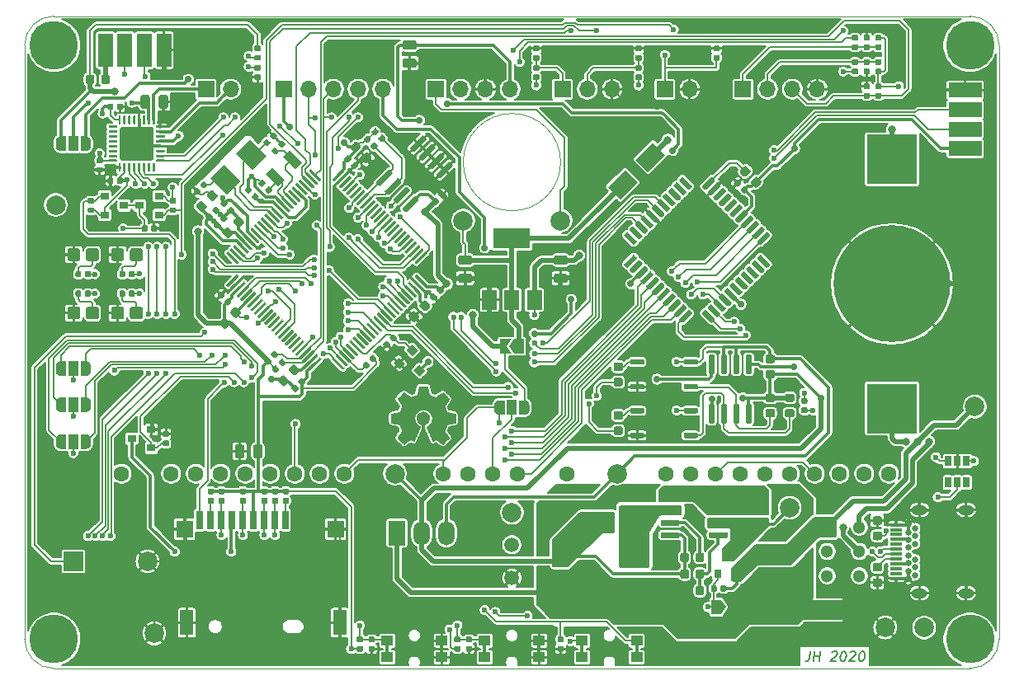
<source format=gtl>
G04 #@! TF.GenerationSoftware,KiCad,Pcbnew,5.1.5-52549c5~84~ubuntu16.04.1*
G04 #@! TF.CreationDate,2020-03-25T20:51:20+01:00*
G04 #@! TF.ProjectId,EmergencyWake,456d6572-6765-46e6-9379-57616b652e6b,rev?*
G04 #@! TF.SameCoordinates,PX5f5e100PY5f5e100*
G04 #@! TF.FileFunction,Copper,L1,Top*
G04 #@! TF.FilePolarity,Positive*
%FSLAX46Y46*%
G04 Gerber Fmt 4.6, Leading zero omitted, Abs format (unit mm)*
G04 Created by KiCad (PCBNEW 5.1.5-52549c5~84~ubuntu16.04.1) date 2020-03-25 20:51:20*
%MOMM*%
%LPD*%
G04 APERTURE LIST*
%ADD10C,0.200000*%
%ADD11C,0.050000*%
%ADD12C,0.010000*%
%ADD13C,0.150000*%
%ADD14C,2.000000*%
%ADD15R,1.000000X1.500000*%
%ADD16R,0.900000X0.800000*%
%ADD17C,5.000000*%
%ADD18R,0.650000X1.060000*%
%ADD19C,1.600000*%
%ADD20O,1.700000X1.700000*%
%ADD21R,1.700000X1.700000*%
%ADD22R,1.200000X1.000000*%
%ADD23R,1.700000X2.000000*%
%ADD24R,5.100000X5.100000*%
%ADD25C,11.999999*%
%ADD26R,1.400000X2.600000*%
%ADD27R,1.700000X1.800000*%
%ADD28R,0.700000X1.900000*%
%ADD29O,1.600000X1.000000*%
%ADD30R,1.200000X0.300000*%
%ADD31C,0.650000*%
%ADD32R,3.200000X0.900000*%
%ADD33R,3.400000X1.500000*%
%ADD34R,1.500000X3.400000*%
%ADD35O,1.700000X2.500000*%
%ADD36R,1.700000X2.500000*%
%ADD37C,1.300000*%
%ADD38R,1.500000X2.000000*%
%ADD39R,3.800000X2.000000*%
%ADD40C,1.500000*%
%ADD41R,2.500000X1.800000*%
%ADD42R,1.600000X1.600000*%
%ADD43R,0.800000X0.900000*%
%ADD44R,2.000000X2.000000*%
%ADD45C,0.600000*%
%ADD46C,0.800000*%
%ADD47C,0.700000*%
%ADD48C,0.300000*%
%ADD49C,2.000000*%
%ADD50C,0.500000*%
G04 APERTURE END LIST*
D10*
X80584761Y-65252380D02*
X80495476Y-65966666D01*
X80430000Y-66109523D01*
X80322857Y-66204761D01*
X80174047Y-66252380D01*
X80078809Y-66252380D01*
X80935952Y-66252380D02*
X81060952Y-65252380D01*
X81001428Y-65728571D02*
X81572857Y-65728571D01*
X81507380Y-66252380D02*
X81632380Y-65252380D01*
X82810952Y-65347619D02*
X82864523Y-65300000D01*
X82965714Y-65252380D01*
X83203809Y-65252380D01*
X83293095Y-65300000D01*
X83334761Y-65347619D01*
X83370476Y-65442857D01*
X83358571Y-65538095D01*
X83293095Y-65680952D01*
X82650238Y-66252380D01*
X83269285Y-66252380D01*
X84013333Y-65252380D02*
X84108571Y-65252380D01*
X84197857Y-65300000D01*
X84239523Y-65347619D01*
X84275238Y-65442857D01*
X84299047Y-65633333D01*
X84269285Y-65871428D01*
X84197857Y-66061904D01*
X84138333Y-66157142D01*
X84084761Y-66204761D01*
X83983571Y-66252380D01*
X83888333Y-66252380D01*
X83799047Y-66204761D01*
X83757380Y-66157142D01*
X83721666Y-66061904D01*
X83697857Y-65871428D01*
X83727619Y-65633333D01*
X83799047Y-65442857D01*
X83858571Y-65347619D01*
X83912142Y-65300000D01*
X84013333Y-65252380D01*
X84715714Y-65347619D02*
X84769285Y-65300000D01*
X84870476Y-65252380D01*
X85108571Y-65252380D01*
X85197857Y-65300000D01*
X85239523Y-65347619D01*
X85275238Y-65442857D01*
X85263333Y-65538095D01*
X85197857Y-65680952D01*
X84555000Y-66252380D01*
X85174047Y-66252380D01*
X85918095Y-65252380D02*
X86013333Y-65252380D01*
X86102619Y-65300000D01*
X86144285Y-65347619D01*
X86180000Y-65442857D01*
X86203809Y-65633333D01*
X86174047Y-65871428D01*
X86102619Y-66061904D01*
X86043095Y-66157142D01*
X85989523Y-66204761D01*
X85888333Y-66252380D01*
X85793095Y-66252380D01*
X85703809Y-66204761D01*
X85662142Y-66157142D01*
X85626428Y-66061904D01*
X85602619Y-65871428D01*
X85632380Y-65633333D01*
X85703809Y-65442857D01*
X85763333Y-65347619D01*
X85816904Y-65300000D01*
X85918095Y-65252380D01*
D11*
X55000000Y-15000000D02*
G75*
G03X55000000Y-15000000I-5000000J0D01*
G01*
X3000000Y-67000000D02*
G75*
G02X0Y-64000000I0J3000000D01*
G01*
X100000000Y-64000000D02*
G75*
G02X97000000Y-67000000I-3000000J0D01*
G01*
X97000000Y0D02*
G75*
G02X100000000Y-3000000I0J-3000000D01*
G01*
X0Y-3000000D02*
G75*
G02X3000000Y0I3000000J0D01*
G01*
X0Y-64000000D02*
X0Y-3000000D01*
X97000000Y-67000000D02*
X3000000Y-67000000D01*
X100000000Y-3000000D02*
X100000000Y-64000000D01*
X3000000Y0D02*
X97000000Y0D01*
D12*
G36*
X41455814Y-38468931D02*
G01*
X41539635Y-38913555D01*
X41848920Y-39041053D01*
X42158206Y-39168551D01*
X42529246Y-38916246D01*
X42633157Y-38845996D01*
X42727087Y-38783272D01*
X42806652Y-38730938D01*
X42867470Y-38691857D01*
X42905157Y-38668893D01*
X42915421Y-38663942D01*
X42933910Y-38676676D01*
X42973420Y-38711882D01*
X43029522Y-38765062D01*
X43097787Y-38831718D01*
X43173786Y-38907354D01*
X43253092Y-38987472D01*
X43331275Y-39067574D01*
X43403907Y-39143164D01*
X43466559Y-39209745D01*
X43514803Y-39262818D01*
X43544210Y-39297887D01*
X43551241Y-39309623D01*
X43541123Y-39331260D01*
X43512759Y-39378662D01*
X43469129Y-39447193D01*
X43413218Y-39532215D01*
X43348006Y-39629093D01*
X43310219Y-39684350D01*
X43241343Y-39785248D01*
X43180140Y-39876299D01*
X43129578Y-39952970D01*
X43092628Y-40010728D01*
X43072258Y-40045043D01*
X43069197Y-40052254D01*
X43076136Y-40072748D01*
X43095051Y-40120513D01*
X43123087Y-40188832D01*
X43157391Y-40270989D01*
X43195109Y-40360270D01*
X43233387Y-40449958D01*
X43269370Y-40533338D01*
X43300206Y-40603694D01*
X43323039Y-40654310D01*
X43335017Y-40678471D01*
X43335724Y-40679422D01*
X43354531Y-40684036D01*
X43404618Y-40694328D01*
X43480793Y-40709287D01*
X43577865Y-40727901D01*
X43690643Y-40749159D01*
X43756442Y-40761418D01*
X43876950Y-40784362D01*
X43985797Y-40806195D01*
X44077476Y-40825722D01*
X44146481Y-40841748D01*
X44187304Y-40853079D01*
X44195511Y-40856674D01*
X44203548Y-40881006D01*
X44210033Y-40935959D01*
X44214970Y-41015108D01*
X44218364Y-41112026D01*
X44220218Y-41220287D01*
X44220538Y-41333465D01*
X44219327Y-41445135D01*
X44216590Y-41548868D01*
X44212331Y-41638241D01*
X44206555Y-41706826D01*
X44199267Y-41748197D01*
X44194895Y-41756810D01*
X44168764Y-41767133D01*
X44113393Y-41781892D01*
X44036107Y-41799352D01*
X43944230Y-41817780D01*
X43912158Y-41823741D01*
X43757524Y-41852066D01*
X43635375Y-41874876D01*
X43541673Y-41893080D01*
X43472384Y-41907583D01*
X43423471Y-41919292D01*
X43390897Y-41929115D01*
X43370628Y-41937956D01*
X43358626Y-41946724D01*
X43356947Y-41948457D01*
X43340184Y-41976371D01*
X43314614Y-42030695D01*
X43282788Y-42104777D01*
X43247260Y-42191965D01*
X43210583Y-42285608D01*
X43175311Y-42379052D01*
X43143996Y-42465647D01*
X43119193Y-42538740D01*
X43103454Y-42591678D01*
X43099332Y-42617811D01*
X43099676Y-42618726D01*
X43113641Y-42640086D01*
X43145322Y-42687084D01*
X43191391Y-42754827D01*
X43248518Y-42838423D01*
X43313373Y-42932982D01*
X43331843Y-42959854D01*
X43397699Y-43057275D01*
X43455650Y-43146163D01*
X43502538Y-43221412D01*
X43535207Y-43277920D01*
X43550500Y-43310581D01*
X43551241Y-43314593D01*
X43538392Y-43335684D01*
X43502888Y-43377464D01*
X43449293Y-43435445D01*
X43382171Y-43505135D01*
X43306087Y-43582045D01*
X43225604Y-43661683D01*
X43145287Y-43739561D01*
X43069699Y-43811186D01*
X43003405Y-43872070D01*
X42950969Y-43917721D01*
X42916955Y-43943650D01*
X42907545Y-43947883D01*
X42885643Y-43937912D01*
X42840800Y-43911020D01*
X42780321Y-43871736D01*
X42733789Y-43840117D01*
X42649475Y-43782098D01*
X42549626Y-43713784D01*
X42449473Y-43645579D01*
X42395627Y-43609075D01*
X42213371Y-43485800D01*
X42060381Y-43568520D01*
X41990682Y-43604759D01*
X41931414Y-43632926D01*
X41891311Y-43648991D01*
X41881103Y-43651226D01*
X41868829Y-43634722D01*
X41844613Y-43588082D01*
X41810263Y-43515609D01*
X41767588Y-43421606D01*
X41718394Y-43310374D01*
X41664490Y-43186215D01*
X41607684Y-43053432D01*
X41549782Y-42916327D01*
X41492593Y-42779202D01*
X41437924Y-42646358D01*
X41387584Y-42522098D01*
X41343380Y-42410725D01*
X41307119Y-42316539D01*
X41280609Y-42243844D01*
X41265658Y-42196941D01*
X41263254Y-42180833D01*
X41282311Y-42160286D01*
X41324036Y-42126933D01*
X41379706Y-42087702D01*
X41384378Y-42084599D01*
X41528264Y-41969423D01*
X41644283Y-41835053D01*
X41731430Y-41685784D01*
X41788699Y-41525913D01*
X41815086Y-41359737D01*
X41809585Y-41191552D01*
X41771190Y-41025655D01*
X41698895Y-40866342D01*
X41677626Y-40831487D01*
X41566996Y-40690737D01*
X41436302Y-40577714D01*
X41290064Y-40493003D01*
X41132808Y-40437194D01*
X40969057Y-40410874D01*
X40803333Y-40414630D01*
X40640162Y-40449050D01*
X40484065Y-40514723D01*
X40339567Y-40612235D01*
X40294869Y-40651813D01*
X40181112Y-40775703D01*
X40098218Y-40906124D01*
X40041356Y-41052315D01*
X40009687Y-41197088D01*
X40001869Y-41359860D01*
X40027938Y-41523440D01*
X40085245Y-41682298D01*
X40171144Y-41830906D01*
X40282986Y-41963735D01*
X40418123Y-42075256D01*
X40435883Y-42087011D01*
X40492150Y-42125508D01*
X40534923Y-42158863D01*
X40555372Y-42180160D01*
X40555669Y-42180833D01*
X40551279Y-42203871D01*
X40533876Y-42256157D01*
X40505268Y-42333390D01*
X40467265Y-42431268D01*
X40421674Y-42545491D01*
X40370303Y-42671758D01*
X40314962Y-42805767D01*
X40257458Y-42943218D01*
X40199601Y-43079808D01*
X40143198Y-43211237D01*
X40090058Y-43333205D01*
X40041990Y-43441409D01*
X40000801Y-43531549D01*
X39968301Y-43599323D01*
X39946297Y-43640430D01*
X39937436Y-43651226D01*
X39910360Y-43642819D01*
X39859697Y-43620272D01*
X39794183Y-43587613D01*
X39758159Y-43568520D01*
X39605168Y-43485800D01*
X39422912Y-43609075D01*
X39329875Y-43672228D01*
X39228015Y-43741727D01*
X39132562Y-43807165D01*
X39084750Y-43840117D01*
X39017505Y-43885273D01*
X38960564Y-43921057D01*
X38921354Y-43942938D01*
X38908619Y-43947563D01*
X38890083Y-43935085D01*
X38849059Y-43900252D01*
X38789525Y-43846678D01*
X38715458Y-43777983D01*
X38630835Y-43697781D01*
X38577315Y-43646286D01*
X38483681Y-43554286D01*
X38402759Y-43471999D01*
X38337823Y-43402945D01*
X38292142Y-43350644D01*
X38268989Y-43318616D01*
X38266768Y-43312116D01*
X38277076Y-43287394D01*
X38305561Y-43237405D01*
X38349063Y-43167212D01*
X38404423Y-43081875D01*
X38468480Y-42986456D01*
X38486697Y-42959854D01*
X38553073Y-42863167D01*
X38612622Y-42776117D01*
X38662016Y-42703595D01*
X38697925Y-42650493D01*
X38717019Y-42621703D01*
X38718864Y-42618726D01*
X38716105Y-42595782D01*
X38701462Y-42545336D01*
X38677487Y-42474041D01*
X38646734Y-42388547D01*
X38611756Y-42295507D01*
X38575107Y-42201574D01*
X38539339Y-42113399D01*
X38507006Y-42037634D01*
X38480662Y-41980931D01*
X38462858Y-41949943D01*
X38461593Y-41948457D01*
X38450706Y-41939601D01*
X38432318Y-41930843D01*
X38402394Y-41921277D01*
X38356897Y-41909996D01*
X38291791Y-41896093D01*
X38203039Y-41878663D01*
X38086607Y-41856798D01*
X37938458Y-41829591D01*
X37906382Y-41823741D01*
X37811314Y-41805374D01*
X37728435Y-41787405D01*
X37665070Y-41771569D01*
X37628542Y-41759600D01*
X37623644Y-41756810D01*
X37615573Y-41732072D01*
X37609013Y-41676790D01*
X37603967Y-41597389D01*
X37600441Y-41500296D01*
X37598439Y-41391938D01*
X37597964Y-41278740D01*
X37599023Y-41167128D01*
X37601618Y-41063529D01*
X37605754Y-40974368D01*
X37611437Y-40906072D01*
X37618669Y-40865066D01*
X37623029Y-40856674D01*
X37647302Y-40848208D01*
X37702574Y-40834435D01*
X37783338Y-40816550D01*
X37884088Y-40795748D01*
X37999317Y-40773223D01*
X38062098Y-40761418D01*
X38181213Y-40739151D01*
X38287435Y-40718979D01*
X38375573Y-40701915D01*
X38440434Y-40688969D01*
X38476826Y-40681155D01*
X38482816Y-40679422D01*
X38492939Y-40659890D01*
X38514338Y-40612843D01*
X38544161Y-40545003D01*
X38579555Y-40463091D01*
X38617668Y-40373828D01*
X38655647Y-40283935D01*
X38690640Y-40200135D01*
X38719794Y-40129147D01*
X38740257Y-40077694D01*
X38749177Y-40052497D01*
X38749343Y-40051396D01*
X38739231Y-40031519D01*
X38710883Y-39985777D01*
X38667277Y-39918717D01*
X38611394Y-39834884D01*
X38546213Y-39738826D01*
X38508321Y-39683650D01*
X38439275Y-39582481D01*
X38377950Y-39490630D01*
X38327337Y-39412744D01*
X38290429Y-39353469D01*
X38270218Y-39317451D01*
X38267299Y-39309377D01*
X38279847Y-39290584D01*
X38314537Y-39250457D01*
X38366937Y-39193493D01*
X38432616Y-39124185D01*
X38507144Y-39047031D01*
X38586087Y-38966525D01*
X38665017Y-38887163D01*
X38739500Y-38813440D01*
X38805106Y-38749852D01*
X38857404Y-38700894D01*
X38891961Y-38671061D01*
X38903522Y-38663942D01*
X38922346Y-38673953D01*
X38967369Y-38702078D01*
X39034213Y-38745454D01*
X39118501Y-38801218D01*
X39215856Y-38866506D01*
X39289293Y-38916246D01*
X39660333Y-39168551D01*
X40278905Y-38913555D01*
X40362725Y-38468931D01*
X40446546Y-38024307D01*
X41371994Y-38024307D01*
X41455814Y-38468931D01*
G37*
X41455814Y-38468931D02*
X41539635Y-38913555D01*
X41848920Y-39041053D01*
X42158206Y-39168551D01*
X42529246Y-38916246D01*
X42633157Y-38845996D01*
X42727087Y-38783272D01*
X42806652Y-38730938D01*
X42867470Y-38691857D01*
X42905157Y-38668893D01*
X42915421Y-38663942D01*
X42933910Y-38676676D01*
X42973420Y-38711882D01*
X43029522Y-38765062D01*
X43097787Y-38831718D01*
X43173786Y-38907354D01*
X43253092Y-38987472D01*
X43331275Y-39067574D01*
X43403907Y-39143164D01*
X43466559Y-39209745D01*
X43514803Y-39262818D01*
X43544210Y-39297887D01*
X43551241Y-39309623D01*
X43541123Y-39331260D01*
X43512759Y-39378662D01*
X43469129Y-39447193D01*
X43413218Y-39532215D01*
X43348006Y-39629093D01*
X43310219Y-39684350D01*
X43241343Y-39785248D01*
X43180140Y-39876299D01*
X43129578Y-39952970D01*
X43092628Y-40010728D01*
X43072258Y-40045043D01*
X43069197Y-40052254D01*
X43076136Y-40072748D01*
X43095051Y-40120513D01*
X43123087Y-40188832D01*
X43157391Y-40270989D01*
X43195109Y-40360270D01*
X43233387Y-40449958D01*
X43269370Y-40533338D01*
X43300206Y-40603694D01*
X43323039Y-40654310D01*
X43335017Y-40678471D01*
X43335724Y-40679422D01*
X43354531Y-40684036D01*
X43404618Y-40694328D01*
X43480793Y-40709287D01*
X43577865Y-40727901D01*
X43690643Y-40749159D01*
X43756442Y-40761418D01*
X43876950Y-40784362D01*
X43985797Y-40806195D01*
X44077476Y-40825722D01*
X44146481Y-40841748D01*
X44187304Y-40853079D01*
X44195511Y-40856674D01*
X44203548Y-40881006D01*
X44210033Y-40935959D01*
X44214970Y-41015108D01*
X44218364Y-41112026D01*
X44220218Y-41220287D01*
X44220538Y-41333465D01*
X44219327Y-41445135D01*
X44216590Y-41548868D01*
X44212331Y-41638241D01*
X44206555Y-41706826D01*
X44199267Y-41748197D01*
X44194895Y-41756810D01*
X44168764Y-41767133D01*
X44113393Y-41781892D01*
X44036107Y-41799352D01*
X43944230Y-41817780D01*
X43912158Y-41823741D01*
X43757524Y-41852066D01*
X43635375Y-41874876D01*
X43541673Y-41893080D01*
X43472384Y-41907583D01*
X43423471Y-41919292D01*
X43390897Y-41929115D01*
X43370628Y-41937956D01*
X43358626Y-41946724D01*
X43356947Y-41948457D01*
X43340184Y-41976371D01*
X43314614Y-42030695D01*
X43282788Y-42104777D01*
X43247260Y-42191965D01*
X43210583Y-42285608D01*
X43175311Y-42379052D01*
X43143996Y-42465647D01*
X43119193Y-42538740D01*
X43103454Y-42591678D01*
X43099332Y-42617811D01*
X43099676Y-42618726D01*
X43113641Y-42640086D01*
X43145322Y-42687084D01*
X43191391Y-42754827D01*
X43248518Y-42838423D01*
X43313373Y-42932982D01*
X43331843Y-42959854D01*
X43397699Y-43057275D01*
X43455650Y-43146163D01*
X43502538Y-43221412D01*
X43535207Y-43277920D01*
X43550500Y-43310581D01*
X43551241Y-43314593D01*
X43538392Y-43335684D01*
X43502888Y-43377464D01*
X43449293Y-43435445D01*
X43382171Y-43505135D01*
X43306087Y-43582045D01*
X43225604Y-43661683D01*
X43145287Y-43739561D01*
X43069699Y-43811186D01*
X43003405Y-43872070D01*
X42950969Y-43917721D01*
X42916955Y-43943650D01*
X42907545Y-43947883D01*
X42885643Y-43937912D01*
X42840800Y-43911020D01*
X42780321Y-43871736D01*
X42733789Y-43840117D01*
X42649475Y-43782098D01*
X42549626Y-43713784D01*
X42449473Y-43645579D01*
X42395627Y-43609075D01*
X42213371Y-43485800D01*
X42060381Y-43568520D01*
X41990682Y-43604759D01*
X41931414Y-43632926D01*
X41891311Y-43648991D01*
X41881103Y-43651226D01*
X41868829Y-43634722D01*
X41844613Y-43588082D01*
X41810263Y-43515609D01*
X41767588Y-43421606D01*
X41718394Y-43310374D01*
X41664490Y-43186215D01*
X41607684Y-43053432D01*
X41549782Y-42916327D01*
X41492593Y-42779202D01*
X41437924Y-42646358D01*
X41387584Y-42522098D01*
X41343380Y-42410725D01*
X41307119Y-42316539D01*
X41280609Y-42243844D01*
X41265658Y-42196941D01*
X41263254Y-42180833D01*
X41282311Y-42160286D01*
X41324036Y-42126933D01*
X41379706Y-42087702D01*
X41384378Y-42084599D01*
X41528264Y-41969423D01*
X41644283Y-41835053D01*
X41731430Y-41685784D01*
X41788699Y-41525913D01*
X41815086Y-41359737D01*
X41809585Y-41191552D01*
X41771190Y-41025655D01*
X41698895Y-40866342D01*
X41677626Y-40831487D01*
X41566996Y-40690737D01*
X41436302Y-40577714D01*
X41290064Y-40493003D01*
X41132808Y-40437194D01*
X40969057Y-40410874D01*
X40803333Y-40414630D01*
X40640162Y-40449050D01*
X40484065Y-40514723D01*
X40339567Y-40612235D01*
X40294869Y-40651813D01*
X40181112Y-40775703D01*
X40098218Y-40906124D01*
X40041356Y-41052315D01*
X40009687Y-41197088D01*
X40001869Y-41359860D01*
X40027938Y-41523440D01*
X40085245Y-41682298D01*
X40171144Y-41830906D01*
X40282986Y-41963735D01*
X40418123Y-42075256D01*
X40435883Y-42087011D01*
X40492150Y-42125508D01*
X40534923Y-42158863D01*
X40555372Y-42180160D01*
X40555669Y-42180833D01*
X40551279Y-42203871D01*
X40533876Y-42256157D01*
X40505268Y-42333390D01*
X40467265Y-42431268D01*
X40421674Y-42545491D01*
X40370303Y-42671758D01*
X40314962Y-42805767D01*
X40257458Y-42943218D01*
X40199601Y-43079808D01*
X40143198Y-43211237D01*
X40090058Y-43333205D01*
X40041990Y-43441409D01*
X40000801Y-43531549D01*
X39968301Y-43599323D01*
X39946297Y-43640430D01*
X39937436Y-43651226D01*
X39910360Y-43642819D01*
X39859697Y-43620272D01*
X39794183Y-43587613D01*
X39758159Y-43568520D01*
X39605168Y-43485800D01*
X39422912Y-43609075D01*
X39329875Y-43672228D01*
X39228015Y-43741727D01*
X39132562Y-43807165D01*
X39084750Y-43840117D01*
X39017505Y-43885273D01*
X38960564Y-43921057D01*
X38921354Y-43942938D01*
X38908619Y-43947563D01*
X38890083Y-43935085D01*
X38849059Y-43900252D01*
X38789525Y-43846678D01*
X38715458Y-43777983D01*
X38630835Y-43697781D01*
X38577315Y-43646286D01*
X38483681Y-43554286D01*
X38402759Y-43471999D01*
X38337823Y-43402945D01*
X38292142Y-43350644D01*
X38268989Y-43318616D01*
X38266768Y-43312116D01*
X38277076Y-43287394D01*
X38305561Y-43237405D01*
X38349063Y-43167212D01*
X38404423Y-43081875D01*
X38468480Y-42986456D01*
X38486697Y-42959854D01*
X38553073Y-42863167D01*
X38612622Y-42776117D01*
X38662016Y-42703595D01*
X38697925Y-42650493D01*
X38717019Y-42621703D01*
X38718864Y-42618726D01*
X38716105Y-42595782D01*
X38701462Y-42545336D01*
X38677487Y-42474041D01*
X38646734Y-42388547D01*
X38611756Y-42295507D01*
X38575107Y-42201574D01*
X38539339Y-42113399D01*
X38507006Y-42037634D01*
X38480662Y-41980931D01*
X38462858Y-41949943D01*
X38461593Y-41948457D01*
X38450706Y-41939601D01*
X38432318Y-41930843D01*
X38402394Y-41921277D01*
X38356897Y-41909996D01*
X38291791Y-41896093D01*
X38203039Y-41878663D01*
X38086607Y-41856798D01*
X37938458Y-41829591D01*
X37906382Y-41823741D01*
X37811314Y-41805374D01*
X37728435Y-41787405D01*
X37665070Y-41771569D01*
X37628542Y-41759600D01*
X37623644Y-41756810D01*
X37615573Y-41732072D01*
X37609013Y-41676790D01*
X37603967Y-41597389D01*
X37600441Y-41500296D01*
X37598439Y-41391938D01*
X37597964Y-41278740D01*
X37599023Y-41167128D01*
X37601618Y-41063529D01*
X37605754Y-40974368D01*
X37611437Y-40906072D01*
X37618669Y-40865066D01*
X37623029Y-40856674D01*
X37647302Y-40848208D01*
X37702574Y-40834435D01*
X37783338Y-40816550D01*
X37884088Y-40795748D01*
X37999317Y-40773223D01*
X38062098Y-40761418D01*
X38181213Y-40739151D01*
X38287435Y-40718979D01*
X38375573Y-40701915D01*
X38440434Y-40688969D01*
X38476826Y-40681155D01*
X38482816Y-40679422D01*
X38492939Y-40659890D01*
X38514338Y-40612843D01*
X38544161Y-40545003D01*
X38579555Y-40463091D01*
X38617668Y-40373828D01*
X38655647Y-40283935D01*
X38690640Y-40200135D01*
X38719794Y-40129147D01*
X38740257Y-40077694D01*
X38749177Y-40052497D01*
X38749343Y-40051396D01*
X38739231Y-40031519D01*
X38710883Y-39985777D01*
X38667277Y-39918717D01*
X38611394Y-39834884D01*
X38546213Y-39738826D01*
X38508321Y-39683650D01*
X38439275Y-39582481D01*
X38377950Y-39490630D01*
X38327337Y-39412744D01*
X38290429Y-39353469D01*
X38270218Y-39317451D01*
X38267299Y-39309377D01*
X38279847Y-39290584D01*
X38314537Y-39250457D01*
X38366937Y-39193493D01*
X38432616Y-39124185D01*
X38507144Y-39047031D01*
X38586087Y-38966525D01*
X38665017Y-38887163D01*
X38739500Y-38813440D01*
X38805106Y-38749852D01*
X38857404Y-38700894D01*
X38891961Y-38671061D01*
X38903522Y-38663942D01*
X38922346Y-38673953D01*
X38967369Y-38702078D01*
X39034213Y-38745454D01*
X39118501Y-38801218D01*
X39215856Y-38866506D01*
X39289293Y-38916246D01*
X39660333Y-39168551D01*
X40278905Y-38913555D01*
X40362725Y-38468931D01*
X40446546Y-38024307D01*
X41371994Y-38024307D01*
X41455814Y-38468931D01*
D13*
G36*
X84900000Y-62000000D02*
G01*
X80900000Y-62000000D01*
X80900000Y-60000000D01*
X84900000Y-60000000D01*
X84900000Y-62000000D01*
G37*
D14*
X3200000Y-19400000D03*
X88300000Y-62800000D03*
X92300000Y-62800000D03*
G04 #@! TA.AperFunction,SMDPad,CuDef*
D13*
G36*
X22989189Y-17483989D02*
G01*
X23003507Y-17486113D01*
X23017548Y-17489630D01*
X23031177Y-17494507D01*
X23044262Y-17500696D01*
X23056678Y-17508137D01*
X23068304Y-17516760D01*
X23079029Y-17526481D01*
X23287625Y-17735077D01*
X23297346Y-17745802D01*
X23305969Y-17757428D01*
X23313410Y-17769844D01*
X23319599Y-17782929D01*
X23324476Y-17796558D01*
X23327993Y-17810599D01*
X23330117Y-17824917D01*
X23330827Y-17839375D01*
X23330117Y-17853833D01*
X23327993Y-17868151D01*
X23324476Y-17882192D01*
X23319599Y-17895821D01*
X23313410Y-17908906D01*
X23305969Y-17921322D01*
X23297346Y-17932948D01*
X23287625Y-17943673D01*
X23043673Y-18187625D01*
X23032948Y-18197346D01*
X23021322Y-18205969D01*
X23008906Y-18213410D01*
X22995821Y-18219599D01*
X22982192Y-18224476D01*
X22968151Y-18227993D01*
X22953833Y-18230117D01*
X22939375Y-18230827D01*
X22924917Y-18230117D01*
X22910599Y-18227993D01*
X22896558Y-18224476D01*
X22882929Y-18219599D01*
X22869844Y-18213410D01*
X22857428Y-18205969D01*
X22845802Y-18197346D01*
X22835077Y-18187625D01*
X22626481Y-17979029D01*
X22616760Y-17968304D01*
X22608137Y-17956678D01*
X22600696Y-17944262D01*
X22594507Y-17931177D01*
X22589630Y-17917548D01*
X22586113Y-17903507D01*
X22583989Y-17889189D01*
X22583279Y-17874731D01*
X22583989Y-17860273D01*
X22586113Y-17845955D01*
X22589630Y-17831914D01*
X22594507Y-17818285D01*
X22600696Y-17805200D01*
X22608137Y-17792784D01*
X22616760Y-17781158D01*
X22626481Y-17770433D01*
X22870433Y-17526481D01*
X22881158Y-17516760D01*
X22892784Y-17508137D01*
X22905200Y-17500696D01*
X22918285Y-17494507D01*
X22931914Y-17489630D01*
X22945955Y-17486113D01*
X22960273Y-17483989D01*
X22974731Y-17483279D01*
X22989189Y-17483989D01*
G37*
G04 #@! TD.AperFunction*
G04 #@! TA.AperFunction,SMDPad,CuDef*
G36*
X23675083Y-18169883D02*
G01*
X23689401Y-18172007D01*
X23703442Y-18175524D01*
X23717071Y-18180401D01*
X23730156Y-18186590D01*
X23742572Y-18194031D01*
X23754198Y-18202654D01*
X23764923Y-18212375D01*
X23973519Y-18420971D01*
X23983240Y-18431696D01*
X23991863Y-18443322D01*
X23999304Y-18455738D01*
X24005493Y-18468823D01*
X24010370Y-18482452D01*
X24013887Y-18496493D01*
X24016011Y-18510811D01*
X24016721Y-18525269D01*
X24016011Y-18539727D01*
X24013887Y-18554045D01*
X24010370Y-18568086D01*
X24005493Y-18581715D01*
X23999304Y-18594800D01*
X23991863Y-18607216D01*
X23983240Y-18618842D01*
X23973519Y-18629567D01*
X23729567Y-18873519D01*
X23718842Y-18883240D01*
X23707216Y-18891863D01*
X23694800Y-18899304D01*
X23681715Y-18905493D01*
X23668086Y-18910370D01*
X23654045Y-18913887D01*
X23639727Y-18916011D01*
X23625269Y-18916721D01*
X23610811Y-18916011D01*
X23596493Y-18913887D01*
X23582452Y-18910370D01*
X23568823Y-18905493D01*
X23555738Y-18899304D01*
X23543322Y-18891863D01*
X23531696Y-18883240D01*
X23520971Y-18873519D01*
X23312375Y-18664923D01*
X23302654Y-18654198D01*
X23294031Y-18642572D01*
X23286590Y-18630156D01*
X23280401Y-18617071D01*
X23275524Y-18603442D01*
X23272007Y-18589401D01*
X23269883Y-18575083D01*
X23269173Y-18560625D01*
X23269883Y-18546167D01*
X23272007Y-18531849D01*
X23275524Y-18517808D01*
X23280401Y-18504179D01*
X23286590Y-18491094D01*
X23294031Y-18478678D01*
X23302654Y-18467052D01*
X23312375Y-18456327D01*
X23556327Y-18212375D01*
X23567052Y-18202654D01*
X23578678Y-18194031D01*
X23591094Y-18186590D01*
X23604179Y-18180401D01*
X23617808Y-18175524D01*
X23631849Y-18172007D01*
X23646167Y-18169883D01*
X23660625Y-18169173D01*
X23675083Y-18169883D01*
G37*
G04 #@! TD.AperFunction*
G04 #@! TA.AperFunction,SMDPad,CuDef*
G36*
X20500431Y-15252513D02*
G01*
X22197487Y-16949569D01*
X20783273Y-18363783D01*
X19086217Y-16666727D01*
X20500431Y-15252513D01*
G37*
G04 #@! TD.AperFunction*
G04 #@! TA.AperFunction,SMDPad,CuDef*
G36*
X23116727Y-12636217D02*
G01*
X24813783Y-14333273D01*
X23399569Y-15747487D01*
X21702513Y-14050431D01*
X23116727Y-12636217D01*
G37*
G04 #@! TD.AperFunction*
G04 #@! TA.AperFunction,SMDPad,CuDef*
G36*
X9818626Y-10225301D02*
G01*
X9824693Y-10226201D01*
X9830643Y-10227691D01*
X9836418Y-10229758D01*
X9841962Y-10232380D01*
X9847223Y-10235533D01*
X9852150Y-10239187D01*
X9856694Y-10243306D01*
X9860813Y-10247850D01*
X9864467Y-10252777D01*
X9867620Y-10258038D01*
X9870242Y-10263582D01*
X9872309Y-10269357D01*
X9873799Y-10275307D01*
X9874699Y-10281374D01*
X9875000Y-10287500D01*
X9875000Y-11037500D01*
X9874699Y-11043626D01*
X9873799Y-11049693D01*
X9872309Y-11055643D01*
X9870242Y-11061418D01*
X9867620Y-11066962D01*
X9864467Y-11072223D01*
X9860813Y-11077150D01*
X9856694Y-11081694D01*
X9852150Y-11085813D01*
X9847223Y-11089467D01*
X9841962Y-11092620D01*
X9836418Y-11095242D01*
X9830643Y-11097309D01*
X9824693Y-11098799D01*
X9818626Y-11099699D01*
X9812500Y-11100000D01*
X9687500Y-11100000D01*
X9681374Y-11099699D01*
X9675307Y-11098799D01*
X9669357Y-11097309D01*
X9663582Y-11095242D01*
X9658038Y-11092620D01*
X9652777Y-11089467D01*
X9647850Y-11085813D01*
X9643306Y-11081694D01*
X9639187Y-11077150D01*
X9635533Y-11072223D01*
X9632380Y-11066962D01*
X9629758Y-11061418D01*
X9627691Y-11055643D01*
X9626201Y-11049693D01*
X9625301Y-11043626D01*
X9625000Y-11037500D01*
X9625000Y-10287500D01*
X9625301Y-10281374D01*
X9626201Y-10275307D01*
X9627691Y-10269357D01*
X9629758Y-10263582D01*
X9632380Y-10258038D01*
X9635533Y-10252777D01*
X9639187Y-10247850D01*
X9643306Y-10243306D01*
X9647850Y-10239187D01*
X9652777Y-10235533D01*
X9658038Y-10232380D01*
X9663582Y-10229758D01*
X9669357Y-10227691D01*
X9675307Y-10226201D01*
X9681374Y-10225301D01*
X9687500Y-10225000D01*
X9812500Y-10225000D01*
X9818626Y-10225301D01*
G37*
G04 #@! TD.AperFunction*
G04 #@! TA.AperFunction,SMDPad,CuDef*
G36*
X10318626Y-10225301D02*
G01*
X10324693Y-10226201D01*
X10330643Y-10227691D01*
X10336418Y-10229758D01*
X10341962Y-10232380D01*
X10347223Y-10235533D01*
X10352150Y-10239187D01*
X10356694Y-10243306D01*
X10360813Y-10247850D01*
X10364467Y-10252777D01*
X10367620Y-10258038D01*
X10370242Y-10263582D01*
X10372309Y-10269357D01*
X10373799Y-10275307D01*
X10374699Y-10281374D01*
X10375000Y-10287500D01*
X10375000Y-11037500D01*
X10374699Y-11043626D01*
X10373799Y-11049693D01*
X10372309Y-11055643D01*
X10370242Y-11061418D01*
X10367620Y-11066962D01*
X10364467Y-11072223D01*
X10360813Y-11077150D01*
X10356694Y-11081694D01*
X10352150Y-11085813D01*
X10347223Y-11089467D01*
X10341962Y-11092620D01*
X10336418Y-11095242D01*
X10330643Y-11097309D01*
X10324693Y-11098799D01*
X10318626Y-11099699D01*
X10312500Y-11100000D01*
X10187500Y-11100000D01*
X10181374Y-11099699D01*
X10175307Y-11098799D01*
X10169357Y-11097309D01*
X10163582Y-11095242D01*
X10158038Y-11092620D01*
X10152777Y-11089467D01*
X10147850Y-11085813D01*
X10143306Y-11081694D01*
X10139187Y-11077150D01*
X10135533Y-11072223D01*
X10132380Y-11066962D01*
X10129758Y-11061418D01*
X10127691Y-11055643D01*
X10126201Y-11049693D01*
X10125301Y-11043626D01*
X10125000Y-11037500D01*
X10125000Y-10287500D01*
X10125301Y-10281374D01*
X10126201Y-10275307D01*
X10127691Y-10269357D01*
X10129758Y-10263582D01*
X10132380Y-10258038D01*
X10135533Y-10252777D01*
X10139187Y-10247850D01*
X10143306Y-10243306D01*
X10147850Y-10239187D01*
X10152777Y-10235533D01*
X10158038Y-10232380D01*
X10163582Y-10229758D01*
X10169357Y-10227691D01*
X10175307Y-10226201D01*
X10181374Y-10225301D01*
X10187500Y-10225000D01*
X10312500Y-10225000D01*
X10318626Y-10225301D01*
G37*
G04 #@! TD.AperFunction*
G04 #@! TA.AperFunction,SMDPad,CuDef*
G36*
X10818626Y-10225301D02*
G01*
X10824693Y-10226201D01*
X10830643Y-10227691D01*
X10836418Y-10229758D01*
X10841962Y-10232380D01*
X10847223Y-10235533D01*
X10852150Y-10239187D01*
X10856694Y-10243306D01*
X10860813Y-10247850D01*
X10864467Y-10252777D01*
X10867620Y-10258038D01*
X10870242Y-10263582D01*
X10872309Y-10269357D01*
X10873799Y-10275307D01*
X10874699Y-10281374D01*
X10875000Y-10287500D01*
X10875000Y-11037500D01*
X10874699Y-11043626D01*
X10873799Y-11049693D01*
X10872309Y-11055643D01*
X10870242Y-11061418D01*
X10867620Y-11066962D01*
X10864467Y-11072223D01*
X10860813Y-11077150D01*
X10856694Y-11081694D01*
X10852150Y-11085813D01*
X10847223Y-11089467D01*
X10841962Y-11092620D01*
X10836418Y-11095242D01*
X10830643Y-11097309D01*
X10824693Y-11098799D01*
X10818626Y-11099699D01*
X10812500Y-11100000D01*
X10687500Y-11100000D01*
X10681374Y-11099699D01*
X10675307Y-11098799D01*
X10669357Y-11097309D01*
X10663582Y-11095242D01*
X10658038Y-11092620D01*
X10652777Y-11089467D01*
X10647850Y-11085813D01*
X10643306Y-11081694D01*
X10639187Y-11077150D01*
X10635533Y-11072223D01*
X10632380Y-11066962D01*
X10629758Y-11061418D01*
X10627691Y-11055643D01*
X10626201Y-11049693D01*
X10625301Y-11043626D01*
X10625000Y-11037500D01*
X10625000Y-10287500D01*
X10625301Y-10281374D01*
X10626201Y-10275307D01*
X10627691Y-10269357D01*
X10629758Y-10263582D01*
X10632380Y-10258038D01*
X10635533Y-10252777D01*
X10639187Y-10247850D01*
X10643306Y-10243306D01*
X10647850Y-10239187D01*
X10652777Y-10235533D01*
X10658038Y-10232380D01*
X10663582Y-10229758D01*
X10669357Y-10227691D01*
X10675307Y-10226201D01*
X10681374Y-10225301D01*
X10687500Y-10225000D01*
X10812500Y-10225000D01*
X10818626Y-10225301D01*
G37*
G04 #@! TD.AperFunction*
G04 #@! TA.AperFunction,SMDPad,CuDef*
G36*
X11318626Y-10225301D02*
G01*
X11324693Y-10226201D01*
X11330643Y-10227691D01*
X11336418Y-10229758D01*
X11341962Y-10232380D01*
X11347223Y-10235533D01*
X11352150Y-10239187D01*
X11356694Y-10243306D01*
X11360813Y-10247850D01*
X11364467Y-10252777D01*
X11367620Y-10258038D01*
X11370242Y-10263582D01*
X11372309Y-10269357D01*
X11373799Y-10275307D01*
X11374699Y-10281374D01*
X11375000Y-10287500D01*
X11375000Y-11037500D01*
X11374699Y-11043626D01*
X11373799Y-11049693D01*
X11372309Y-11055643D01*
X11370242Y-11061418D01*
X11367620Y-11066962D01*
X11364467Y-11072223D01*
X11360813Y-11077150D01*
X11356694Y-11081694D01*
X11352150Y-11085813D01*
X11347223Y-11089467D01*
X11341962Y-11092620D01*
X11336418Y-11095242D01*
X11330643Y-11097309D01*
X11324693Y-11098799D01*
X11318626Y-11099699D01*
X11312500Y-11100000D01*
X11187500Y-11100000D01*
X11181374Y-11099699D01*
X11175307Y-11098799D01*
X11169357Y-11097309D01*
X11163582Y-11095242D01*
X11158038Y-11092620D01*
X11152777Y-11089467D01*
X11147850Y-11085813D01*
X11143306Y-11081694D01*
X11139187Y-11077150D01*
X11135533Y-11072223D01*
X11132380Y-11066962D01*
X11129758Y-11061418D01*
X11127691Y-11055643D01*
X11126201Y-11049693D01*
X11125301Y-11043626D01*
X11125000Y-11037500D01*
X11125000Y-10287500D01*
X11125301Y-10281374D01*
X11126201Y-10275307D01*
X11127691Y-10269357D01*
X11129758Y-10263582D01*
X11132380Y-10258038D01*
X11135533Y-10252777D01*
X11139187Y-10247850D01*
X11143306Y-10243306D01*
X11147850Y-10239187D01*
X11152777Y-10235533D01*
X11158038Y-10232380D01*
X11163582Y-10229758D01*
X11169357Y-10227691D01*
X11175307Y-10226201D01*
X11181374Y-10225301D01*
X11187500Y-10225000D01*
X11312500Y-10225000D01*
X11318626Y-10225301D01*
G37*
G04 #@! TD.AperFunction*
G04 #@! TA.AperFunction,SMDPad,CuDef*
G36*
X11818626Y-10225301D02*
G01*
X11824693Y-10226201D01*
X11830643Y-10227691D01*
X11836418Y-10229758D01*
X11841962Y-10232380D01*
X11847223Y-10235533D01*
X11852150Y-10239187D01*
X11856694Y-10243306D01*
X11860813Y-10247850D01*
X11864467Y-10252777D01*
X11867620Y-10258038D01*
X11870242Y-10263582D01*
X11872309Y-10269357D01*
X11873799Y-10275307D01*
X11874699Y-10281374D01*
X11875000Y-10287500D01*
X11875000Y-11037500D01*
X11874699Y-11043626D01*
X11873799Y-11049693D01*
X11872309Y-11055643D01*
X11870242Y-11061418D01*
X11867620Y-11066962D01*
X11864467Y-11072223D01*
X11860813Y-11077150D01*
X11856694Y-11081694D01*
X11852150Y-11085813D01*
X11847223Y-11089467D01*
X11841962Y-11092620D01*
X11836418Y-11095242D01*
X11830643Y-11097309D01*
X11824693Y-11098799D01*
X11818626Y-11099699D01*
X11812500Y-11100000D01*
X11687500Y-11100000D01*
X11681374Y-11099699D01*
X11675307Y-11098799D01*
X11669357Y-11097309D01*
X11663582Y-11095242D01*
X11658038Y-11092620D01*
X11652777Y-11089467D01*
X11647850Y-11085813D01*
X11643306Y-11081694D01*
X11639187Y-11077150D01*
X11635533Y-11072223D01*
X11632380Y-11066962D01*
X11629758Y-11061418D01*
X11627691Y-11055643D01*
X11626201Y-11049693D01*
X11625301Y-11043626D01*
X11625000Y-11037500D01*
X11625000Y-10287500D01*
X11625301Y-10281374D01*
X11626201Y-10275307D01*
X11627691Y-10269357D01*
X11629758Y-10263582D01*
X11632380Y-10258038D01*
X11635533Y-10252777D01*
X11639187Y-10247850D01*
X11643306Y-10243306D01*
X11647850Y-10239187D01*
X11652777Y-10235533D01*
X11658038Y-10232380D01*
X11663582Y-10229758D01*
X11669357Y-10227691D01*
X11675307Y-10226201D01*
X11681374Y-10225301D01*
X11687500Y-10225000D01*
X11812500Y-10225000D01*
X11818626Y-10225301D01*
G37*
G04 #@! TD.AperFunction*
G04 #@! TA.AperFunction,SMDPad,CuDef*
G36*
X12318626Y-10225301D02*
G01*
X12324693Y-10226201D01*
X12330643Y-10227691D01*
X12336418Y-10229758D01*
X12341962Y-10232380D01*
X12347223Y-10235533D01*
X12352150Y-10239187D01*
X12356694Y-10243306D01*
X12360813Y-10247850D01*
X12364467Y-10252777D01*
X12367620Y-10258038D01*
X12370242Y-10263582D01*
X12372309Y-10269357D01*
X12373799Y-10275307D01*
X12374699Y-10281374D01*
X12375000Y-10287500D01*
X12375000Y-11037500D01*
X12374699Y-11043626D01*
X12373799Y-11049693D01*
X12372309Y-11055643D01*
X12370242Y-11061418D01*
X12367620Y-11066962D01*
X12364467Y-11072223D01*
X12360813Y-11077150D01*
X12356694Y-11081694D01*
X12352150Y-11085813D01*
X12347223Y-11089467D01*
X12341962Y-11092620D01*
X12336418Y-11095242D01*
X12330643Y-11097309D01*
X12324693Y-11098799D01*
X12318626Y-11099699D01*
X12312500Y-11100000D01*
X12187500Y-11100000D01*
X12181374Y-11099699D01*
X12175307Y-11098799D01*
X12169357Y-11097309D01*
X12163582Y-11095242D01*
X12158038Y-11092620D01*
X12152777Y-11089467D01*
X12147850Y-11085813D01*
X12143306Y-11081694D01*
X12139187Y-11077150D01*
X12135533Y-11072223D01*
X12132380Y-11066962D01*
X12129758Y-11061418D01*
X12127691Y-11055643D01*
X12126201Y-11049693D01*
X12125301Y-11043626D01*
X12125000Y-11037500D01*
X12125000Y-10287500D01*
X12125301Y-10281374D01*
X12126201Y-10275307D01*
X12127691Y-10269357D01*
X12129758Y-10263582D01*
X12132380Y-10258038D01*
X12135533Y-10252777D01*
X12139187Y-10247850D01*
X12143306Y-10243306D01*
X12147850Y-10239187D01*
X12152777Y-10235533D01*
X12158038Y-10232380D01*
X12163582Y-10229758D01*
X12169357Y-10227691D01*
X12175307Y-10226201D01*
X12181374Y-10225301D01*
X12187500Y-10225000D01*
X12312500Y-10225000D01*
X12318626Y-10225301D01*
G37*
G04 #@! TD.AperFunction*
G04 #@! TA.AperFunction,SMDPad,CuDef*
G36*
X12818626Y-10225301D02*
G01*
X12824693Y-10226201D01*
X12830643Y-10227691D01*
X12836418Y-10229758D01*
X12841962Y-10232380D01*
X12847223Y-10235533D01*
X12852150Y-10239187D01*
X12856694Y-10243306D01*
X12860813Y-10247850D01*
X12864467Y-10252777D01*
X12867620Y-10258038D01*
X12870242Y-10263582D01*
X12872309Y-10269357D01*
X12873799Y-10275307D01*
X12874699Y-10281374D01*
X12875000Y-10287500D01*
X12875000Y-11037500D01*
X12874699Y-11043626D01*
X12873799Y-11049693D01*
X12872309Y-11055643D01*
X12870242Y-11061418D01*
X12867620Y-11066962D01*
X12864467Y-11072223D01*
X12860813Y-11077150D01*
X12856694Y-11081694D01*
X12852150Y-11085813D01*
X12847223Y-11089467D01*
X12841962Y-11092620D01*
X12836418Y-11095242D01*
X12830643Y-11097309D01*
X12824693Y-11098799D01*
X12818626Y-11099699D01*
X12812500Y-11100000D01*
X12687500Y-11100000D01*
X12681374Y-11099699D01*
X12675307Y-11098799D01*
X12669357Y-11097309D01*
X12663582Y-11095242D01*
X12658038Y-11092620D01*
X12652777Y-11089467D01*
X12647850Y-11085813D01*
X12643306Y-11081694D01*
X12639187Y-11077150D01*
X12635533Y-11072223D01*
X12632380Y-11066962D01*
X12629758Y-11061418D01*
X12627691Y-11055643D01*
X12626201Y-11049693D01*
X12625301Y-11043626D01*
X12625000Y-11037500D01*
X12625000Y-10287500D01*
X12625301Y-10281374D01*
X12626201Y-10275307D01*
X12627691Y-10269357D01*
X12629758Y-10263582D01*
X12632380Y-10258038D01*
X12635533Y-10252777D01*
X12639187Y-10247850D01*
X12643306Y-10243306D01*
X12647850Y-10239187D01*
X12652777Y-10235533D01*
X12658038Y-10232380D01*
X12663582Y-10229758D01*
X12669357Y-10227691D01*
X12675307Y-10226201D01*
X12681374Y-10225301D01*
X12687500Y-10225000D01*
X12812500Y-10225000D01*
X12818626Y-10225301D01*
G37*
G04 #@! TD.AperFunction*
G04 #@! TA.AperFunction,SMDPad,CuDef*
G36*
X13318626Y-10225301D02*
G01*
X13324693Y-10226201D01*
X13330643Y-10227691D01*
X13336418Y-10229758D01*
X13341962Y-10232380D01*
X13347223Y-10235533D01*
X13352150Y-10239187D01*
X13356694Y-10243306D01*
X13360813Y-10247850D01*
X13364467Y-10252777D01*
X13367620Y-10258038D01*
X13370242Y-10263582D01*
X13372309Y-10269357D01*
X13373799Y-10275307D01*
X13374699Y-10281374D01*
X13375000Y-10287500D01*
X13375000Y-11037500D01*
X13374699Y-11043626D01*
X13373799Y-11049693D01*
X13372309Y-11055643D01*
X13370242Y-11061418D01*
X13367620Y-11066962D01*
X13364467Y-11072223D01*
X13360813Y-11077150D01*
X13356694Y-11081694D01*
X13352150Y-11085813D01*
X13347223Y-11089467D01*
X13341962Y-11092620D01*
X13336418Y-11095242D01*
X13330643Y-11097309D01*
X13324693Y-11098799D01*
X13318626Y-11099699D01*
X13312500Y-11100000D01*
X13187500Y-11100000D01*
X13181374Y-11099699D01*
X13175307Y-11098799D01*
X13169357Y-11097309D01*
X13163582Y-11095242D01*
X13158038Y-11092620D01*
X13152777Y-11089467D01*
X13147850Y-11085813D01*
X13143306Y-11081694D01*
X13139187Y-11077150D01*
X13135533Y-11072223D01*
X13132380Y-11066962D01*
X13129758Y-11061418D01*
X13127691Y-11055643D01*
X13126201Y-11049693D01*
X13125301Y-11043626D01*
X13125000Y-11037500D01*
X13125000Y-10287500D01*
X13125301Y-10281374D01*
X13126201Y-10275307D01*
X13127691Y-10269357D01*
X13129758Y-10263582D01*
X13132380Y-10258038D01*
X13135533Y-10252777D01*
X13139187Y-10247850D01*
X13143306Y-10243306D01*
X13147850Y-10239187D01*
X13152777Y-10235533D01*
X13158038Y-10232380D01*
X13163582Y-10229758D01*
X13169357Y-10227691D01*
X13175307Y-10226201D01*
X13181374Y-10225301D01*
X13187500Y-10225000D01*
X13312500Y-10225000D01*
X13318626Y-10225301D01*
G37*
G04 #@! TD.AperFunction*
G04 #@! TA.AperFunction,SMDPad,CuDef*
G36*
X14318626Y-11225301D02*
G01*
X14324693Y-11226201D01*
X14330643Y-11227691D01*
X14336418Y-11229758D01*
X14341962Y-11232380D01*
X14347223Y-11235533D01*
X14352150Y-11239187D01*
X14356694Y-11243306D01*
X14360813Y-11247850D01*
X14364467Y-11252777D01*
X14367620Y-11258038D01*
X14370242Y-11263582D01*
X14372309Y-11269357D01*
X14373799Y-11275307D01*
X14374699Y-11281374D01*
X14375000Y-11287500D01*
X14375000Y-11412500D01*
X14374699Y-11418626D01*
X14373799Y-11424693D01*
X14372309Y-11430643D01*
X14370242Y-11436418D01*
X14367620Y-11441962D01*
X14364467Y-11447223D01*
X14360813Y-11452150D01*
X14356694Y-11456694D01*
X14352150Y-11460813D01*
X14347223Y-11464467D01*
X14341962Y-11467620D01*
X14336418Y-11470242D01*
X14330643Y-11472309D01*
X14324693Y-11473799D01*
X14318626Y-11474699D01*
X14312500Y-11475000D01*
X13562500Y-11475000D01*
X13556374Y-11474699D01*
X13550307Y-11473799D01*
X13544357Y-11472309D01*
X13538582Y-11470242D01*
X13533038Y-11467620D01*
X13527777Y-11464467D01*
X13522850Y-11460813D01*
X13518306Y-11456694D01*
X13514187Y-11452150D01*
X13510533Y-11447223D01*
X13507380Y-11441962D01*
X13504758Y-11436418D01*
X13502691Y-11430643D01*
X13501201Y-11424693D01*
X13500301Y-11418626D01*
X13500000Y-11412500D01*
X13500000Y-11287500D01*
X13500301Y-11281374D01*
X13501201Y-11275307D01*
X13502691Y-11269357D01*
X13504758Y-11263582D01*
X13507380Y-11258038D01*
X13510533Y-11252777D01*
X13514187Y-11247850D01*
X13518306Y-11243306D01*
X13522850Y-11239187D01*
X13527777Y-11235533D01*
X13533038Y-11232380D01*
X13538582Y-11229758D01*
X13544357Y-11227691D01*
X13550307Y-11226201D01*
X13556374Y-11225301D01*
X13562500Y-11225000D01*
X14312500Y-11225000D01*
X14318626Y-11225301D01*
G37*
G04 #@! TD.AperFunction*
G04 #@! TA.AperFunction,SMDPad,CuDef*
G36*
X14318626Y-11725301D02*
G01*
X14324693Y-11726201D01*
X14330643Y-11727691D01*
X14336418Y-11729758D01*
X14341962Y-11732380D01*
X14347223Y-11735533D01*
X14352150Y-11739187D01*
X14356694Y-11743306D01*
X14360813Y-11747850D01*
X14364467Y-11752777D01*
X14367620Y-11758038D01*
X14370242Y-11763582D01*
X14372309Y-11769357D01*
X14373799Y-11775307D01*
X14374699Y-11781374D01*
X14375000Y-11787500D01*
X14375000Y-11912500D01*
X14374699Y-11918626D01*
X14373799Y-11924693D01*
X14372309Y-11930643D01*
X14370242Y-11936418D01*
X14367620Y-11941962D01*
X14364467Y-11947223D01*
X14360813Y-11952150D01*
X14356694Y-11956694D01*
X14352150Y-11960813D01*
X14347223Y-11964467D01*
X14341962Y-11967620D01*
X14336418Y-11970242D01*
X14330643Y-11972309D01*
X14324693Y-11973799D01*
X14318626Y-11974699D01*
X14312500Y-11975000D01*
X13562500Y-11975000D01*
X13556374Y-11974699D01*
X13550307Y-11973799D01*
X13544357Y-11972309D01*
X13538582Y-11970242D01*
X13533038Y-11967620D01*
X13527777Y-11964467D01*
X13522850Y-11960813D01*
X13518306Y-11956694D01*
X13514187Y-11952150D01*
X13510533Y-11947223D01*
X13507380Y-11941962D01*
X13504758Y-11936418D01*
X13502691Y-11930643D01*
X13501201Y-11924693D01*
X13500301Y-11918626D01*
X13500000Y-11912500D01*
X13500000Y-11787500D01*
X13500301Y-11781374D01*
X13501201Y-11775307D01*
X13502691Y-11769357D01*
X13504758Y-11763582D01*
X13507380Y-11758038D01*
X13510533Y-11752777D01*
X13514187Y-11747850D01*
X13518306Y-11743306D01*
X13522850Y-11739187D01*
X13527777Y-11735533D01*
X13533038Y-11732380D01*
X13538582Y-11729758D01*
X13544357Y-11727691D01*
X13550307Y-11726201D01*
X13556374Y-11725301D01*
X13562500Y-11725000D01*
X14312500Y-11725000D01*
X14318626Y-11725301D01*
G37*
G04 #@! TD.AperFunction*
G04 #@! TA.AperFunction,SMDPad,CuDef*
G36*
X14318626Y-12225301D02*
G01*
X14324693Y-12226201D01*
X14330643Y-12227691D01*
X14336418Y-12229758D01*
X14341962Y-12232380D01*
X14347223Y-12235533D01*
X14352150Y-12239187D01*
X14356694Y-12243306D01*
X14360813Y-12247850D01*
X14364467Y-12252777D01*
X14367620Y-12258038D01*
X14370242Y-12263582D01*
X14372309Y-12269357D01*
X14373799Y-12275307D01*
X14374699Y-12281374D01*
X14375000Y-12287500D01*
X14375000Y-12412500D01*
X14374699Y-12418626D01*
X14373799Y-12424693D01*
X14372309Y-12430643D01*
X14370242Y-12436418D01*
X14367620Y-12441962D01*
X14364467Y-12447223D01*
X14360813Y-12452150D01*
X14356694Y-12456694D01*
X14352150Y-12460813D01*
X14347223Y-12464467D01*
X14341962Y-12467620D01*
X14336418Y-12470242D01*
X14330643Y-12472309D01*
X14324693Y-12473799D01*
X14318626Y-12474699D01*
X14312500Y-12475000D01*
X13562500Y-12475000D01*
X13556374Y-12474699D01*
X13550307Y-12473799D01*
X13544357Y-12472309D01*
X13538582Y-12470242D01*
X13533038Y-12467620D01*
X13527777Y-12464467D01*
X13522850Y-12460813D01*
X13518306Y-12456694D01*
X13514187Y-12452150D01*
X13510533Y-12447223D01*
X13507380Y-12441962D01*
X13504758Y-12436418D01*
X13502691Y-12430643D01*
X13501201Y-12424693D01*
X13500301Y-12418626D01*
X13500000Y-12412500D01*
X13500000Y-12287500D01*
X13500301Y-12281374D01*
X13501201Y-12275307D01*
X13502691Y-12269357D01*
X13504758Y-12263582D01*
X13507380Y-12258038D01*
X13510533Y-12252777D01*
X13514187Y-12247850D01*
X13518306Y-12243306D01*
X13522850Y-12239187D01*
X13527777Y-12235533D01*
X13533038Y-12232380D01*
X13538582Y-12229758D01*
X13544357Y-12227691D01*
X13550307Y-12226201D01*
X13556374Y-12225301D01*
X13562500Y-12225000D01*
X14312500Y-12225000D01*
X14318626Y-12225301D01*
G37*
G04 #@! TD.AperFunction*
G04 #@! TA.AperFunction,SMDPad,CuDef*
G36*
X14318626Y-12725301D02*
G01*
X14324693Y-12726201D01*
X14330643Y-12727691D01*
X14336418Y-12729758D01*
X14341962Y-12732380D01*
X14347223Y-12735533D01*
X14352150Y-12739187D01*
X14356694Y-12743306D01*
X14360813Y-12747850D01*
X14364467Y-12752777D01*
X14367620Y-12758038D01*
X14370242Y-12763582D01*
X14372309Y-12769357D01*
X14373799Y-12775307D01*
X14374699Y-12781374D01*
X14375000Y-12787500D01*
X14375000Y-12912500D01*
X14374699Y-12918626D01*
X14373799Y-12924693D01*
X14372309Y-12930643D01*
X14370242Y-12936418D01*
X14367620Y-12941962D01*
X14364467Y-12947223D01*
X14360813Y-12952150D01*
X14356694Y-12956694D01*
X14352150Y-12960813D01*
X14347223Y-12964467D01*
X14341962Y-12967620D01*
X14336418Y-12970242D01*
X14330643Y-12972309D01*
X14324693Y-12973799D01*
X14318626Y-12974699D01*
X14312500Y-12975000D01*
X13562500Y-12975000D01*
X13556374Y-12974699D01*
X13550307Y-12973799D01*
X13544357Y-12972309D01*
X13538582Y-12970242D01*
X13533038Y-12967620D01*
X13527777Y-12964467D01*
X13522850Y-12960813D01*
X13518306Y-12956694D01*
X13514187Y-12952150D01*
X13510533Y-12947223D01*
X13507380Y-12941962D01*
X13504758Y-12936418D01*
X13502691Y-12930643D01*
X13501201Y-12924693D01*
X13500301Y-12918626D01*
X13500000Y-12912500D01*
X13500000Y-12787500D01*
X13500301Y-12781374D01*
X13501201Y-12775307D01*
X13502691Y-12769357D01*
X13504758Y-12763582D01*
X13507380Y-12758038D01*
X13510533Y-12752777D01*
X13514187Y-12747850D01*
X13518306Y-12743306D01*
X13522850Y-12739187D01*
X13527777Y-12735533D01*
X13533038Y-12732380D01*
X13538582Y-12729758D01*
X13544357Y-12727691D01*
X13550307Y-12726201D01*
X13556374Y-12725301D01*
X13562500Y-12725000D01*
X14312500Y-12725000D01*
X14318626Y-12725301D01*
G37*
G04 #@! TD.AperFunction*
G04 #@! TA.AperFunction,SMDPad,CuDef*
G36*
X14318626Y-13225301D02*
G01*
X14324693Y-13226201D01*
X14330643Y-13227691D01*
X14336418Y-13229758D01*
X14341962Y-13232380D01*
X14347223Y-13235533D01*
X14352150Y-13239187D01*
X14356694Y-13243306D01*
X14360813Y-13247850D01*
X14364467Y-13252777D01*
X14367620Y-13258038D01*
X14370242Y-13263582D01*
X14372309Y-13269357D01*
X14373799Y-13275307D01*
X14374699Y-13281374D01*
X14375000Y-13287500D01*
X14375000Y-13412500D01*
X14374699Y-13418626D01*
X14373799Y-13424693D01*
X14372309Y-13430643D01*
X14370242Y-13436418D01*
X14367620Y-13441962D01*
X14364467Y-13447223D01*
X14360813Y-13452150D01*
X14356694Y-13456694D01*
X14352150Y-13460813D01*
X14347223Y-13464467D01*
X14341962Y-13467620D01*
X14336418Y-13470242D01*
X14330643Y-13472309D01*
X14324693Y-13473799D01*
X14318626Y-13474699D01*
X14312500Y-13475000D01*
X13562500Y-13475000D01*
X13556374Y-13474699D01*
X13550307Y-13473799D01*
X13544357Y-13472309D01*
X13538582Y-13470242D01*
X13533038Y-13467620D01*
X13527777Y-13464467D01*
X13522850Y-13460813D01*
X13518306Y-13456694D01*
X13514187Y-13452150D01*
X13510533Y-13447223D01*
X13507380Y-13441962D01*
X13504758Y-13436418D01*
X13502691Y-13430643D01*
X13501201Y-13424693D01*
X13500301Y-13418626D01*
X13500000Y-13412500D01*
X13500000Y-13287500D01*
X13500301Y-13281374D01*
X13501201Y-13275307D01*
X13502691Y-13269357D01*
X13504758Y-13263582D01*
X13507380Y-13258038D01*
X13510533Y-13252777D01*
X13514187Y-13247850D01*
X13518306Y-13243306D01*
X13522850Y-13239187D01*
X13527777Y-13235533D01*
X13533038Y-13232380D01*
X13538582Y-13229758D01*
X13544357Y-13227691D01*
X13550307Y-13226201D01*
X13556374Y-13225301D01*
X13562500Y-13225000D01*
X14312500Y-13225000D01*
X14318626Y-13225301D01*
G37*
G04 #@! TD.AperFunction*
G04 #@! TA.AperFunction,SMDPad,CuDef*
G36*
X14318626Y-13725301D02*
G01*
X14324693Y-13726201D01*
X14330643Y-13727691D01*
X14336418Y-13729758D01*
X14341962Y-13732380D01*
X14347223Y-13735533D01*
X14352150Y-13739187D01*
X14356694Y-13743306D01*
X14360813Y-13747850D01*
X14364467Y-13752777D01*
X14367620Y-13758038D01*
X14370242Y-13763582D01*
X14372309Y-13769357D01*
X14373799Y-13775307D01*
X14374699Y-13781374D01*
X14375000Y-13787500D01*
X14375000Y-13912500D01*
X14374699Y-13918626D01*
X14373799Y-13924693D01*
X14372309Y-13930643D01*
X14370242Y-13936418D01*
X14367620Y-13941962D01*
X14364467Y-13947223D01*
X14360813Y-13952150D01*
X14356694Y-13956694D01*
X14352150Y-13960813D01*
X14347223Y-13964467D01*
X14341962Y-13967620D01*
X14336418Y-13970242D01*
X14330643Y-13972309D01*
X14324693Y-13973799D01*
X14318626Y-13974699D01*
X14312500Y-13975000D01*
X13562500Y-13975000D01*
X13556374Y-13974699D01*
X13550307Y-13973799D01*
X13544357Y-13972309D01*
X13538582Y-13970242D01*
X13533038Y-13967620D01*
X13527777Y-13964467D01*
X13522850Y-13960813D01*
X13518306Y-13956694D01*
X13514187Y-13952150D01*
X13510533Y-13947223D01*
X13507380Y-13941962D01*
X13504758Y-13936418D01*
X13502691Y-13930643D01*
X13501201Y-13924693D01*
X13500301Y-13918626D01*
X13500000Y-13912500D01*
X13500000Y-13787500D01*
X13500301Y-13781374D01*
X13501201Y-13775307D01*
X13502691Y-13769357D01*
X13504758Y-13763582D01*
X13507380Y-13758038D01*
X13510533Y-13752777D01*
X13514187Y-13747850D01*
X13518306Y-13743306D01*
X13522850Y-13739187D01*
X13527777Y-13735533D01*
X13533038Y-13732380D01*
X13538582Y-13729758D01*
X13544357Y-13727691D01*
X13550307Y-13726201D01*
X13556374Y-13725301D01*
X13562500Y-13725000D01*
X14312500Y-13725000D01*
X14318626Y-13725301D01*
G37*
G04 #@! TD.AperFunction*
G04 #@! TA.AperFunction,SMDPad,CuDef*
G36*
X14318626Y-14225301D02*
G01*
X14324693Y-14226201D01*
X14330643Y-14227691D01*
X14336418Y-14229758D01*
X14341962Y-14232380D01*
X14347223Y-14235533D01*
X14352150Y-14239187D01*
X14356694Y-14243306D01*
X14360813Y-14247850D01*
X14364467Y-14252777D01*
X14367620Y-14258038D01*
X14370242Y-14263582D01*
X14372309Y-14269357D01*
X14373799Y-14275307D01*
X14374699Y-14281374D01*
X14375000Y-14287500D01*
X14375000Y-14412500D01*
X14374699Y-14418626D01*
X14373799Y-14424693D01*
X14372309Y-14430643D01*
X14370242Y-14436418D01*
X14367620Y-14441962D01*
X14364467Y-14447223D01*
X14360813Y-14452150D01*
X14356694Y-14456694D01*
X14352150Y-14460813D01*
X14347223Y-14464467D01*
X14341962Y-14467620D01*
X14336418Y-14470242D01*
X14330643Y-14472309D01*
X14324693Y-14473799D01*
X14318626Y-14474699D01*
X14312500Y-14475000D01*
X13562500Y-14475000D01*
X13556374Y-14474699D01*
X13550307Y-14473799D01*
X13544357Y-14472309D01*
X13538582Y-14470242D01*
X13533038Y-14467620D01*
X13527777Y-14464467D01*
X13522850Y-14460813D01*
X13518306Y-14456694D01*
X13514187Y-14452150D01*
X13510533Y-14447223D01*
X13507380Y-14441962D01*
X13504758Y-14436418D01*
X13502691Y-14430643D01*
X13501201Y-14424693D01*
X13500301Y-14418626D01*
X13500000Y-14412500D01*
X13500000Y-14287500D01*
X13500301Y-14281374D01*
X13501201Y-14275307D01*
X13502691Y-14269357D01*
X13504758Y-14263582D01*
X13507380Y-14258038D01*
X13510533Y-14252777D01*
X13514187Y-14247850D01*
X13518306Y-14243306D01*
X13522850Y-14239187D01*
X13527777Y-14235533D01*
X13533038Y-14232380D01*
X13538582Y-14229758D01*
X13544357Y-14227691D01*
X13550307Y-14226201D01*
X13556374Y-14225301D01*
X13562500Y-14225000D01*
X14312500Y-14225000D01*
X14318626Y-14225301D01*
G37*
G04 #@! TD.AperFunction*
G04 #@! TA.AperFunction,SMDPad,CuDef*
G36*
X14318626Y-14725301D02*
G01*
X14324693Y-14726201D01*
X14330643Y-14727691D01*
X14336418Y-14729758D01*
X14341962Y-14732380D01*
X14347223Y-14735533D01*
X14352150Y-14739187D01*
X14356694Y-14743306D01*
X14360813Y-14747850D01*
X14364467Y-14752777D01*
X14367620Y-14758038D01*
X14370242Y-14763582D01*
X14372309Y-14769357D01*
X14373799Y-14775307D01*
X14374699Y-14781374D01*
X14375000Y-14787500D01*
X14375000Y-14912500D01*
X14374699Y-14918626D01*
X14373799Y-14924693D01*
X14372309Y-14930643D01*
X14370242Y-14936418D01*
X14367620Y-14941962D01*
X14364467Y-14947223D01*
X14360813Y-14952150D01*
X14356694Y-14956694D01*
X14352150Y-14960813D01*
X14347223Y-14964467D01*
X14341962Y-14967620D01*
X14336418Y-14970242D01*
X14330643Y-14972309D01*
X14324693Y-14973799D01*
X14318626Y-14974699D01*
X14312500Y-14975000D01*
X13562500Y-14975000D01*
X13556374Y-14974699D01*
X13550307Y-14973799D01*
X13544357Y-14972309D01*
X13538582Y-14970242D01*
X13533038Y-14967620D01*
X13527777Y-14964467D01*
X13522850Y-14960813D01*
X13518306Y-14956694D01*
X13514187Y-14952150D01*
X13510533Y-14947223D01*
X13507380Y-14941962D01*
X13504758Y-14936418D01*
X13502691Y-14930643D01*
X13501201Y-14924693D01*
X13500301Y-14918626D01*
X13500000Y-14912500D01*
X13500000Y-14787500D01*
X13500301Y-14781374D01*
X13501201Y-14775307D01*
X13502691Y-14769357D01*
X13504758Y-14763582D01*
X13507380Y-14758038D01*
X13510533Y-14752777D01*
X13514187Y-14747850D01*
X13518306Y-14743306D01*
X13522850Y-14739187D01*
X13527777Y-14735533D01*
X13533038Y-14732380D01*
X13538582Y-14729758D01*
X13544357Y-14727691D01*
X13550307Y-14726201D01*
X13556374Y-14725301D01*
X13562500Y-14725000D01*
X14312500Y-14725000D01*
X14318626Y-14725301D01*
G37*
G04 #@! TD.AperFunction*
G04 #@! TA.AperFunction,SMDPad,CuDef*
G36*
X13318626Y-15100301D02*
G01*
X13324693Y-15101201D01*
X13330643Y-15102691D01*
X13336418Y-15104758D01*
X13341962Y-15107380D01*
X13347223Y-15110533D01*
X13352150Y-15114187D01*
X13356694Y-15118306D01*
X13360813Y-15122850D01*
X13364467Y-15127777D01*
X13367620Y-15133038D01*
X13370242Y-15138582D01*
X13372309Y-15144357D01*
X13373799Y-15150307D01*
X13374699Y-15156374D01*
X13375000Y-15162500D01*
X13375000Y-15912500D01*
X13374699Y-15918626D01*
X13373799Y-15924693D01*
X13372309Y-15930643D01*
X13370242Y-15936418D01*
X13367620Y-15941962D01*
X13364467Y-15947223D01*
X13360813Y-15952150D01*
X13356694Y-15956694D01*
X13352150Y-15960813D01*
X13347223Y-15964467D01*
X13341962Y-15967620D01*
X13336418Y-15970242D01*
X13330643Y-15972309D01*
X13324693Y-15973799D01*
X13318626Y-15974699D01*
X13312500Y-15975000D01*
X13187500Y-15975000D01*
X13181374Y-15974699D01*
X13175307Y-15973799D01*
X13169357Y-15972309D01*
X13163582Y-15970242D01*
X13158038Y-15967620D01*
X13152777Y-15964467D01*
X13147850Y-15960813D01*
X13143306Y-15956694D01*
X13139187Y-15952150D01*
X13135533Y-15947223D01*
X13132380Y-15941962D01*
X13129758Y-15936418D01*
X13127691Y-15930643D01*
X13126201Y-15924693D01*
X13125301Y-15918626D01*
X13125000Y-15912500D01*
X13125000Y-15162500D01*
X13125301Y-15156374D01*
X13126201Y-15150307D01*
X13127691Y-15144357D01*
X13129758Y-15138582D01*
X13132380Y-15133038D01*
X13135533Y-15127777D01*
X13139187Y-15122850D01*
X13143306Y-15118306D01*
X13147850Y-15114187D01*
X13152777Y-15110533D01*
X13158038Y-15107380D01*
X13163582Y-15104758D01*
X13169357Y-15102691D01*
X13175307Y-15101201D01*
X13181374Y-15100301D01*
X13187500Y-15100000D01*
X13312500Y-15100000D01*
X13318626Y-15100301D01*
G37*
G04 #@! TD.AperFunction*
G04 #@! TA.AperFunction,SMDPad,CuDef*
G36*
X12818626Y-15100301D02*
G01*
X12824693Y-15101201D01*
X12830643Y-15102691D01*
X12836418Y-15104758D01*
X12841962Y-15107380D01*
X12847223Y-15110533D01*
X12852150Y-15114187D01*
X12856694Y-15118306D01*
X12860813Y-15122850D01*
X12864467Y-15127777D01*
X12867620Y-15133038D01*
X12870242Y-15138582D01*
X12872309Y-15144357D01*
X12873799Y-15150307D01*
X12874699Y-15156374D01*
X12875000Y-15162500D01*
X12875000Y-15912500D01*
X12874699Y-15918626D01*
X12873799Y-15924693D01*
X12872309Y-15930643D01*
X12870242Y-15936418D01*
X12867620Y-15941962D01*
X12864467Y-15947223D01*
X12860813Y-15952150D01*
X12856694Y-15956694D01*
X12852150Y-15960813D01*
X12847223Y-15964467D01*
X12841962Y-15967620D01*
X12836418Y-15970242D01*
X12830643Y-15972309D01*
X12824693Y-15973799D01*
X12818626Y-15974699D01*
X12812500Y-15975000D01*
X12687500Y-15975000D01*
X12681374Y-15974699D01*
X12675307Y-15973799D01*
X12669357Y-15972309D01*
X12663582Y-15970242D01*
X12658038Y-15967620D01*
X12652777Y-15964467D01*
X12647850Y-15960813D01*
X12643306Y-15956694D01*
X12639187Y-15952150D01*
X12635533Y-15947223D01*
X12632380Y-15941962D01*
X12629758Y-15936418D01*
X12627691Y-15930643D01*
X12626201Y-15924693D01*
X12625301Y-15918626D01*
X12625000Y-15912500D01*
X12625000Y-15162500D01*
X12625301Y-15156374D01*
X12626201Y-15150307D01*
X12627691Y-15144357D01*
X12629758Y-15138582D01*
X12632380Y-15133038D01*
X12635533Y-15127777D01*
X12639187Y-15122850D01*
X12643306Y-15118306D01*
X12647850Y-15114187D01*
X12652777Y-15110533D01*
X12658038Y-15107380D01*
X12663582Y-15104758D01*
X12669357Y-15102691D01*
X12675307Y-15101201D01*
X12681374Y-15100301D01*
X12687500Y-15100000D01*
X12812500Y-15100000D01*
X12818626Y-15100301D01*
G37*
G04 #@! TD.AperFunction*
G04 #@! TA.AperFunction,SMDPad,CuDef*
G36*
X12318626Y-15100301D02*
G01*
X12324693Y-15101201D01*
X12330643Y-15102691D01*
X12336418Y-15104758D01*
X12341962Y-15107380D01*
X12347223Y-15110533D01*
X12352150Y-15114187D01*
X12356694Y-15118306D01*
X12360813Y-15122850D01*
X12364467Y-15127777D01*
X12367620Y-15133038D01*
X12370242Y-15138582D01*
X12372309Y-15144357D01*
X12373799Y-15150307D01*
X12374699Y-15156374D01*
X12375000Y-15162500D01*
X12375000Y-15912500D01*
X12374699Y-15918626D01*
X12373799Y-15924693D01*
X12372309Y-15930643D01*
X12370242Y-15936418D01*
X12367620Y-15941962D01*
X12364467Y-15947223D01*
X12360813Y-15952150D01*
X12356694Y-15956694D01*
X12352150Y-15960813D01*
X12347223Y-15964467D01*
X12341962Y-15967620D01*
X12336418Y-15970242D01*
X12330643Y-15972309D01*
X12324693Y-15973799D01*
X12318626Y-15974699D01*
X12312500Y-15975000D01*
X12187500Y-15975000D01*
X12181374Y-15974699D01*
X12175307Y-15973799D01*
X12169357Y-15972309D01*
X12163582Y-15970242D01*
X12158038Y-15967620D01*
X12152777Y-15964467D01*
X12147850Y-15960813D01*
X12143306Y-15956694D01*
X12139187Y-15952150D01*
X12135533Y-15947223D01*
X12132380Y-15941962D01*
X12129758Y-15936418D01*
X12127691Y-15930643D01*
X12126201Y-15924693D01*
X12125301Y-15918626D01*
X12125000Y-15912500D01*
X12125000Y-15162500D01*
X12125301Y-15156374D01*
X12126201Y-15150307D01*
X12127691Y-15144357D01*
X12129758Y-15138582D01*
X12132380Y-15133038D01*
X12135533Y-15127777D01*
X12139187Y-15122850D01*
X12143306Y-15118306D01*
X12147850Y-15114187D01*
X12152777Y-15110533D01*
X12158038Y-15107380D01*
X12163582Y-15104758D01*
X12169357Y-15102691D01*
X12175307Y-15101201D01*
X12181374Y-15100301D01*
X12187500Y-15100000D01*
X12312500Y-15100000D01*
X12318626Y-15100301D01*
G37*
G04 #@! TD.AperFunction*
G04 #@! TA.AperFunction,SMDPad,CuDef*
G36*
X11818626Y-15100301D02*
G01*
X11824693Y-15101201D01*
X11830643Y-15102691D01*
X11836418Y-15104758D01*
X11841962Y-15107380D01*
X11847223Y-15110533D01*
X11852150Y-15114187D01*
X11856694Y-15118306D01*
X11860813Y-15122850D01*
X11864467Y-15127777D01*
X11867620Y-15133038D01*
X11870242Y-15138582D01*
X11872309Y-15144357D01*
X11873799Y-15150307D01*
X11874699Y-15156374D01*
X11875000Y-15162500D01*
X11875000Y-15912500D01*
X11874699Y-15918626D01*
X11873799Y-15924693D01*
X11872309Y-15930643D01*
X11870242Y-15936418D01*
X11867620Y-15941962D01*
X11864467Y-15947223D01*
X11860813Y-15952150D01*
X11856694Y-15956694D01*
X11852150Y-15960813D01*
X11847223Y-15964467D01*
X11841962Y-15967620D01*
X11836418Y-15970242D01*
X11830643Y-15972309D01*
X11824693Y-15973799D01*
X11818626Y-15974699D01*
X11812500Y-15975000D01*
X11687500Y-15975000D01*
X11681374Y-15974699D01*
X11675307Y-15973799D01*
X11669357Y-15972309D01*
X11663582Y-15970242D01*
X11658038Y-15967620D01*
X11652777Y-15964467D01*
X11647850Y-15960813D01*
X11643306Y-15956694D01*
X11639187Y-15952150D01*
X11635533Y-15947223D01*
X11632380Y-15941962D01*
X11629758Y-15936418D01*
X11627691Y-15930643D01*
X11626201Y-15924693D01*
X11625301Y-15918626D01*
X11625000Y-15912500D01*
X11625000Y-15162500D01*
X11625301Y-15156374D01*
X11626201Y-15150307D01*
X11627691Y-15144357D01*
X11629758Y-15138582D01*
X11632380Y-15133038D01*
X11635533Y-15127777D01*
X11639187Y-15122850D01*
X11643306Y-15118306D01*
X11647850Y-15114187D01*
X11652777Y-15110533D01*
X11658038Y-15107380D01*
X11663582Y-15104758D01*
X11669357Y-15102691D01*
X11675307Y-15101201D01*
X11681374Y-15100301D01*
X11687500Y-15100000D01*
X11812500Y-15100000D01*
X11818626Y-15100301D01*
G37*
G04 #@! TD.AperFunction*
G04 #@! TA.AperFunction,SMDPad,CuDef*
G36*
X11318626Y-15100301D02*
G01*
X11324693Y-15101201D01*
X11330643Y-15102691D01*
X11336418Y-15104758D01*
X11341962Y-15107380D01*
X11347223Y-15110533D01*
X11352150Y-15114187D01*
X11356694Y-15118306D01*
X11360813Y-15122850D01*
X11364467Y-15127777D01*
X11367620Y-15133038D01*
X11370242Y-15138582D01*
X11372309Y-15144357D01*
X11373799Y-15150307D01*
X11374699Y-15156374D01*
X11375000Y-15162500D01*
X11375000Y-15912500D01*
X11374699Y-15918626D01*
X11373799Y-15924693D01*
X11372309Y-15930643D01*
X11370242Y-15936418D01*
X11367620Y-15941962D01*
X11364467Y-15947223D01*
X11360813Y-15952150D01*
X11356694Y-15956694D01*
X11352150Y-15960813D01*
X11347223Y-15964467D01*
X11341962Y-15967620D01*
X11336418Y-15970242D01*
X11330643Y-15972309D01*
X11324693Y-15973799D01*
X11318626Y-15974699D01*
X11312500Y-15975000D01*
X11187500Y-15975000D01*
X11181374Y-15974699D01*
X11175307Y-15973799D01*
X11169357Y-15972309D01*
X11163582Y-15970242D01*
X11158038Y-15967620D01*
X11152777Y-15964467D01*
X11147850Y-15960813D01*
X11143306Y-15956694D01*
X11139187Y-15952150D01*
X11135533Y-15947223D01*
X11132380Y-15941962D01*
X11129758Y-15936418D01*
X11127691Y-15930643D01*
X11126201Y-15924693D01*
X11125301Y-15918626D01*
X11125000Y-15912500D01*
X11125000Y-15162500D01*
X11125301Y-15156374D01*
X11126201Y-15150307D01*
X11127691Y-15144357D01*
X11129758Y-15138582D01*
X11132380Y-15133038D01*
X11135533Y-15127777D01*
X11139187Y-15122850D01*
X11143306Y-15118306D01*
X11147850Y-15114187D01*
X11152777Y-15110533D01*
X11158038Y-15107380D01*
X11163582Y-15104758D01*
X11169357Y-15102691D01*
X11175307Y-15101201D01*
X11181374Y-15100301D01*
X11187500Y-15100000D01*
X11312500Y-15100000D01*
X11318626Y-15100301D01*
G37*
G04 #@! TD.AperFunction*
G04 #@! TA.AperFunction,SMDPad,CuDef*
G36*
X10818626Y-15100301D02*
G01*
X10824693Y-15101201D01*
X10830643Y-15102691D01*
X10836418Y-15104758D01*
X10841962Y-15107380D01*
X10847223Y-15110533D01*
X10852150Y-15114187D01*
X10856694Y-15118306D01*
X10860813Y-15122850D01*
X10864467Y-15127777D01*
X10867620Y-15133038D01*
X10870242Y-15138582D01*
X10872309Y-15144357D01*
X10873799Y-15150307D01*
X10874699Y-15156374D01*
X10875000Y-15162500D01*
X10875000Y-15912500D01*
X10874699Y-15918626D01*
X10873799Y-15924693D01*
X10872309Y-15930643D01*
X10870242Y-15936418D01*
X10867620Y-15941962D01*
X10864467Y-15947223D01*
X10860813Y-15952150D01*
X10856694Y-15956694D01*
X10852150Y-15960813D01*
X10847223Y-15964467D01*
X10841962Y-15967620D01*
X10836418Y-15970242D01*
X10830643Y-15972309D01*
X10824693Y-15973799D01*
X10818626Y-15974699D01*
X10812500Y-15975000D01*
X10687500Y-15975000D01*
X10681374Y-15974699D01*
X10675307Y-15973799D01*
X10669357Y-15972309D01*
X10663582Y-15970242D01*
X10658038Y-15967620D01*
X10652777Y-15964467D01*
X10647850Y-15960813D01*
X10643306Y-15956694D01*
X10639187Y-15952150D01*
X10635533Y-15947223D01*
X10632380Y-15941962D01*
X10629758Y-15936418D01*
X10627691Y-15930643D01*
X10626201Y-15924693D01*
X10625301Y-15918626D01*
X10625000Y-15912500D01*
X10625000Y-15162500D01*
X10625301Y-15156374D01*
X10626201Y-15150307D01*
X10627691Y-15144357D01*
X10629758Y-15138582D01*
X10632380Y-15133038D01*
X10635533Y-15127777D01*
X10639187Y-15122850D01*
X10643306Y-15118306D01*
X10647850Y-15114187D01*
X10652777Y-15110533D01*
X10658038Y-15107380D01*
X10663582Y-15104758D01*
X10669357Y-15102691D01*
X10675307Y-15101201D01*
X10681374Y-15100301D01*
X10687500Y-15100000D01*
X10812500Y-15100000D01*
X10818626Y-15100301D01*
G37*
G04 #@! TD.AperFunction*
G04 #@! TA.AperFunction,SMDPad,CuDef*
G36*
X10318626Y-15100301D02*
G01*
X10324693Y-15101201D01*
X10330643Y-15102691D01*
X10336418Y-15104758D01*
X10341962Y-15107380D01*
X10347223Y-15110533D01*
X10352150Y-15114187D01*
X10356694Y-15118306D01*
X10360813Y-15122850D01*
X10364467Y-15127777D01*
X10367620Y-15133038D01*
X10370242Y-15138582D01*
X10372309Y-15144357D01*
X10373799Y-15150307D01*
X10374699Y-15156374D01*
X10375000Y-15162500D01*
X10375000Y-15912500D01*
X10374699Y-15918626D01*
X10373799Y-15924693D01*
X10372309Y-15930643D01*
X10370242Y-15936418D01*
X10367620Y-15941962D01*
X10364467Y-15947223D01*
X10360813Y-15952150D01*
X10356694Y-15956694D01*
X10352150Y-15960813D01*
X10347223Y-15964467D01*
X10341962Y-15967620D01*
X10336418Y-15970242D01*
X10330643Y-15972309D01*
X10324693Y-15973799D01*
X10318626Y-15974699D01*
X10312500Y-15975000D01*
X10187500Y-15975000D01*
X10181374Y-15974699D01*
X10175307Y-15973799D01*
X10169357Y-15972309D01*
X10163582Y-15970242D01*
X10158038Y-15967620D01*
X10152777Y-15964467D01*
X10147850Y-15960813D01*
X10143306Y-15956694D01*
X10139187Y-15952150D01*
X10135533Y-15947223D01*
X10132380Y-15941962D01*
X10129758Y-15936418D01*
X10127691Y-15930643D01*
X10126201Y-15924693D01*
X10125301Y-15918626D01*
X10125000Y-15912500D01*
X10125000Y-15162500D01*
X10125301Y-15156374D01*
X10126201Y-15150307D01*
X10127691Y-15144357D01*
X10129758Y-15138582D01*
X10132380Y-15133038D01*
X10135533Y-15127777D01*
X10139187Y-15122850D01*
X10143306Y-15118306D01*
X10147850Y-15114187D01*
X10152777Y-15110533D01*
X10158038Y-15107380D01*
X10163582Y-15104758D01*
X10169357Y-15102691D01*
X10175307Y-15101201D01*
X10181374Y-15100301D01*
X10187500Y-15100000D01*
X10312500Y-15100000D01*
X10318626Y-15100301D01*
G37*
G04 #@! TD.AperFunction*
G04 #@! TA.AperFunction,SMDPad,CuDef*
G36*
X9818626Y-15100301D02*
G01*
X9824693Y-15101201D01*
X9830643Y-15102691D01*
X9836418Y-15104758D01*
X9841962Y-15107380D01*
X9847223Y-15110533D01*
X9852150Y-15114187D01*
X9856694Y-15118306D01*
X9860813Y-15122850D01*
X9864467Y-15127777D01*
X9867620Y-15133038D01*
X9870242Y-15138582D01*
X9872309Y-15144357D01*
X9873799Y-15150307D01*
X9874699Y-15156374D01*
X9875000Y-15162500D01*
X9875000Y-15912500D01*
X9874699Y-15918626D01*
X9873799Y-15924693D01*
X9872309Y-15930643D01*
X9870242Y-15936418D01*
X9867620Y-15941962D01*
X9864467Y-15947223D01*
X9860813Y-15952150D01*
X9856694Y-15956694D01*
X9852150Y-15960813D01*
X9847223Y-15964467D01*
X9841962Y-15967620D01*
X9836418Y-15970242D01*
X9830643Y-15972309D01*
X9824693Y-15973799D01*
X9818626Y-15974699D01*
X9812500Y-15975000D01*
X9687500Y-15975000D01*
X9681374Y-15974699D01*
X9675307Y-15973799D01*
X9669357Y-15972309D01*
X9663582Y-15970242D01*
X9658038Y-15967620D01*
X9652777Y-15964467D01*
X9647850Y-15960813D01*
X9643306Y-15956694D01*
X9639187Y-15952150D01*
X9635533Y-15947223D01*
X9632380Y-15941962D01*
X9629758Y-15936418D01*
X9627691Y-15930643D01*
X9626201Y-15924693D01*
X9625301Y-15918626D01*
X9625000Y-15912500D01*
X9625000Y-15162500D01*
X9625301Y-15156374D01*
X9626201Y-15150307D01*
X9627691Y-15144357D01*
X9629758Y-15138582D01*
X9632380Y-15133038D01*
X9635533Y-15127777D01*
X9639187Y-15122850D01*
X9643306Y-15118306D01*
X9647850Y-15114187D01*
X9652777Y-15110533D01*
X9658038Y-15107380D01*
X9663582Y-15104758D01*
X9669357Y-15102691D01*
X9675307Y-15101201D01*
X9681374Y-15100301D01*
X9687500Y-15100000D01*
X9812500Y-15100000D01*
X9818626Y-15100301D01*
G37*
G04 #@! TD.AperFunction*
G04 #@! TA.AperFunction,SMDPad,CuDef*
G36*
X9443626Y-14725301D02*
G01*
X9449693Y-14726201D01*
X9455643Y-14727691D01*
X9461418Y-14729758D01*
X9466962Y-14732380D01*
X9472223Y-14735533D01*
X9477150Y-14739187D01*
X9481694Y-14743306D01*
X9485813Y-14747850D01*
X9489467Y-14752777D01*
X9492620Y-14758038D01*
X9495242Y-14763582D01*
X9497309Y-14769357D01*
X9498799Y-14775307D01*
X9499699Y-14781374D01*
X9500000Y-14787500D01*
X9500000Y-14912500D01*
X9499699Y-14918626D01*
X9498799Y-14924693D01*
X9497309Y-14930643D01*
X9495242Y-14936418D01*
X9492620Y-14941962D01*
X9489467Y-14947223D01*
X9485813Y-14952150D01*
X9481694Y-14956694D01*
X9477150Y-14960813D01*
X9472223Y-14964467D01*
X9466962Y-14967620D01*
X9461418Y-14970242D01*
X9455643Y-14972309D01*
X9449693Y-14973799D01*
X9443626Y-14974699D01*
X9437500Y-14975000D01*
X8687500Y-14975000D01*
X8681374Y-14974699D01*
X8675307Y-14973799D01*
X8669357Y-14972309D01*
X8663582Y-14970242D01*
X8658038Y-14967620D01*
X8652777Y-14964467D01*
X8647850Y-14960813D01*
X8643306Y-14956694D01*
X8639187Y-14952150D01*
X8635533Y-14947223D01*
X8632380Y-14941962D01*
X8629758Y-14936418D01*
X8627691Y-14930643D01*
X8626201Y-14924693D01*
X8625301Y-14918626D01*
X8625000Y-14912500D01*
X8625000Y-14787500D01*
X8625301Y-14781374D01*
X8626201Y-14775307D01*
X8627691Y-14769357D01*
X8629758Y-14763582D01*
X8632380Y-14758038D01*
X8635533Y-14752777D01*
X8639187Y-14747850D01*
X8643306Y-14743306D01*
X8647850Y-14739187D01*
X8652777Y-14735533D01*
X8658038Y-14732380D01*
X8663582Y-14729758D01*
X8669357Y-14727691D01*
X8675307Y-14726201D01*
X8681374Y-14725301D01*
X8687500Y-14725000D01*
X9437500Y-14725000D01*
X9443626Y-14725301D01*
G37*
G04 #@! TD.AperFunction*
G04 #@! TA.AperFunction,SMDPad,CuDef*
G36*
X9443626Y-14225301D02*
G01*
X9449693Y-14226201D01*
X9455643Y-14227691D01*
X9461418Y-14229758D01*
X9466962Y-14232380D01*
X9472223Y-14235533D01*
X9477150Y-14239187D01*
X9481694Y-14243306D01*
X9485813Y-14247850D01*
X9489467Y-14252777D01*
X9492620Y-14258038D01*
X9495242Y-14263582D01*
X9497309Y-14269357D01*
X9498799Y-14275307D01*
X9499699Y-14281374D01*
X9500000Y-14287500D01*
X9500000Y-14412500D01*
X9499699Y-14418626D01*
X9498799Y-14424693D01*
X9497309Y-14430643D01*
X9495242Y-14436418D01*
X9492620Y-14441962D01*
X9489467Y-14447223D01*
X9485813Y-14452150D01*
X9481694Y-14456694D01*
X9477150Y-14460813D01*
X9472223Y-14464467D01*
X9466962Y-14467620D01*
X9461418Y-14470242D01*
X9455643Y-14472309D01*
X9449693Y-14473799D01*
X9443626Y-14474699D01*
X9437500Y-14475000D01*
X8687500Y-14475000D01*
X8681374Y-14474699D01*
X8675307Y-14473799D01*
X8669357Y-14472309D01*
X8663582Y-14470242D01*
X8658038Y-14467620D01*
X8652777Y-14464467D01*
X8647850Y-14460813D01*
X8643306Y-14456694D01*
X8639187Y-14452150D01*
X8635533Y-14447223D01*
X8632380Y-14441962D01*
X8629758Y-14436418D01*
X8627691Y-14430643D01*
X8626201Y-14424693D01*
X8625301Y-14418626D01*
X8625000Y-14412500D01*
X8625000Y-14287500D01*
X8625301Y-14281374D01*
X8626201Y-14275307D01*
X8627691Y-14269357D01*
X8629758Y-14263582D01*
X8632380Y-14258038D01*
X8635533Y-14252777D01*
X8639187Y-14247850D01*
X8643306Y-14243306D01*
X8647850Y-14239187D01*
X8652777Y-14235533D01*
X8658038Y-14232380D01*
X8663582Y-14229758D01*
X8669357Y-14227691D01*
X8675307Y-14226201D01*
X8681374Y-14225301D01*
X8687500Y-14225000D01*
X9437500Y-14225000D01*
X9443626Y-14225301D01*
G37*
G04 #@! TD.AperFunction*
G04 #@! TA.AperFunction,SMDPad,CuDef*
G36*
X9443626Y-13725301D02*
G01*
X9449693Y-13726201D01*
X9455643Y-13727691D01*
X9461418Y-13729758D01*
X9466962Y-13732380D01*
X9472223Y-13735533D01*
X9477150Y-13739187D01*
X9481694Y-13743306D01*
X9485813Y-13747850D01*
X9489467Y-13752777D01*
X9492620Y-13758038D01*
X9495242Y-13763582D01*
X9497309Y-13769357D01*
X9498799Y-13775307D01*
X9499699Y-13781374D01*
X9500000Y-13787500D01*
X9500000Y-13912500D01*
X9499699Y-13918626D01*
X9498799Y-13924693D01*
X9497309Y-13930643D01*
X9495242Y-13936418D01*
X9492620Y-13941962D01*
X9489467Y-13947223D01*
X9485813Y-13952150D01*
X9481694Y-13956694D01*
X9477150Y-13960813D01*
X9472223Y-13964467D01*
X9466962Y-13967620D01*
X9461418Y-13970242D01*
X9455643Y-13972309D01*
X9449693Y-13973799D01*
X9443626Y-13974699D01*
X9437500Y-13975000D01*
X8687500Y-13975000D01*
X8681374Y-13974699D01*
X8675307Y-13973799D01*
X8669357Y-13972309D01*
X8663582Y-13970242D01*
X8658038Y-13967620D01*
X8652777Y-13964467D01*
X8647850Y-13960813D01*
X8643306Y-13956694D01*
X8639187Y-13952150D01*
X8635533Y-13947223D01*
X8632380Y-13941962D01*
X8629758Y-13936418D01*
X8627691Y-13930643D01*
X8626201Y-13924693D01*
X8625301Y-13918626D01*
X8625000Y-13912500D01*
X8625000Y-13787500D01*
X8625301Y-13781374D01*
X8626201Y-13775307D01*
X8627691Y-13769357D01*
X8629758Y-13763582D01*
X8632380Y-13758038D01*
X8635533Y-13752777D01*
X8639187Y-13747850D01*
X8643306Y-13743306D01*
X8647850Y-13739187D01*
X8652777Y-13735533D01*
X8658038Y-13732380D01*
X8663582Y-13729758D01*
X8669357Y-13727691D01*
X8675307Y-13726201D01*
X8681374Y-13725301D01*
X8687500Y-13725000D01*
X9437500Y-13725000D01*
X9443626Y-13725301D01*
G37*
G04 #@! TD.AperFunction*
G04 #@! TA.AperFunction,SMDPad,CuDef*
G36*
X9443626Y-13225301D02*
G01*
X9449693Y-13226201D01*
X9455643Y-13227691D01*
X9461418Y-13229758D01*
X9466962Y-13232380D01*
X9472223Y-13235533D01*
X9477150Y-13239187D01*
X9481694Y-13243306D01*
X9485813Y-13247850D01*
X9489467Y-13252777D01*
X9492620Y-13258038D01*
X9495242Y-13263582D01*
X9497309Y-13269357D01*
X9498799Y-13275307D01*
X9499699Y-13281374D01*
X9500000Y-13287500D01*
X9500000Y-13412500D01*
X9499699Y-13418626D01*
X9498799Y-13424693D01*
X9497309Y-13430643D01*
X9495242Y-13436418D01*
X9492620Y-13441962D01*
X9489467Y-13447223D01*
X9485813Y-13452150D01*
X9481694Y-13456694D01*
X9477150Y-13460813D01*
X9472223Y-13464467D01*
X9466962Y-13467620D01*
X9461418Y-13470242D01*
X9455643Y-13472309D01*
X9449693Y-13473799D01*
X9443626Y-13474699D01*
X9437500Y-13475000D01*
X8687500Y-13475000D01*
X8681374Y-13474699D01*
X8675307Y-13473799D01*
X8669357Y-13472309D01*
X8663582Y-13470242D01*
X8658038Y-13467620D01*
X8652777Y-13464467D01*
X8647850Y-13460813D01*
X8643306Y-13456694D01*
X8639187Y-13452150D01*
X8635533Y-13447223D01*
X8632380Y-13441962D01*
X8629758Y-13436418D01*
X8627691Y-13430643D01*
X8626201Y-13424693D01*
X8625301Y-13418626D01*
X8625000Y-13412500D01*
X8625000Y-13287500D01*
X8625301Y-13281374D01*
X8626201Y-13275307D01*
X8627691Y-13269357D01*
X8629758Y-13263582D01*
X8632380Y-13258038D01*
X8635533Y-13252777D01*
X8639187Y-13247850D01*
X8643306Y-13243306D01*
X8647850Y-13239187D01*
X8652777Y-13235533D01*
X8658038Y-13232380D01*
X8663582Y-13229758D01*
X8669357Y-13227691D01*
X8675307Y-13226201D01*
X8681374Y-13225301D01*
X8687500Y-13225000D01*
X9437500Y-13225000D01*
X9443626Y-13225301D01*
G37*
G04 #@! TD.AperFunction*
G04 #@! TA.AperFunction,SMDPad,CuDef*
G36*
X9443626Y-12725301D02*
G01*
X9449693Y-12726201D01*
X9455643Y-12727691D01*
X9461418Y-12729758D01*
X9466962Y-12732380D01*
X9472223Y-12735533D01*
X9477150Y-12739187D01*
X9481694Y-12743306D01*
X9485813Y-12747850D01*
X9489467Y-12752777D01*
X9492620Y-12758038D01*
X9495242Y-12763582D01*
X9497309Y-12769357D01*
X9498799Y-12775307D01*
X9499699Y-12781374D01*
X9500000Y-12787500D01*
X9500000Y-12912500D01*
X9499699Y-12918626D01*
X9498799Y-12924693D01*
X9497309Y-12930643D01*
X9495242Y-12936418D01*
X9492620Y-12941962D01*
X9489467Y-12947223D01*
X9485813Y-12952150D01*
X9481694Y-12956694D01*
X9477150Y-12960813D01*
X9472223Y-12964467D01*
X9466962Y-12967620D01*
X9461418Y-12970242D01*
X9455643Y-12972309D01*
X9449693Y-12973799D01*
X9443626Y-12974699D01*
X9437500Y-12975000D01*
X8687500Y-12975000D01*
X8681374Y-12974699D01*
X8675307Y-12973799D01*
X8669357Y-12972309D01*
X8663582Y-12970242D01*
X8658038Y-12967620D01*
X8652777Y-12964467D01*
X8647850Y-12960813D01*
X8643306Y-12956694D01*
X8639187Y-12952150D01*
X8635533Y-12947223D01*
X8632380Y-12941962D01*
X8629758Y-12936418D01*
X8627691Y-12930643D01*
X8626201Y-12924693D01*
X8625301Y-12918626D01*
X8625000Y-12912500D01*
X8625000Y-12787500D01*
X8625301Y-12781374D01*
X8626201Y-12775307D01*
X8627691Y-12769357D01*
X8629758Y-12763582D01*
X8632380Y-12758038D01*
X8635533Y-12752777D01*
X8639187Y-12747850D01*
X8643306Y-12743306D01*
X8647850Y-12739187D01*
X8652777Y-12735533D01*
X8658038Y-12732380D01*
X8663582Y-12729758D01*
X8669357Y-12727691D01*
X8675307Y-12726201D01*
X8681374Y-12725301D01*
X8687500Y-12725000D01*
X9437500Y-12725000D01*
X9443626Y-12725301D01*
G37*
G04 #@! TD.AperFunction*
G04 #@! TA.AperFunction,SMDPad,CuDef*
G36*
X9443626Y-12225301D02*
G01*
X9449693Y-12226201D01*
X9455643Y-12227691D01*
X9461418Y-12229758D01*
X9466962Y-12232380D01*
X9472223Y-12235533D01*
X9477150Y-12239187D01*
X9481694Y-12243306D01*
X9485813Y-12247850D01*
X9489467Y-12252777D01*
X9492620Y-12258038D01*
X9495242Y-12263582D01*
X9497309Y-12269357D01*
X9498799Y-12275307D01*
X9499699Y-12281374D01*
X9500000Y-12287500D01*
X9500000Y-12412500D01*
X9499699Y-12418626D01*
X9498799Y-12424693D01*
X9497309Y-12430643D01*
X9495242Y-12436418D01*
X9492620Y-12441962D01*
X9489467Y-12447223D01*
X9485813Y-12452150D01*
X9481694Y-12456694D01*
X9477150Y-12460813D01*
X9472223Y-12464467D01*
X9466962Y-12467620D01*
X9461418Y-12470242D01*
X9455643Y-12472309D01*
X9449693Y-12473799D01*
X9443626Y-12474699D01*
X9437500Y-12475000D01*
X8687500Y-12475000D01*
X8681374Y-12474699D01*
X8675307Y-12473799D01*
X8669357Y-12472309D01*
X8663582Y-12470242D01*
X8658038Y-12467620D01*
X8652777Y-12464467D01*
X8647850Y-12460813D01*
X8643306Y-12456694D01*
X8639187Y-12452150D01*
X8635533Y-12447223D01*
X8632380Y-12441962D01*
X8629758Y-12436418D01*
X8627691Y-12430643D01*
X8626201Y-12424693D01*
X8625301Y-12418626D01*
X8625000Y-12412500D01*
X8625000Y-12287500D01*
X8625301Y-12281374D01*
X8626201Y-12275307D01*
X8627691Y-12269357D01*
X8629758Y-12263582D01*
X8632380Y-12258038D01*
X8635533Y-12252777D01*
X8639187Y-12247850D01*
X8643306Y-12243306D01*
X8647850Y-12239187D01*
X8652777Y-12235533D01*
X8658038Y-12232380D01*
X8663582Y-12229758D01*
X8669357Y-12227691D01*
X8675307Y-12226201D01*
X8681374Y-12225301D01*
X8687500Y-12225000D01*
X9437500Y-12225000D01*
X9443626Y-12225301D01*
G37*
G04 #@! TD.AperFunction*
G04 #@! TA.AperFunction,SMDPad,CuDef*
G36*
X9443626Y-11725301D02*
G01*
X9449693Y-11726201D01*
X9455643Y-11727691D01*
X9461418Y-11729758D01*
X9466962Y-11732380D01*
X9472223Y-11735533D01*
X9477150Y-11739187D01*
X9481694Y-11743306D01*
X9485813Y-11747850D01*
X9489467Y-11752777D01*
X9492620Y-11758038D01*
X9495242Y-11763582D01*
X9497309Y-11769357D01*
X9498799Y-11775307D01*
X9499699Y-11781374D01*
X9500000Y-11787500D01*
X9500000Y-11912500D01*
X9499699Y-11918626D01*
X9498799Y-11924693D01*
X9497309Y-11930643D01*
X9495242Y-11936418D01*
X9492620Y-11941962D01*
X9489467Y-11947223D01*
X9485813Y-11952150D01*
X9481694Y-11956694D01*
X9477150Y-11960813D01*
X9472223Y-11964467D01*
X9466962Y-11967620D01*
X9461418Y-11970242D01*
X9455643Y-11972309D01*
X9449693Y-11973799D01*
X9443626Y-11974699D01*
X9437500Y-11975000D01*
X8687500Y-11975000D01*
X8681374Y-11974699D01*
X8675307Y-11973799D01*
X8669357Y-11972309D01*
X8663582Y-11970242D01*
X8658038Y-11967620D01*
X8652777Y-11964467D01*
X8647850Y-11960813D01*
X8643306Y-11956694D01*
X8639187Y-11952150D01*
X8635533Y-11947223D01*
X8632380Y-11941962D01*
X8629758Y-11936418D01*
X8627691Y-11930643D01*
X8626201Y-11924693D01*
X8625301Y-11918626D01*
X8625000Y-11912500D01*
X8625000Y-11787500D01*
X8625301Y-11781374D01*
X8626201Y-11775307D01*
X8627691Y-11769357D01*
X8629758Y-11763582D01*
X8632380Y-11758038D01*
X8635533Y-11752777D01*
X8639187Y-11747850D01*
X8643306Y-11743306D01*
X8647850Y-11739187D01*
X8652777Y-11735533D01*
X8658038Y-11732380D01*
X8663582Y-11729758D01*
X8669357Y-11727691D01*
X8675307Y-11726201D01*
X8681374Y-11725301D01*
X8687500Y-11725000D01*
X9437500Y-11725000D01*
X9443626Y-11725301D01*
G37*
G04 #@! TD.AperFunction*
G04 #@! TA.AperFunction,SMDPad,CuDef*
G36*
X9443626Y-11225301D02*
G01*
X9449693Y-11226201D01*
X9455643Y-11227691D01*
X9461418Y-11229758D01*
X9466962Y-11232380D01*
X9472223Y-11235533D01*
X9477150Y-11239187D01*
X9481694Y-11243306D01*
X9485813Y-11247850D01*
X9489467Y-11252777D01*
X9492620Y-11258038D01*
X9495242Y-11263582D01*
X9497309Y-11269357D01*
X9498799Y-11275307D01*
X9499699Y-11281374D01*
X9500000Y-11287500D01*
X9500000Y-11412500D01*
X9499699Y-11418626D01*
X9498799Y-11424693D01*
X9497309Y-11430643D01*
X9495242Y-11436418D01*
X9492620Y-11441962D01*
X9489467Y-11447223D01*
X9485813Y-11452150D01*
X9481694Y-11456694D01*
X9477150Y-11460813D01*
X9472223Y-11464467D01*
X9466962Y-11467620D01*
X9461418Y-11470242D01*
X9455643Y-11472309D01*
X9449693Y-11473799D01*
X9443626Y-11474699D01*
X9437500Y-11475000D01*
X8687500Y-11475000D01*
X8681374Y-11474699D01*
X8675307Y-11473799D01*
X8669357Y-11472309D01*
X8663582Y-11470242D01*
X8658038Y-11467620D01*
X8652777Y-11464467D01*
X8647850Y-11460813D01*
X8643306Y-11456694D01*
X8639187Y-11452150D01*
X8635533Y-11447223D01*
X8632380Y-11441962D01*
X8629758Y-11436418D01*
X8627691Y-11430643D01*
X8626201Y-11424693D01*
X8625301Y-11418626D01*
X8625000Y-11412500D01*
X8625000Y-11287500D01*
X8625301Y-11281374D01*
X8626201Y-11275307D01*
X8627691Y-11269357D01*
X8629758Y-11263582D01*
X8632380Y-11258038D01*
X8635533Y-11252777D01*
X8639187Y-11247850D01*
X8643306Y-11243306D01*
X8647850Y-11239187D01*
X8652777Y-11235533D01*
X8658038Y-11232380D01*
X8663582Y-11229758D01*
X8669357Y-11227691D01*
X8675307Y-11226201D01*
X8681374Y-11225301D01*
X8687500Y-11225000D01*
X9437500Y-11225000D01*
X9443626Y-11225301D01*
G37*
G04 #@! TD.AperFunction*
G04 #@! TA.AperFunction,SMDPad,CuDef*
G36*
X12999504Y-11376204D02*
G01*
X13023773Y-11379804D01*
X13047571Y-11385765D01*
X13070671Y-11394030D01*
X13092849Y-11404520D01*
X13113893Y-11417133D01*
X13133598Y-11431747D01*
X13151777Y-11448223D01*
X13168253Y-11466402D01*
X13182867Y-11486107D01*
X13195480Y-11507151D01*
X13205970Y-11529329D01*
X13214235Y-11552429D01*
X13220196Y-11576227D01*
X13223796Y-11600496D01*
X13225000Y-11625000D01*
X13225000Y-14575000D01*
X13223796Y-14599504D01*
X13220196Y-14623773D01*
X13214235Y-14647571D01*
X13205970Y-14670671D01*
X13195480Y-14692849D01*
X13182867Y-14713893D01*
X13168253Y-14733598D01*
X13151777Y-14751777D01*
X13133598Y-14768253D01*
X13113893Y-14782867D01*
X13092849Y-14795480D01*
X13070671Y-14805970D01*
X13047571Y-14814235D01*
X13023773Y-14820196D01*
X12999504Y-14823796D01*
X12975000Y-14825000D01*
X10025000Y-14825000D01*
X10000496Y-14823796D01*
X9976227Y-14820196D01*
X9952429Y-14814235D01*
X9929329Y-14805970D01*
X9907151Y-14795480D01*
X9886107Y-14782867D01*
X9866402Y-14768253D01*
X9848223Y-14751777D01*
X9831747Y-14733598D01*
X9817133Y-14713893D01*
X9804520Y-14692849D01*
X9794030Y-14670671D01*
X9785765Y-14647571D01*
X9779804Y-14623773D01*
X9776204Y-14599504D01*
X9775000Y-14575000D01*
X9775000Y-11625000D01*
X9776204Y-11600496D01*
X9779804Y-11576227D01*
X9785765Y-11552429D01*
X9794030Y-11529329D01*
X9804520Y-11507151D01*
X9817133Y-11486107D01*
X9831747Y-11466402D01*
X9848223Y-11448223D01*
X9866402Y-11431747D01*
X9886107Y-11417133D01*
X9907151Y-11404520D01*
X9929329Y-11394030D01*
X9952429Y-11385765D01*
X9976227Y-11379804D01*
X10000496Y-11376204D01*
X10025000Y-11375000D01*
X12975000Y-11375000D01*
X12999504Y-11376204D01*
G37*
G04 #@! TD.AperFunction*
D15*
X5000000Y-13100000D03*
G04 #@! TA.AperFunction,SMDPad,CuDef*
D13*
G36*
X6300000Y-12350602D02*
G01*
X6324534Y-12350602D01*
X6373365Y-12355412D01*
X6421490Y-12364984D01*
X6468445Y-12379228D01*
X6513778Y-12398005D01*
X6557051Y-12421136D01*
X6597850Y-12448396D01*
X6635779Y-12479524D01*
X6670476Y-12514221D01*
X6701604Y-12552150D01*
X6728864Y-12592949D01*
X6751995Y-12636222D01*
X6770772Y-12681555D01*
X6785016Y-12728510D01*
X6794588Y-12776635D01*
X6799398Y-12825466D01*
X6799398Y-12850000D01*
X6800000Y-12850000D01*
X6800000Y-13350000D01*
X6799398Y-13350000D01*
X6799398Y-13374534D01*
X6794588Y-13423365D01*
X6785016Y-13471490D01*
X6770772Y-13518445D01*
X6751995Y-13563778D01*
X6728864Y-13607051D01*
X6701604Y-13647850D01*
X6670476Y-13685779D01*
X6635779Y-13720476D01*
X6597850Y-13751604D01*
X6557051Y-13778864D01*
X6513778Y-13801995D01*
X6468445Y-13820772D01*
X6421490Y-13835016D01*
X6373365Y-13844588D01*
X6324534Y-13849398D01*
X6300000Y-13849398D01*
X6300000Y-13850000D01*
X5750000Y-13850000D01*
X5750000Y-12350000D01*
X6300000Y-12350000D01*
X6300000Y-12350602D01*
G37*
G04 #@! TD.AperFunction*
G04 #@! TA.AperFunction,SMDPad,CuDef*
G36*
X4250000Y-13850000D02*
G01*
X3700000Y-13850000D01*
X3700000Y-13849398D01*
X3675466Y-13849398D01*
X3626635Y-13844588D01*
X3578510Y-13835016D01*
X3531555Y-13820772D01*
X3486222Y-13801995D01*
X3442949Y-13778864D01*
X3402150Y-13751604D01*
X3364221Y-13720476D01*
X3329524Y-13685779D01*
X3298396Y-13647850D01*
X3271136Y-13607051D01*
X3248005Y-13563778D01*
X3229228Y-13518445D01*
X3214984Y-13471490D01*
X3205412Y-13423365D01*
X3200602Y-13374534D01*
X3200602Y-13350000D01*
X3200000Y-13350000D01*
X3200000Y-12850000D01*
X3200602Y-12850000D01*
X3200602Y-12825466D01*
X3205412Y-12776635D01*
X3214984Y-12728510D01*
X3229228Y-12681555D01*
X3248005Y-12636222D01*
X3271136Y-12592949D01*
X3298396Y-12552150D01*
X3329524Y-12514221D01*
X3364221Y-12479524D01*
X3402150Y-12448396D01*
X3442949Y-12421136D01*
X3486222Y-12398005D01*
X3531555Y-12379228D01*
X3578510Y-12364984D01*
X3626635Y-12355412D01*
X3675466Y-12350602D01*
X3700000Y-12350602D01*
X3700000Y-12350000D01*
X4250000Y-12350000D01*
X4250000Y-13850000D01*
G37*
G04 #@! TD.AperFunction*
G04 #@! TA.AperFunction,SMDPad,CuDef*
G36*
X9946958Y-8980710D02*
G01*
X9961276Y-8982834D01*
X9975317Y-8986351D01*
X9988946Y-8991228D01*
X10002031Y-8997417D01*
X10014447Y-9004858D01*
X10026073Y-9013481D01*
X10036798Y-9023202D01*
X10046519Y-9033927D01*
X10055142Y-9045553D01*
X10062583Y-9057969D01*
X10068772Y-9071054D01*
X10073649Y-9084683D01*
X10077166Y-9098724D01*
X10079290Y-9113042D01*
X10080000Y-9127500D01*
X10080000Y-9472500D01*
X10079290Y-9486958D01*
X10077166Y-9501276D01*
X10073649Y-9515317D01*
X10068772Y-9528946D01*
X10062583Y-9542031D01*
X10055142Y-9554447D01*
X10046519Y-9566073D01*
X10036798Y-9576798D01*
X10026073Y-9586519D01*
X10014447Y-9595142D01*
X10002031Y-9602583D01*
X9988946Y-9608772D01*
X9975317Y-9613649D01*
X9961276Y-9617166D01*
X9946958Y-9619290D01*
X9932500Y-9620000D01*
X9637500Y-9620000D01*
X9623042Y-9619290D01*
X9608724Y-9617166D01*
X9594683Y-9613649D01*
X9581054Y-9608772D01*
X9567969Y-9602583D01*
X9555553Y-9595142D01*
X9543927Y-9586519D01*
X9533202Y-9576798D01*
X9523481Y-9566073D01*
X9514858Y-9554447D01*
X9507417Y-9542031D01*
X9501228Y-9528946D01*
X9496351Y-9515317D01*
X9492834Y-9501276D01*
X9490710Y-9486958D01*
X9490000Y-9472500D01*
X9490000Y-9127500D01*
X9490710Y-9113042D01*
X9492834Y-9098724D01*
X9496351Y-9084683D01*
X9501228Y-9071054D01*
X9507417Y-9057969D01*
X9514858Y-9045553D01*
X9523481Y-9033927D01*
X9533202Y-9023202D01*
X9543927Y-9013481D01*
X9555553Y-9004858D01*
X9567969Y-8997417D01*
X9581054Y-8991228D01*
X9594683Y-8986351D01*
X9608724Y-8982834D01*
X9623042Y-8980710D01*
X9637500Y-8980000D01*
X9932500Y-8980000D01*
X9946958Y-8980710D01*
G37*
G04 #@! TD.AperFunction*
G04 #@! TA.AperFunction,SMDPad,CuDef*
G36*
X8976958Y-8980710D02*
G01*
X8991276Y-8982834D01*
X9005317Y-8986351D01*
X9018946Y-8991228D01*
X9032031Y-8997417D01*
X9044447Y-9004858D01*
X9056073Y-9013481D01*
X9066798Y-9023202D01*
X9076519Y-9033927D01*
X9085142Y-9045553D01*
X9092583Y-9057969D01*
X9098772Y-9071054D01*
X9103649Y-9084683D01*
X9107166Y-9098724D01*
X9109290Y-9113042D01*
X9110000Y-9127500D01*
X9110000Y-9472500D01*
X9109290Y-9486958D01*
X9107166Y-9501276D01*
X9103649Y-9515317D01*
X9098772Y-9528946D01*
X9092583Y-9542031D01*
X9085142Y-9554447D01*
X9076519Y-9566073D01*
X9066798Y-9576798D01*
X9056073Y-9586519D01*
X9044447Y-9595142D01*
X9032031Y-9602583D01*
X9018946Y-9608772D01*
X9005317Y-9613649D01*
X8991276Y-9617166D01*
X8976958Y-9619290D01*
X8962500Y-9620000D01*
X8667500Y-9620000D01*
X8653042Y-9619290D01*
X8638724Y-9617166D01*
X8624683Y-9613649D01*
X8611054Y-9608772D01*
X8597969Y-9602583D01*
X8585553Y-9595142D01*
X8573927Y-9586519D01*
X8563202Y-9576798D01*
X8553481Y-9566073D01*
X8544858Y-9554447D01*
X8537417Y-9542031D01*
X8531228Y-9528946D01*
X8526351Y-9515317D01*
X8522834Y-9501276D01*
X8520710Y-9486958D01*
X8520000Y-9472500D01*
X8520000Y-9127500D01*
X8520710Y-9113042D01*
X8522834Y-9098724D01*
X8526351Y-9084683D01*
X8531228Y-9071054D01*
X8537417Y-9057969D01*
X8544858Y-9045553D01*
X8553481Y-9033927D01*
X8563202Y-9023202D01*
X8573927Y-9013481D01*
X8585553Y-9004858D01*
X8597969Y-8997417D01*
X8611054Y-8991228D01*
X8624683Y-8986351D01*
X8638724Y-8982834D01*
X8653042Y-8980710D01*
X8667500Y-8980000D01*
X8962500Y-8980000D01*
X8976958Y-8980710D01*
G37*
G04 #@! TD.AperFunction*
G04 #@! TA.AperFunction,SMDPad,CuDef*
G36*
X8976958Y-16580710D02*
G01*
X8991276Y-16582834D01*
X9005317Y-16586351D01*
X9018946Y-16591228D01*
X9032031Y-16597417D01*
X9044447Y-16604858D01*
X9056073Y-16613481D01*
X9066798Y-16623202D01*
X9076519Y-16633927D01*
X9085142Y-16645553D01*
X9092583Y-16657969D01*
X9098772Y-16671054D01*
X9103649Y-16684683D01*
X9107166Y-16698724D01*
X9109290Y-16713042D01*
X9110000Y-16727500D01*
X9110000Y-17072500D01*
X9109290Y-17086958D01*
X9107166Y-17101276D01*
X9103649Y-17115317D01*
X9098772Y-17128946D01*
X9092583Y-17142031D01*
X9085142Y-17154447D01*
X9076519Y-17166073D01*
X9066798Y-17176798D01*
X9056073Y-17186519D01*
X9044447Y-17195142D01*
X9032031Y-17202583D01*
X9018946Y-17208772D01*
X9005317Y-17213649D01*
X8991276Y-17217166D01*
X8976958Y-17219290D01*
X8962500Y-17220000D01*
X8667500Y-17220000D01*
X8653042Y-17219290D01*
X8638724Y-17217166D01*
X8624683Y-17213649D01*
X8611054Y-17208772D01*
X8597969Y-17202583D01*
X8585553Y-17195142D01*
X8573927Y-17186519D01*
X8563202Y-17176798D01*
X8553481Y-17166073D01*
X8544858Y-17154447D01*
X8537417Y-17142031D01*
X8531228Y-17128946D01*
X8526351Y-17115317D01*
X8522834Y-17101276D01*
X8520710Y-17086958D01*
X8520000Y-17072500D01*
X8520000Y-16727500D01*
X8520710Y-16713042D01*
X8522834Y-16698724D01*
X8526351Y-16684683D01*
X8531228Y-16671054D01*
X8537417Y-16657969D01*
X8544858Y-16645553D01*
X8553481Y-16633927D01*
X8563202Y-16623202D01*
X8573927Y-16613481D01*
X8585553Y-16604858D01*
X8597969Y-16597417D01*
X8611054Y-16591228D01*
X8624683Y-16586351D01*
X8638724Y-16582834D01*
X8653042Y-16580710D01*
X8667500Y-16580000D01*
X8962500Y-16580000D01*
X8976958Y-16580710D01*
G37*
G04 #@! TD.AperFunction*
G04 #@! TA.AperFunction,SMDPad,CuDef*
G36*
X9946958Y-16580710D02*
G01*
X9961276Y-16582834D01*
X9975317Y-16586351D01*
X9988946Y-16591228D01*
X10002031Y-16597417D01*
X10014447Y-16604858D01*
X10026073Y-16613481D01*
X10036798Y-16623202D01*
X10046519Y-16633927D01*
X10055142Y-16645553D01*
X10062583Y-16657969D01*
X10068772Y-16671054D01*
X10073649Y-16684683D01*
X10077166Y-16698724D01*
X10079290Y-16713042D01*
X10080000Y-16727500D01*
X10080000Y-17072500D01*
X10079290Y-17086958D01*
X10077166Y-17101276D01*
X10073649Y-17115317D01*
X10068772Y-17128946D01*
X10062583Y-17142031D01*
X10055142Y-17154447D01*
X10046519Y-17166073D01*
X10036798Y-17176798D01*
X10026073Y-17186519D01*
X10014447Y-17195142D01*
X10002031Y-17202583D01*
X9988946Y-17208772D01*
X9975317Y-17213649D01*
X9961276Y-17217166D01*
X9946958Y-17219290D01*
X9932500Y-17220000D01*
X9637500Y-17220000D01*
X9623042Y-17219290D01*
X9608724Y-17217166D01*
X9594683Y-17213649D01*
X9581054Y-17208772D01*
X9567969Y-17202583D01*
X9555553Y-17195142D01*
X9543927Y-17186519D01*
X9533202Y-17176798D01*
X9523481Y-17166073D01*
X9514858Y-17154447D01*
X9507417Y-17142031D01*
X9501228Y-17128946D01*
X9496351Y-17115317D01*
X9492834Y-17101276D01*
X9490710Y-17086958D01*
X9490000Y-17072500D01*
X9490000Y-16727500D01*
X9490710Y-16713042D01*
X9492834Y-16698724D01*
X9496351Y-16684683D01*
X9501228Y-16671054D01*
X9507417Y-16657969D01*
X9514858Y-16645553D01*
X9523481Y-16633927D01*
X9533202Y-16623202D01*
X9543927Y-16613481D01*
X9555553Y-16604858D01*
X9567969Y-16597417D01*
X9581054Y-16591228D01*
X9594683Y-16586351D01*
X9608724Y-16582834D01*
X9623042Y-16580710D01*
X9637500Y-16580000D01*
X9932500Y-16580000D01*
X9946958Y-16580710D01*
G37*
G04 #@! TD.AperFunction*
G04 #@! TA.AperFunction,SMDPad,CuDef*
G36*
X7886958Y-15490710D02*
G01*
X7901276Y-15492834D01*
X7915317Y-15496351D01*
X7928946Y-15501228D01*
X7942031Y-15507417D01*
X7954447Y-15514858D01*
X7966073Y-15523481D01*
X7976798Y-15533202D01*
X7986519Y-15543927D01*
X7995142Y-15555553D01*
X8002583Y-15567969D01*
X8008772Y-15581054D01*
X8013649Y-15594683D01*
X8017166Y-15608724D01*
X8019290Y-15623042D01*
X8020000Y-15637500D01*
X8020000Y-15932500D01*
X8019290Y-15946958D01*
X8017166Y-15961276D01*
X8013649Y-15975317D01*
X8008772Y-15988946D01*
X8002583Y-16002031D01*
X7995142Y-16014447D01*
X7986519Y-16026073D01*
X7976798Y-16036798D01*
X7966073Y-16046519D01*
X7954447Y-16055142D01*
X7942031Y-16062583D01*
X7928946Y-16068772D01*
X7915317Y-16073649D01*
X7901276Y-16077166D01*
X7886958Y-16079290D01*
X7872500Y-16080000D01*
X7527500Y-16080000D01*
X7513042Y-16079290D01*
X7498724Y-16077166D01*
X7484683Y-16073649D01*
X7471054Y-16068772D01*
X7457969Y-16062583D01*
X7445553Y-16055142D01*
X7433927Y-16046519D01*
X7423202Y-16036798D01*
X7413481Y-16026073D01*
X7404858Y-16014447D01*
X7397417Y-16002031D01*
X7391228Y-15988946D01*
X7386351Y-15975317D01*
X7382834Y-15961276D01*
X7380710Y-15946958D01*
X7380000Y-15932500D01*
X7380000Y-15637500D01*
X7380710Y-15623042D01*
X7382834Y-15608724D01*
X7386351Y-15594683D01*
X7391228Y-15581054D01*
X7397417Y-15567969D01*
X7404858Y-15555553D01*
X7413481Y-15543927D01*
X7423202Y-15533202D01*
X7433927Y-15523481D01*
X7445553Y-15514858D01*
X7457969Y-15507417D01*
X7471054Y-15501228D01*
X7484683Y-15496351D01*
X7498724Y-15492834D01*
X7513042Y-15490710D01*
X7527500Y-15490000D01*
X7872500Y-15490000D01*
X7886958Y-15490710D01*
G37*
G04 #@! TD.AperFunction*
G04 #@! TA.AperFunction,SMDPad,CuDef*
G36*
X7886958Y-14520710D02*
G01*
X7901276Y-14522834D01*
X7915317Y-14526351D01*
X7928946Y-14531228D01*
X7942031Y-14537417D01*
X7954447Y-14544858D01*
X7966073Y-14553481D01*
X7976798Y-14563202D01*
X7986519Y-14573927D01*
X7995142Y-14585553D01*
X8002583Y-14597969D01*
X8008772Y-14611054D01*
X8013649Y-14624683D01*
X8017166Y-14638724D01*
X8019290Y-14653042D01*
X8020000Y-14667500D01*
X8020000Y-14962500D01*
X8019290Y-14976958D01*
X8017166Y-14991276D01*
X8013649Y-15005317D01*
X8008772Y-15018946D01*
X8002583Y-15032031D01*
X7995142Y-15044447D01*
X7986519Y-15056073D01*
X7976798Y-15066798D01*
X7966073Y-15076519D01*
X7954447Y-15085142D01*
X7942031Y-15092583D01*
X7928946Y-15098772D01*
X7915317Y-15103649D01*
X7901276Y-15107166D01*
X7886958Y-15109290D01*
X7872500Y-15110000D01*
X7527500Y-15110000D01*
X7513042Y-15109290D01*
X7498724Y-15107166D01*
X7484683Y-15103649D01*
X7471054Y-15098772D01*
X7457969Y-15092583D01*
X7445553Y-15085142D01*
X7433927Y-15076519D01*
X7423202Y-15066798D01*
X7413481Y-15056073D01*
X7404858Y-15044447D01*
X7397417Y-15032031D01*
X7391228Y-15018946D01*
X7386351Y-15005317D01*
X7382834Y-14991276D01*
X7380710Y-14976958D01*
X7380000Y-14962500D01*
X7380000Y-14667500D01*
X7380710Y-14653042D01*
X7382834Y-14638724D01*
X7386351Y-14624683D01*
X7391228Y-14611054D01*
X7397417Y-14597969D01*
X7404858Y-14585553D01*
X7413481Y-14573927D01*
X7423202Y-14563202D01*
X7433927Y-14553481D01*
X7445553Y-14544858D01*
X7457969Y-14537417D01*
X7471054Y-14531228D01*
X7484683Y-14526351D01*
X7498724Y-14522834D01*
X7513042Y-14520710D01*
X7527500Y-14520000D01*
X7872500Y-14520000D01*
X7886958Y-14520710D01*
G37*
G04 #@! TD.AperFunction*
G04 #@! TA.AperFunction,SMDPad,CuDef*
G36*
X14505142Y-8101174D02*
G01*
X14528803Y-8104684D01*
X14552007Y-8110496D01*
X14574529Y-8118554D01*
X14596153Y-8128782D01*
X14616670Y-8141079D01*
X14635883Y-8155329D01*
X14653607Y-8171393D01*
X14669671Y-8189117D01*
X14683921Y-8208330D01*
X14696218Y-8228847D01*
X14706446Y-8250471D01*
X14714504Y-8272993D01*
X14720316Y-8296197D01*
X14723826Y-8319858D01*
X14725000Y-8343750D01*
X14725000Y-9256250D01*
X14723826Y-9280142D01*
X14720316Y-9303803D01*
X14714504Y-9327007D01*
X14706446Y-9349529D01*
X14696218Y-9371153D01*
X14683921Y-9391670D01*
X14669671Y-9410883D01*
X14653607Y-9428607D01*
X14635883Y-9444671D01*
X14616670Y-9458921D01*
X14596153Y-9471218D01*
X14574529Y-9481446D01*
X14552007Y-9489504D01*
X14528803Y-9495316D01*
X14505142Y-9498826D01*
X14481250Y-9500000D01*
X13993750Y-9500000D01*
X13969858Y-9498826D01*
X13946197Y-9495316D01*
X13922993Y-9489504D01*
X13900471Y-9481446D01*
X13878847Y-9471218D01*
X13858330Y-9458921D01*
X13839117Y-9444671D01*
X13821393Y-9428607D01*
X13805329Y-9410883D01*
X13791079Y-9391670D01*
X13778782Y-9371153D01*
X13768554Y-9349529D01*
X13760496Y-9327007D01*
X13754684Y-9303803D01*
X13751174Y-9280142D01*
X13750000Y-9256250D01*
X13750000Y-8343750D01*
X13751174Y-8319858D01*
X13754684Y-8296197D01*
X13760496Y-8272993D01*
X13768554Y-8250471D01*
X13778782Y-8228847D01*
X13791079Y-8208330D01*
X13805329Y-8189117D01*
X13821393Y-8171393D01*
X13839117Y-8155329D01*
X13858330Y-8141079D01*
X13878847Y-8128782D01*
X13900471Y-8118554D01*
X13922993Y-8110496D01*
X13946197Y-8104684D01*
X13969858Y-8101174D01*
X13993750Y-8100000D01*
X14481250Y-8100000D01*
X14505142Y-8101174D01*
G37*
G04 #@! TD.AperFunction*
G04 #@! TA.AperFunction,SMDPad,CuDef*
G36*
X12630142Y-8101174D02*
G01*
X12653803Y-8104684D01*
X12677007Y-8110496D01*
X12699529Y-8118554D01*
X12721153Y-8128782D01*
X12741670Y-8141079D01*
X12760883Y-8155329D01*
X12778607Y-8171393D01*
X12794671Y-8189117D01*
X12808921Y-8208330D01*
X12821218Y-8228847D01*
X12831446Y-8250471D01*
X12839504Y-8272993D01*
X12845316Y-8296197D01*
X12848826Y-8319858D01*
X12850000Y-8343750D01*
X12850000Y-9256250D01*
X12848826Y-9280142D01*
X12845316Y-9303803D01*
X12839504Y-9327007D01*
X12831446Y-9349529D01*
X12821218Y-9371153D01*
X12808921Y-9391670D01*
X12794671Y-9410883D01*
X12778607Y-9428607D01*
X12760883Y-9444671D01*
X12741670Y-9458921D01*
X12721153Y-9471218D01*
X12699529Y-9481446D01*
X12677007Y-9489504D01*
X12653803Y-9495316D01*
X12630142Y-9498826D01*
X12606250Y-9500000D01*
X12118750Y-9500000D01*
X12094858Y-9498826D01*
X12071197Y-9495316D01*
X12047993Y-9489504D01*
X12025471Y-9481446D01*
X12003847Y-9471218D01*
X11983330Y-9458921D01*
X11964117Y-9444671D01*
X11946393Y-9428607D01*
X11930329Y-9410883D01*
X11916079Y-9391670D01*
X11903782Y-9371153D01*
X11893554Y-9349529D01*
X11885496Y-9327007D01*
X11879684Y-9303803D01*
X11876174Y-9280142D01*
X11875000Y-9256250D01*
X11875000Y-8343750D01*
X11876174Y-8319858D01*
X11879684Y-8296197D01*
X11885496Y-8272993D01*
X11893554Y-8250471D01*
X11903782Y-8228847D01*
X11916079Y-8208330D01*
X11930329Y-8189117D01*
X11946393Y-8171393D01*
X11964117Y-8155329D01*
X11983330Y-8141079D01*
X12003847Y-8128782D01*
X12025471Y-8118554D01*
X12047993Y-8110496D01*
X12071197Y-8104684D01*
X12094858Y-8101174D01*
X12118750Y-8100000D01*
X12606250Y-8100000D01*
X12630142Y-8101174D01*
G37*
G04 #@! TD.AperFunction*
G04 #@! TA.AperFunction,SMDPad,CuDef*
G36*
X17703833Y-17619883D02*
G01*
X17718151Y-17622007D01*
X17732192Y-17625524D01*
X17745821Y-17630401D01*
X17758906Y-17636590D01*
X17771322Y-17644031D01*
X17782948Y-17652654D01*
X17793673Y-17662375D01*
X18037625Y-17906327D01*
X18047346Y-17917052D01*
X18055969Y-17928678D01*
X18063410Y-17941094D01*
X18069599Y-17954179D01*
X18074476Y-17967808D01*
X18077993Y-17981849D01*
X18080117Y-17996167D01*
X18080827Y-18010625D01*
X18080117Y-18025083D01*
X18077993Y-18039401D01*
X18074476Y-18053442D01*
X18069599Y-18067071D01*
X18063410Y-18080156D01*
X18055969Y-18092572D01*
X18047346Y-18104198D01*
X18037625Y-18114923D01*
X17829029Y-18323519D01*
X17818304Y-18333240D01*
X17806678Y-18341863D01*
X17794262Y-18349304D01*
X17781177Y-18355493D01*
X17767548Y-18360370D01*
X17753507Y-18363887D01*
X17739189Y-18366011D01*
X17724731Y-18366721D01*
X17710273Y-18366011D01*
X17695955Y-18363887D01*
X17681914Y-18360370D01*
X17668285Y-18355493D01*
X17655200Y-18349304D01*
X17642784Y-18341863D01*
X17631158Y-18333240D01*
X17620433Y-18323519D01*
X17376481Y-18079567D01*
X17366760Y-18068842D01*
X17358137Y-18057216D01*
X17350696Y-18044800D01*
X17344507Y-18031715D01*
X17339630Y-18018086D01*
X17336113Y-18004045D01*
X17333989Y-17989727D01*
X17333279Y-17975269D01*
X17333989Y-17960811D01*
X17336113Y-17946493D01*
X17339630Y-17932452D01*
X17344507Y-17918823D01*
X17350696Y-17905738D01*
X17358137Y-17893322D01*
X17366760Y-17881696D01*
X17376481Y-17870971D01*
X17585077Y-17662375D01*
X17595802Y-17652654D01*
X17607428Y-17644031D01*
X17619844Y-17636590D01*
X17632929Y-17630401D01*
X17646558Y-17625524D01*
X17660599Y-17622007D01*
X17674917Y-17619883D01*
X17689375Y-17619173D01*
X17703833Y-17619883D01*
G37*
G04 #@! TD.AperFunction*
G04 #@! TA.AperFunction,SMDPad,CuDef*
G36*
X18389727Y-16933989D02*
G01*
X18404045Y-16936113D01*
X18418086Y-16939630D01*
X18431715Y-16944507D01*
X18444800Y-16950696D01*
X18457216Y-16958137D01*
X18468842Y-16966760D01*
X18479567Y-16976481D01*
X18723519Y-17220433D01*
X18733240Y-17231158D01*
X18741863Y-17242784D01*
X18749304Y-17255200D01*
X18755493Y-17268285D01*
X18760370Y-17281914D01*
X18763887Y-17295955D01*
X18766011Y-17310273D01*
X18766721Y-17324731D01*
X18766011Y-17339189D01*
X18763887Y-17353507D01*
X18760370Y-17367548D01*
X18755493Y-17381177D01*
X18749304Y-17394262D01*
X18741863Y-17406678D01*
X18733240Y-17418304D01*
X18723519Y-17429029D01*
X18514923Y-17637625D01*
X18504198Y-17647346D01*
X18492572Y-17655969D01*
X18480156Y-17663410D01*
X18467071Y-17669599D01*
X18453442Y-17674476D01*
X18439401Y-17677993D01*
X18425083Y-17680117D01*
X18410625Y-17680827D01*
X18396167Y-17680117D01*
X18381849Y-17677993D01*
X18367808Y-17674476D01*
X18354179Y-17669599D01*
X18341094Y-17663410D01*
X18328678Y-17655969D01*
X18317052Y-17647346D01*
X18306327Y-17637625D01*
X18062375Y-17393673D01*
X18052654Y-17382948D01*
X18044031Y-17371322D01*
X18036590Y-17358906D01*
X18030401Y-17345821D01*
X18025524Y-17332192D01*
X18022007Y-17318151D01*
X18019883Y-17303833D01*
X18019173Y-17289375D01*
X18019883Y-17274917D01*
X18022007Y-17260599D01*
X18025524Y-17246558D01*
X18030401Y-17232929D01*
X18036590Y-17219844D01*
X18044031Y-17207428D01*
X18052654Y-17195802D01*
X18062375Y-17185077D01*
X18270971Y-16976481D01*
X18281696Y-16966760D01*
X18293322Y-16958137D01*
X18305738Y-16950696D01*
X18318823Y-16944507D01*
X18332452Y-16939630D01*
X18346493Y-16936113D01*
X18360811Y-16933989D01*
X18375269Y-16933279D01*
X18389727Y-16933989D01*
G37*
G04 #@! TD.AperFunction*
G04 #@! TA.AperFunction,SMDPad,CuDef*
G36*
X25539727Y-11933989D02*
G01*
X25554045Y-11936113D01*
X25568086Y-11939630D01*
X25581715Y-11944507D01*
X25594800Y-11950696D01*
X25607216Y-11958137D01*
X25618842Y-11966760D01*
X25629567Y-11976481D01*
X25873519Y-12220433D01*
X25883240Y-12231158D01*
X25891863Y-12242784D01*
X25899304Y-12255200D01*
X25905493Y-12268285D01*
X25910370Y-12281914D01*
X25913887Y-12295955D01*
X25916011Y-12310273D01*
X25916721Y-12324731D01*
X25916011Y-12339189D01*
X25913887Y-12353507D01*
X25910370Y-12367548D01*
X25905493Y-12381177D01*
X25899304Y-12394262D01*
X25891863Y-12406678D01*
X25883240Y-12418304D01*
X25873519Y-12429029D01*
X25664923Y-12637625D01*
X25654198Y-12647346D01*
X25642572Y-12655969D01*
X25630156Y-12663410D01*
X25617071Y-12669599D01*
X25603442Y-12674476D01*
X25589401Y-12677993D01*
X25575083Y-12680117D01*
X25560625Y-12680827D01*
X25546167Y-12680117D01*
X25531849Y-12677993D01*
X25517808Y-12674476D01*
X25504179Y-12669599D01*
X25491094Y-12663410D01*
X25478678Y-12655969D01*
X25467052Y-12647346D01*
X25456327Y-12637625D01*
X25212375Y-12393673D01*
X25202654Y-12382948D01*
X25194031Y-12371322D01*
X25186590Y-12358906D01*
X25180401Y-12345821D01*
X25175524Y-12332192D01*
X25172007Y-12318151D01*
X25169883Y-12303833D01*
X25169173Y-12289375D01*
X25169883Y-12274917D01*
X25172007Y-12260599D01*
X25175524Y-12246558D01*
X25180401Y-12232929D01*
X25186590Y-12219844D01*
X25194031Y-12207428D01*
X25202654Y-12195802D01*
X25212375Y-12185077D01*
X25420971Y-11976481D01*
X25431696Y-11966760D01*
X25443322Y-11958137D01*
X25455738Y-11950696D01*
X25468823Y-11944507D01*
X25482452Y-11939630D01*
X25496493Y-11936113D01*
X25510811Y-11933989D01*
X25525269Y-11933279D01*
X25539727Y-11933989D01*
G37*
G04 #@! TD.AperFunction*
G04 #@! TA.AperFunction,SMDPad,CuDef*
G36*
X24853833Y-12619883D02*
G01*
X24868151Y-12622007D01*
X24882192Y-12625524D01*
X24895821Y-12630401D01*
X24908906Y-12636590D01*
X24921322Y-12644031D01*
X24932948Y-12652654D01*
X24943673Y-12662375D01*
X25187625Y-12906327D01*
X25197346Y-12917052D01*
X25205969Y-12928678D01*
X25213410Y-12941094D01*
X25219599Y-12954179D01*
X25224476Y-12967808D01*
X25227993Y-12981849D01*
X25230117Y-12996167D01*
X25230827Y-13010625D01*
X25230117Y-13025083D01*
X25227993Y-13039401D01*
X25224476Y-13053442D01*
X25219599Y-13067071D01*
X25213410Y-13080156D01*
X25205969Y-13092572D01*
X25197346Y-13104198D01*
X25187625Y-13114923D01*
X24979029Y-13323519D01*
X24968304Y-13333240D01*
X24956678Y-13341863D01*
X24944262Y-13349304D01*
X24931177Y-13355493D01*
X24917548Y-13360370D01*
X24903507Y-13363887D01*
X24889189Y-13366011D01*
X24874731Y-13366721D01*
X24860273Y-13366011D01*
X24845955Y-13363887D01*
X24831914Y-13360370D01*
X24818285Y-13355493D01*
X24805200Y-13349304D01*
X24792784Y-13341863D01*
X24781158Y-13333240D01*
X24770433Y-13323519D01*
X24526481Y-13079567D01*
X24516760Y-13068842D01*
X24508137Y-13057216D01*
X24500696Y-13044800D01*
X24494507Y-13031715D01*
X24489630Y-13018086D01*
X24486113Y-13004045D01*
X24483989Y-12989727D01*
X24483279Y-12975269D01*
X24483989Y-12960811D01*
X24486113Y-12946493D01*
X24489630Y-12932452D01*
X24494507Y-12918823D01*
X24500696Y-12905738D01*
X24508137Y-12893322D01*
X24516760Y-12881696D01*
X24526481Y-12870971D01*
X24735077Y-12662375D01*
X24745802Y-12652654D01*
X24757428Y-12644031D01*
X24769844Y-12636590D01*
X24782929Y-12630401D01*
X24796558Y-12625524D01*
X24810599Y-12622007D01*
X24824917Y-12619883D01*
X24839375Y-12619173D01*
X24853833Y-12619883D01*
G37*
G04 #@! TD.AperFunction*
G04 #@! TA.AperFunction,SMDPad,CuDef*
G36*
X24205142Y-44001174D02*
G01*
X24228803Y-44004684D01*
X24252007Y-44010496D01*
X24274529Y-44018554D01*
X24296153Y-44028782D01*
X24316670Y-44041079D01*
X24335883Y-44055329D01*
X24353607Y-44071393D01*
X24369671Y-44089117D01*
X24383921Y-44108330D01*
X24396218Y-44128847D01*
X24406446Y-44150471D01*
X24414504Y-44172993D01*
X24420316Y-44196197D01*
X24423826Y-44219858D01*
X24425000Y-44243750D01*
X24425000Y-45156250D01*
X24423826Y-45180142D01*
X24420316Y-45203803D01*
X24414504Y-45227007D01*
X24406446Y-45249529D01*
X24396218Y-45271153D01*
X24383921Y-45291670D01*
X24369671Y-45310883D01*
X24353607Y-45328607D01*
X24335883Y-45344671D01*
X24316670Y-45358921D01*
X24296153Y-45371218D01*
X24274529Y-45381446D01*
X24252007Y-45389504D01*
X24228803Y-45395316D01*
X24205142Y-45398826D01*
X24181250Y-45400000D01*
X23693750Y-45400000D01*
X23669858Y-45398826D01*
X23646197Y-45395316D01*
X23622993Y-45389504D01*
X23600471Y-45381446D01*
X23578847Y-45371218D01*
X23558330Y-45358921D01*
X23539117Y-45344671D01*
X23521393Y-45328607D01*
X23505329Y-45310883D01*
X23491079Y-45291670D01*
X23478782Y-45271153D01*
X23468554Y-45249529D01*
X23460496Y-45227007D01*
X23454684Y-45203803D01*
X23451174Y-45180142D01*
X23450000Y-45156250D01*
X23450000Y-44243750D01*
X23451174Y-44219858D01*
X23454684Y-44196197D01*
X23460496Y-44172993D01*
X23468554Y-44150471D01*
X23478782Y-44128847D01*
X23491079Y-44108330D01*
X23505329Y-44089117D01*
X23521393Y-44071393D01*
X23539117Y-44055329D01*
X23558330Y-44041079D01*
X23578847Y-44028782D01*
X23600471Y-44018554D01*
X23622993Y-44010496D01*
X23646197Y-44004684D01*
X23669858Y-44001174D01*
X23693750Y-44000000D01*
X24181250Y-44000000D01*
X24205142Y-44001174D01*
G37*
G04 #@! TD.AperFunction*
G04 #@! TA.AperFunction,SMDPad,CuDef*
G36*
X22330142Y-44001174D02*
G01*
X22353803Y-44004684D01*
X22377007Y-44010496D01*
X22399529Y-44018554D01*
X22421153Y-44028782D01*
X22441670Y-44041079D01*
X22460883Y-44055329D01*
X22478607Y-44071393D01*
X22494671Y-44089117D01*
X22508921Y-44108330D01*
X22521218Y-44128847D01*
X22531446Y-44150471D01*
X22539504Y-44172993D01*
X22545316Y-44196197D01*
X22548826Y-44219858D01*
X22550000Y-44243750D01*
X22550000Y-45156250D01*
X22548826Y-45180142D01*
X22545316Y-45203803D01*
X22539504Y-45227007D01*
X22531446Y-45249529D01*
X22521218Y-45271153D01*
X22508921Y-45291670D01*
X22494671Y-45310883D01*
X22478607Y-45328607D01*
X22460883Y-45344671D01*
X22441670Y-45358921D01*
X22421153Y-45371218D01*
X22399529Y-45381446D01*
X22377007Y-45389504D01*
X22353803Y-45395316D01*
X22330142Y-45398826D01*
X22306250Y-45400000D01*
X21818750Y-45400000D01*
X21794858Y-45398826D01*
X21771197Y-45395316D01*
X21747993Y-45389504D01*
X21725471Y-45381446D01*
X21703847Y-45371218D01*
X21683330Y-45358921D01*
X21664117Y-45344671D01*
X21646393Y-45328607D01*
X21630329Y-45310883D01*
X21616079Y-45291670D01*
X21603782Y-45271153D01*
X21593554Y-45249529D01*
X21585496Y-45227007D01*
X21579684Y-45203803D01*
X21576174Y-45180142D01*
X21575000Y-45156250D01*
X21575000Y-44243750D01*
X21576174Y-44219858D01*
X21579684Y-44196197D01*
X21585496Y-44172993D01*
X21593554Y-44150471D01*
X21603782Y-44128847D01*
X21616079Y-44108330D01*
X21630329Y-44089117D01*
X21646393Y-44071393D01*
X21664117Y-44055329D01*
X21683330Y-44041079D01*
X21703847Y-44028782D01*
X21725471Y-44018554D01*
X21747993Y-44010496D01*
X21771197Y-44004684D01*
X21794858Y-44001174D01*
X21818750Y-44000000D01*
X22306250Y-44000000D01*
X22330142Y-44001174D01*
G37*
G04 #@! TD.AperFunction*
G04 #@! TA.AperFunction,SMDPad,CuDef*
G36*
X55480142Y-26451174D02*
G01*
X55503803Y-26454684D01*
X55527007Y-26460496D01*
X55549529Y-26468554D01*
X55571153Y-26478782D01*
X55591670Y-26491079D01*
X55610883Y-26505329D01*
X55628607Y-26521393D01*
X55644671Y-26539117D01*
X55658921Y-26558330D01*
X55671218Y-26578847D01*
X55681446Y-26600471D01*
X55689504Y-26622993D01*
X55695316Y-26646197D01*
X55698826Y-26669858D01*
X55700000Y-26693750D01*
X55700000Y-27181250D01*
X55698826Y-27205142D01*
X55695316Y-27228803D01*
X55689504Y-27252007D01*
X55681446Y-27274529D01*
X55671218Y-27296153D01*
X55658921Y-27316670D01*
X55644671Y-27335883D01*
X55628607Y-27353607D01*
X55610883Y-27369671D01*
X55591670Y-27383921D01*
X55571153Y-27396218D01*
X55549529Y-27406446D01*
X55527007Y-27414504D01*
X55503803Y-27420316D01*
X55480142Y-27423826D01*
X55456250Y-27425000D01*
X54543750Y-27425000D01*
X54519858Y-27423826D01*
X54496197Y-27420316D01*
X54472993Y-27414504D01*
X54450471Y-27406446D01*
X54428847Y-27396218D01*
X54408330Y-27383921D01*
X54389117Y-27369671D01*
X54371393Y-27353607D01*
X54355329Y-27335883D01*
X54341079Y-27316670D01*
X54328782Y-27296153D01*
X54318554Y-27274529D01*
X54310496Y-27252007D01*
X54304684Y-27228803D01*
X54301174Y-27205142D01*
X54300000Y-27181250D01*
X54300000Y-26693750D01*
X54301174Y-26669858D01*
X54304684Y-26646197D01*
X54310496Y-26622993D01*
X54318554Y-26600471D01*
X54328782Y-26578847D01*
X54341079Y-26558330D01*
X54355329Y-26539117D01*
X54371393Y-26521393D01*
X54389117Y-26505329D01*
X54408330Y-26491079D01*
X54428847Y-26478782D01*
X54450471Y-26468554D01*
X54472993Y-26460496D01*
X54496197Y-26454684D01*
X54519858Y-26451174D01*
X54543750Y-26450000D01*
X55456250Y-26450000D01*
X55480142Y-26451174D01*
G37*
G04 #@! TD.AperFunction*
G04 #@! TA.AperFunction,SMDPad,CuDef*
G36*
X55480142Y-24576174D02*
G01*
X55503803Y-24579684D01*
X55527007Y-24585496D01*
X55549529Y-24593554D01*
X55571153Y-24603782D01*
X55591670Y-24616079D01*
X55610883Y-24630329D01*
X55628607Y-24646393D01*
X55644671Y-24664117D01*
X55658921Y-24683330D01*
X55671218Y-24703847D01*
X55681446Y-24725471D01*
X55689504Y-24747993D01*
X55695316Y-24771197D01*
X55698826Y-24794858D01*
X55700000Y-24818750D01*
X55700000Y-25306250D01*
X55698826Y-25330142D01*
X55695316Y-25353803D01*
X55689504Y-25377007D01*
X55681446Y-25399529D01*
X55671218Y-25421153D01*
X55658921Y-25441670D01*
X55644671Y-25460883D01*
X55628607Y-25478607D01*
X55610883Y-25494671D01*
X55591670Y-25508921D01*
X55571153Y-25521218D01*
X55549529Y-25531446D01*
X55527007Y-25539504D01*
X55503803Y-25545316D01*
X55480142Y-25548826D01*
X55456250Y-25550000D01*
X54543750Y-25550000D01*
X54519858Y-25548826D01*
X54496197Y-25545316D01*
X54472993Y-25539504D01*
X54450471Y-25531446D01*
X54428847Y-25521218D01*
X54408330Y-25508921D01*
X54389117Y-25494671D01*
X54371393Y-25478607D01*
X54355329Y-25460883D01*
X54341079Y-25441670D01*
X54328782Y-25421153D01*
X54318554Y-25399529D01*
X54310496Y-25377007D01*
X54304684Y-25353803D01*
X54301174Y-25330142D01*
X54300000Y-25306250D01*
X54300000Y-24818750D01*
X54301174Y-24794858D01*
X54304684Y-24771197D01*
X54310496Y-24747993D01*
X54318554Y-24725471D01*
X54328782Y-24703847D01*
X54341079Y-24683330D01*
X54355329Y-24664117D01*
X54371393Y-24646393D01*
X54389117Y-24630329D01*
X54408330Y-24616079D01*
X54428847Y-24603782D01*
X54450471Y-24593554D01*
X54472993Y-24585496D01*
X54496197Y-24579684D01*
X54519858Y-24576174D01*
X54543750Y-24575000D01*
X55456250Y-24575000D01*
X55480142Y-24576174D01*
G37*
G04 #@! TD.AperFunction*
G04 #@! TA.AperFunction,SMDPad,CuDef*
G36*
X12476958Y-21480710D02*
G01*
X12491276Y-21482834D01*
X12505317Y-21486351D01*
X12518946Y-21491228D01*
X12532031Y-21497417D01*
X12544447Y-21504858D01*
X12556073Y-21513481D01*
X12566798Y-21523202D01*
X12576519Y-21533927D01*
X12585142Y-21545553D01*
X12592583Y-21557969D01*
X12598772Y-21571054D01*
X12603649Y-21584683D01*
X12607166Y-21598724D01*
X12609290Y-21613042D01*
X12610000Y-21627500D01*
X12610000Y-21972500D01*
X12609290Y-21986958D01*
X12607166Y-22001276D01*
X12603649Y-22015317D01*
X12598772Y-22028946D01*
X12592583Y-22042031D01*
X12585142Y-22054447D01*
X12576519Y-22066073D01*
X12566798Y-22076798D01*
X12556073Y-22086519D01*
X12544447Y-22095142D01*
X12532031Y-22102583D01*
X12518946Y-22108772D01*
X12505317Y-22113649D01*
X12491276Y-22117166D01*
X12476958Y-22119290D01*
X12462500Y-22120000D01*
X12167500Y-22120000D01*
X12153042Y-22119290D01*
X12138724Y-22117166D01*
X12124683Y-22113649D01*
X12111054Y-22108772D01*
X12097969Y-22102583D01*
X12085553Y-22095142D01*
X12073927Y-22086519D01*
X12063202Y-22076798D01*
X12053481Y-22066073D01*
X12044858Y-22054447D01*
X12037417Y-22042031D01*
X12031228Y-22028946D01*
X12026351Y-22015317D01*
X12022834Y-22001276D01*
X12020710Y-21986958D01*
X12020000Y-21972500D01*
X12020000Y-21627500D01*
X12020710Y-21613042D01*
X12022834Y-21598724D01*
X12026351Y-21584683D01*
X12031228Y-21571054D01*
X12037417Y-21557969D01*
X12044858Y-21545553D01*
X12053481Y-21533927D01*
X12063202Y-21523202D01*
X12073927Y-21513481D01*
X12085553Y-21504858D01*
X12097969Y-21497417D01*
X12111054Y-21491228D01*
X12124683Y-21486351D01*
X12138724Y-21482834D01*
X12153042Y-21480710D01*
X12167500Y-21480000D01*
X12462500Y-21480000D01*
X12476958Y-21480710D01*
G37*
G04 #@! TD.AperFunction*
G04 #@! TA.AperFunction,SMDPad,CuDef*
G36*
X13446958Y-21480710D02*
G01*
X13461276Y-21482834D01*
X13475317Y-21486351D01*
X13488946Y-21491228D01*
X13502031Y-21497417D01*
X13514447Y-21504858D01*
X13526073Y-21513481D01*
X13536798Y-21523202D01*
X13546519Y-21533927D01*
X13555142Y-21545553D01*
X13562583Y-21557969D01*
X13568772Y-21571054D01*
X13573649Y-21584683D01*
X13577166Y-21598724D01*
X13579290Y-21613042D01*
X13580000Y-21627500D01*
X13580000Y-21972500D01*
X13579290Y-21986958D01*
X13577166Y-22001276D01*
X13573649Y-22015317D01*
X13568772Y-22028946D01*
X13562583Y-22042031D01*
X13555142Y-22054447D01*
X13546519Y-22066073D01*
X13536798Y-22076798D01*
X13526073Y-22086519D01*
X13514447Y-22095142D01*
X13502031Y-22102583D01*
X13488946Y-22108772D01*
X13475317Y-22113649D01*
X13461276Y-22117166D01*
X13446958Y-22119290D01*
X13432500Y-22120000D01*
X13137500Y-22120000D01*
X13123042Y-22119290D01*
X13108724Y-22117166D01*
X13094683Y-22113649D01*
X13081054Y-22108772D01*
X13067969Y-22102583D01*
X13055553Y-22095142D01*
X13043927Y-22086519D01*
X13033202Y-22076798D01*
X13023481Y-22066073D01*
X13014858Y-22054447D01*
X13007417Y-22042031D01*
X13001228Y-22028946D01*
X12996351Y-22015317D01*
X12992834Y-22001276D01*
X12990710Y-21986958D01*
X12990000Y-21972500D01*
X12990000Y-21627500D01*
X12990710Y-21613042D01*
X12992834Y-21598724D01*
X12996351Y-21584683D01*
X13001228Y-21571054D01*
X13007417Y-21557969D01*
X13014858Y-21545553D01*
X13023481Y-21533927D01*
X13033202Y-21523202D01*
X13043927Y-21513481D01*
X13055553Y-21504858D01*
X13067969Y-21497417D01*
X13081054Y-21491228D01*
X13094683Y-21486351D01*
X13108724Y-21482834D01*
X13123042Y-21480710D01*
X13137500Y-21480000D01*
X13432500Y-21480000D01*
X13446958Y-21480710D01*
G37*
G04 #@! TD.AperFunction*
G04 #@! TA.AperFunction,SMDPad,CuDef*
G36*
X6986958Y-19640709D02*
G01*
X7001276Y-19642833D01*
X7015317Y-19646350D01*
X7028946Y-19651227D01*
X7042031Y-19657416D01*
X7054447Y-19664857D01*
X7066073Y-19673480D01*
X7076798Y-19683201D01*
X7086519Y-19693926D01*
X7095142Y-19705552D01*
X7102583Y-19717968D01*
X7108772Y-19731053D01*
X7113649Y-19744682D01*
X7117166Y-19758723D01*
X7119290Y-19773041D01*
X7120000Y-19787499D01*
X7120000Y-20082499D01*
X7119290Y-20096957D01*
X7117166Y-20111275D01*
X7113649Y-20125316D01*
X7108772Y-20138945D01*
X7102583Y-20152030D01*
X7095142Y-20164446D01*
X7086519Y-20176072D01*
X7076798Y-20186797D01*
X7066073Y-20196518D01*
X7054447Y-20205141D01*
X7042031Y-20212582D01*
X7028946Y-20218771D01*
X7015317Y-20223648D01*
X7001276Y-20227165D01*
X6986958Y-20229289D01*
X6972500Y-20229999D01*
X6627500Y-20229999D01*
X6613042Y-20229289D01*
X6598724Y-20227165D01*
X6584683Y-20223648D01*
X6571054Y-20218771D01*
X6557969Y-20212582D01*
X6545553Y-20205141D01*
X6533927Y-20196518D01*
X6523202Y-20186797D01*
X6513481Y-20176072D01*
X6504858Y-20164446D01*
X6497417Y-20152030D01*
X6491228Y-20138945D01*
X6486351Y-20125316D01*
X6482834Y-20111275D01*
X6480710Y-20096957D01*
X6480000Y-20082499D01*
X6480000Y-19787499D01*
X6480710Y-19773041D01*
X6482834Y-19758723D01*
X6486351Y-19744682D01*
X6491228Y-19731053D01*
X6497417Y-19717968D01*
X6504858Y-19705552D01*
X6513481Y-19693926D01*
X6523202Y-19683201D01*
X6533927Y-19673480D01*
X6545553Y-19664857D01*
X6557969Y-19657416D01*
X6571054Y-19651227D01*
X6584683Y-19646350D01*
X6598724Y-19642833D01*
X6613042Y-19640709D01*
X6627500Y-19639999D01*
X6972500Y-19639999D01*
X6986958Y-19640709D01*
G37*
G04 #@! TD.AperFunction*
G04 #@! TA.AperFunction,SMDPad,CuDef*
G36*
X6986958Y-18670709D02*
G01*
X7001276Y-18672833D01*
X7015317Y-18676350D01*
X7028946Y-18681227D01*
X7042031Y-18687416D01*
X7054447Y-18694857D01*
X7066073Y-18703480D01*
X7076798Y-18713201D01*
X7086519Y-18723926D01*
X7095142Y-18735552D01*
X7102583Y-18747968D01*
X7108772Y-18761053D01*
X7113649Y-18774682D01*
X7117166Y-18788723D01*
X7119290Y-18803041D01*
X7120000Y-18817499D01*
X7120000Y-19112499D01*
X7119290Y-19126957D01*
X7117166Y-19141275D01*
X7113649Y-19155316D01*
X7108772Y-19168945D01*
X7102583Y-19182030D01*
X7095142Y-19194446D01*
X7086519Y-19206072D01*
X7076798Y-19216797D01*
X7066073Y-19226518D01*
X7054447Y-19235141D01*
X7042031Y-19242582D01*
X7028946Y-19248771D01*
X7015317Y-19253648D01*
X7001276Y-19257165D01*
X6986958Y-19259289D01*
X6972500Y-19259999D01*
X6627500Y-19259999D01*
X6613042Y-19259289D01*
X6598724Y-19257165D01*
X6584683Y-19253648D01*
X6571054Y-19248771D01*
X6557969Y-19242582D01*
X6545553Y-19235141D01*
X6533927Y-19226518D01*
X6523202Y-19216797D01*
X6513481Y-19206072D01*
X6504858Y-19194446D01*
X6497417Y-19182030D01*
X6491228Y-19168945D01*
X6486351Y-19155316D01*
X6482834Y-19141275D01*
X6480710Y-19126957D01*
X6480000Y-19112499D01*
X6480000Y-18817499D01*
X6480710Y-18803041D01*
X6482834Y-18788723D01*
X6486351Y-18774682D01*
X6491228Y-18761053D01*
X6497417Y-18747968D01*
X6504858Y-18735552D01*
X6513481Y-18723926D01*
X6523202Y-18713201D01*
X6533927Y-18703480D01*
X6545553Y-18694857D01*
X6557969Y-18687416D01*
X6571054Y-18681227D01*
X6584683Y-18676350D01*
X6598724Y-18672833D01*
X6613042Y-18670709D01*
X6627500Y-18669999D01*
X6972500Y-18669999D01*
X6986958Y-18670709D01*
G37*
G04 #@! TD.AperFunction*
G04 #@! TA.AperFunction,SMDPad,CuDef*
G36*
X15386958Y-18670709D02*
G01*
X15401276Y-18672833D01*
X15415317Y-18676350D01*
X15428946Y-18681227D01*
X15442031Y-18687416D01*
X15454447Y-18694857D01*
X15466073Y-18703480D01*
X15476798Y-18713201D01*
X15486519Y-18723926D01*
X15495142Y-18735552D01*
X15502583Y-18747968D01*
X15508772Y-18761053D01*
X15513649Y-18774682D01*
X15517166Y-18788723D01*
X15519290Y-18803041D01*
X15520000Y-18817499D01*
X15520000Y-19112499D01*
X15519290Y-19126957D01*
X15517166Y-19141275D01*
X15513649Y-19155316D01*
X15508772Y-19168945D01*
X15502583Y-19182030D01*
X15495142Y-19194446D01*
X15486519Y-19206072D01*
X15476798Y-19216797D01*
X15466073Y-19226518D01*
X15454447Y-19235141D01*
X15442031Y-19242582D01*
X15428946Y-19248771D01*
X15415317Y-19253648D01*
X15401276Y-19257165D01*
X15386958Y-19259289D01*
X15372500Y-19259999D01*
X15027500Y-19259999D01*
X15013042Y-19259289D01*
X14998724Y-19257165D01*
X14984683Y-19253648D01*
X14971054Y-19248771D01*
X14957969Y-19242582D01*
X14945553Y-19235141D01*
X14933927Y-19226518D01*
X14923202Y-19216797D01*
X14913481Y-19206072D01*
X14904858Y-19194446D01*
X14897417Y-19182030D01*
X14891228Y-19168945D01*
X14886351Y-19155316D01*
X14882834Y-19141275D01*
X14880710Y-19126957D01*
X14880000Y-19112499D01*
X14880000Y-18817499D01*
X14880710Y-18803041D01*
X14882834Y-18788723D01*
X14886351Y-18774682D01*
X14891228Y-18761053D01*
X14897417Y-18747968D01*
X14904858Y-18735552D01*
X14913481Y-18723926D01*
X14923202Y-18713201D01*
X14933927Y-18703480D01*
X14945553Y-18694857D01*
X14957969Y-18687416D01*
X14971054Y-18681227D01*
X14984683Y-18676350D01*
X14998724Y-18672833D01*
X15013042Y-18670709D01*
X15027500Y-18669999D01*
X15372500Y-18669999D01*
X15386958Y-18670709D01*
G37*
G04 #@! TD.AperFunction*
G04 #@! TA.AperFunction,SMDPad,CuDef*
G36*
X15386958Y-19640709D02*
G01*
X15401276Y-19642833D01*
X15415317Y-19646350D01*
X15428946Y-19651227D01*
X15442031Y-19657416D01*
X15454447Y-19664857D01*
X15466073Y-19673480D01*
X15476798Y-19683201D01*
X15486519Y-19693926D01*
X15495142Y-19705552D01*
X15502583Y-19717968D01*
X15508772Y-19731053D01*
X15513649Y-19744682D01*
X15517166Y-19758723D01*
X15519290Y-19773041D01*
X15520000Y-19787499D01*
X15520000Y-20082499D01*
X15519290Y-20096957D01*
X15517166Y-20111275D01*
X15513649Y-20125316D01*
X15508772Y-20138945D01*
X15502583Y-20152030D01*
X15495142Y-20164446D01*
X15486519Y-20176072D01*
X15476798Y-20186797D01*
X15466073Y-20196518D01*
X15454447Y-20205141D01*
X15442031Y-20212582D01*
X15428946Y-20218771D01*
X15415317Y-20223648D01*
X15401276Y-20227165D01*
X15386958Y-20229289D01*
X15372500Y-20229999D01*
X15027500Y-20229999D01*
X15013042Y-20229289D01*
X14998724Y-20227165D01*
X14984683Y-20223648D01*
X14971054Y-20218771D01*
X14957969Y-20212582D01*
X14945553Y-20205141D01*
X14933927Y-20196518D01*
X14923202Y-20186797D01*
X14913481Y-20176072D01*
X14904858Y-20164446D01*
X14897417Y-20152030D01*
X14891228Y-20138945D01*
X14886351Y-20125316D01*
X14882834Y-20111275D01*
X14880710Y-20096957D01*
X14880000Y-20082499D01*
X14880000Y-19787499D01*
X14880710Y-19773041D01*
X14882834Y-19758723D01*
X14886351Y-19744682D01*
X14891228Y-19731053D01*
X14897417Y-19717968D01*
X14904858Y-19705552D01*
X14913481Y-19693926D01*
X14923202Y-19683201D01*
X14933927Y-19673480D01*
X14945553Y-19664857D01*
X14957969Y-19657416D01*
X14971054Y-19651227D01*
X14984683Y-19646350D01*
X14998724Y-19642833D01*
X15013042Y-19640709D01*
X15027500Y-19639999D01*
X15372500Y-19639999D01*
X15386958Y-19640709D01*
G37*
G04 #@! TD.AperFunction*
D16*
X10200000Y-19450000D03*
X8200000Y-20400000D03*
X8200000Y-18500000D03*
X11800000Y-19450000D03*
X13800000Y-18500000D03*
X13800000Y-20400000D03*
D17*
X97000000Y-3000000D03*
X97000000Y-64000000D03*
X3000000Y-64000000D03*
X3000000Y-3000000D03*
D18*
X95700000Y-47900000D03*
X96650000Y-47900000D03*
X94750000Y-47900000D03*
X94750000Y-45700000D03*
X95700000Y-45700000D03*
X96650000Y-45700000D03*
G04 #@! TA.AperFunction,SMDPad,CuDef*
D13*
G36*
X32651374Y-15689991D02*
G01*
X32658655Y-15691071D01*
X32665794Y-15692859D01*
X32672724Y-15695339D01*
X32679378Y-15698486D01*
X32685691Y-15702270D01*
X32691602Y-15706654D01*
X32697056Y-15711597D01*
X32803122Y-15817663D01*
X32808065Y-15823117D01*
X32812449Y-15829028D01*
X32816233Y-15835341D01*
X32819380Y-15841995D01*
X32821860Y-15848925D01*
X32823648Y-15856064D01*
X32824728Y-15863345D01*
X32825089Y-15870696D01*
X32824728Y-15878047D01*
X32823648Y-15885328D01*
X32821860Y-15892467D01*
X32819380Y-15899397D01*
X32816233Y-15906051D01*
X32812449Y-15912364D01*
X32808065Y-15918275D01*
X32803122Y-15923729D01*
X31777818Y-16949033D01*
X31772364Y-16953976D01*
X31766453Y-16958360D01*
X31760140Y-16962144D01*
X31753486Y-16965291D01*
X31746556Y-16967771D01*
X31739417Y-16969559D01*
X31732136Y-16970639D01*
X31724785Y-16971000D01*
X31717434Y-16970639D01*
X31710153Y-16969559D01*
X31703014Y-16967771D01*
X31696084Y-16965291D01*
X31689430Y-16962144D01*
X31683117Y-16958360D01*
X31677206Y-16953976D01*
X31671752Y-16949033D01*
X31565686Y-16842967D01*
X31560743Y-16837513D01*
X31556359Y-16831602D01*
X31552575Y-16825289D01*
X31549428Y-16818635D01*
X31546948Y-16811705D01*
X31545160Y-16804566D01*
X31544080Y-16797285D01*
X31543719Y-16789934D01*
X31544080Y-16782583D01*
X31545160Y-16775302D01*
X31546948Y-16768163D01*
X31549428Y-16761233D01*
X31552575Y-16754579D01*
X31556359Y-16748266D01*
X31560743Y-16742355D01*
X31565686Y-16736901D01*
X32590990Y-15711597D01*
X32596444Y-15706654D01*
X32602355Y-15702270D01*
X32608668Y-15698486D01*
X32615322Y-15695339D01*
X32622252Y-15692859D01*
X32629391Y-15691071D01*
X32636672Y-15689991D01*
X32644023Y-15689630D01*
X32651374Y-15689991D01*
G37*
G04 #@! TD.AperFunction*
G04 #@! TA.AperFunction,SMDPad,CuDef*
G36*
X33004927Y-16043544D02*
G01*
X33012208Y-16044624D01*
X33019347Y-16046412D01*
X33026277Y-16048892D01*
X33032931Y-16052039D01*
X33039244Y-16055823D01*
X33045155Y-16060207D01*
X33050609Y-16065150D01*
X33156675Y-16171216D01*
X33161618Y-16176670D01*
X33166002Y-16182581D01*
X33169786Y-16188894D01*
X33172933Y-16195548D01*
X33175413Y-16202478D01*
X33177201Y-16209617D01*
X33178281Y-16216898D01*
X33178642Y-16224249D01*
X33178281Y-16231600D01*
X33177201Y-16238881D01*
X33175413Y-16246020D01*
X33172933Y-16252950D01*
X33169786Y-16259604D01*
X33166002Y-16265917D01*
X33161618Y-16271828D01*
X33156675Y-16277282D01*
X32131371Y-17302586D01*
X32125917Y-17307529D01*
X32120006Y-17311913D01*
X32113693Y-17315697D01*
X32107039Y-17318844D01*
X32100109Y-17321324D01*
X32092970Y-17323112D01*
X32085689Y-17324192D01*
X32078338Y-17324553D01*
X32070987Y-17324192D01*
X32063706Y-17323112D01*
X32056567Y-17321324D01*
X32049637Y-17318844D01*
X32042983Y-17315697D01*
X32036670Y-17311913D01*
X32030759Y-17307529D01*
X32025305Y-17302586D01*
X31919239Y-17196520D01*
X31914296Y-17191066D01*
X31909912Y-17185155D01*
X31906128Y-17178842D01*
X31902981Y-17172188D01*
X31900501Y-17165258D01*
X31898713Y-17158119D01*
X31897633Y-17150838D01*
X31897272Y-17143487D01*
X31897633Y-17136136D01*
X31898713Y-17128855D01*
X31900501Y-17121716D01*
X31902981Y-17114786D01*
X31906128Y-17108132D01*
X31909912Y-17101819D01*
X31914296Y-17095908D01*
X31919239Y-17090454D01*
X32944543Y-16065150D01*
X32949997Y-16060207D01*
X32955908Y-16055823D01*
X32962221Y-16052039D01*
X32968875Y-16048892D01*
X32975805Y-16046412D01*
X32982944Y-16044624D01*
X32990225Y-16043544D01*
X32997576Y-16043183D01*
X33004927Y-16043544D01*
G37*
G04 #@! TD.AperFunction*
G04 #@! TA.AperFunction,SMDPad,CuDef*
G36*
X33358481Y-16397098D02*
G01*
X33365762Y-16398178D01*
X33372901Y-16399966D01*
X33379831Y-16402446D01*
X33386485Y-16405593D01*
X33392798Y-16409377D01*
X33398709Y-16413761D01*
X33404163Y-16418704D01*
X33510229Y-16524770D01*
X33515172Y-16530224D01*
X33519556Y-16536135D01*
X33523340Y-16542448D01*
X33526487Y-16549102D01*
X33528967Y-16556032D01*
X33530755Y-16563171D01*
X33531835Y-16570452D01*
X33532196Y-16577803D01*
X33531835Y-16585154D01*
X33530755Y-16592435D01*
X33528967Y-16599574D01*
X33526487Y-16606504D01*
X33523340Y-16613158D01*
X33519556Y-16619471D01*
X33515172Y-16625382D01*
X33510229Y-16630836D01*
X32484925Y-17656140D01*
X32479471Y-17661083D01*
X32473560Y-17665467D01*
X32467247Y-17669251D01*
X32460593Y-17672398D01*
X32453663Y-17674878D01*
X32446524Y-17676666D01*
X32439243Y-17677746D01*
X32431892Y-17678107D01*
X32424541Y-17677746D01*
X32417260Y-17676666D01*
X32410121Y-17674878D01*
X32403191Y-17672398D01*
X32396537Y-17669251D01*
X32390224Y-17665467D01*
X32384313Y-17661083D01*
X32378859Y-17656140D01*
X32272793Y-17550074D01*
X32267850Y-17544620D01*
X32263466Y-17538709D01*
X32259682Y-17532396D01*
X32256535Y-17525742D01*
X32254055Y-17518812D01*
X32252267Y-17511673D01*
X32251187Y-17504392D01*
X32250826Y-17497041D01*
X32251187Y-17489690D01*
X32252267Y-17482409D01*
X32254055Y-17475270D01*
X32256535Y-17468340D01*
X32259682Y-17461686D01*
X32263466Y-17455373D01*
X32267850Y-17449462D01*
X32272793Y-17444008D01*
X33298097Y-16418704D01*
X33303551Y-16413761D01*
X33309462Y-16409377D01*
X33315775Y-16405593D01*
X33322429Y-16402446D01*
X33329359Y-16399966D01*
X33336498Y-16398178D01*
X33343779Y-16397098D01*
X33351130Y-16396737D01*
X33358481Y-16397098D01*
G37*
G04 #@! TD.AperFunction*
G04 #@! TA.AperFunction,SMDPad,CuDef*
G36*
X33712034Y-16750651D02*
G01*
X33719315Y-16751731D01*
X33726454Y-16753519D01*
X33733384Y-16755999D01*
X33740038Y-16759146D01*
X33746351Y-16762930D01*
X33752262Y-16767314D01*
X33757716Y-16772257D01*
X33863782Y-16878323D01*
X33868725Y-16883777D01*
X33873109Y-16889688D01*
X33876893Y-16896001D01*
X33880040Y-16902655D01*
X33882520Y-16909585D01*
X33884308Y-16916724D01*
X33885388Y-16924005D01*
X33885749Y-16931356D01*
X33885388Y-16938707D01*
X33884308Y-16945988D01*
X33882520Y-16953127D01*
X33880040Y-16960057D01*
X33876893Y-16966711D01*
X33873109Y-16973024D01*
X33868725Y-16978935D01*
X33863782Y-16984389D01*
X32838478Y-18009693D01*
X32833024Y-18014636D01*
X32827113Y-18019020D01*
X32820800Y-18022804D01*
X32814146Y-18025951D01*
X32807216Y-18028431D01*
X32800077Y-18030219D01*
X32792796Y-18031299D01*
X32785445Y-18031660D01*
X32778094Y-18031299D01*
X32770813Y-18030219D01*
X32763674Y-18028431D01*
X32756744Y-18025951D01*
X32750090Y-18022804D01*
X32743777Y-18019020D01*
X32737866Y-18014636D01*
X32732412Y-18009693D01*
X32626346Y-17903627D01*
X32621403Y-17898173D01*
X32617019Y-17892262D01*
X32613235Y-17885949D01*
X32610088Y-17879295D01*
X32607608Y-17872365D01*
X32605820Y-17865226D01*
X32604740Y-17857945D01*
X32604379Y-17850594D01*
X32604740Y-17843243D01*
X32605820Y-17835962D01*
X32607608Y-17828823D01*
X32610088Y-17821893D01*
X32613235Y-17815239D01*
X32617019Y-17808926D01*
X32621403Y-17803015D01*
X32626346Y-17797561D01*
X33651650Y-16772257D01*
X33657104Y-16767314D01*
X33663015Y-16762930D01*
X33669328Y-16759146D01*
X33675982Y-16755999D01*
X33682912Y-16753519D01*
X33690051Y-16751731D01*
X33697332Y-16750651D01*
X33704683Y-16750290D01*
X33712034Y-16750651D01*
G37*
G04 #@! TD.AperFunction*
G04 #@! TA.AperFunction,SMDPad,CuDef*
G36*
X34065587Y-17104204D02*
G01*
X34072868Y-17105284D01*
X34080007Y-17107072D01*
X34086937Y-17109552D01*
X34093591Y-17112699D01*
X34099904Y-17116483D01*
X34105815Y-17120867D01*
X34111269Y-17125810D01*
X34217335Y-17231876D01*
X34222278Y-17237330D01*
X34226662Y-17243241D01*
X34230446Y-17249554D01*
X34233593Y-17256208D01*
X34236073Y-17263138D01*
X34237861Y-17270277D01*
X34238941Y-17277558D01*
X34239302Y-17284909D01*
X34238941Y-17292260D01*
X34237861Y-17299541D01*
X34236073Y-17306680D01*
X34233593Y-17313610D01*
X34230446Y-17320264D01*
X34226662Y-17326577D01*
X34222278Y-17332488D01*
X34217335Y-17337942D01*
X33192031Y-18363246D01*
X33186577Y-18368189D01*
X33180666Y-18372573D01*
X33174353Y-18376357D01*
X33167699Y-18379504D01*
X33160769Y-18381984D01*
X33153630Y-18383772D01*
X33146349Y-18384852D01*
X33138998Y-18385213D01*
X33131647Y-18384852D01*
X33124366Y-18383772D01*
X33117227Y-18381984D01*
X33110297Y-18379504D01*
X33103643Y-18376357D01*
X33097330Y-18372573D01*
X33091419Y-18368189D01*
X33085965Y-18363246D01*
X32979899Y-18257180D01*
X32974956Y-18251726D01*
X32970572Y-18245815D01*
X32966788Y-18239502D01*
X32963641Y-18232848D01*
X32961161Y-18225918D01*
X32959373Y-18218779D01*
X32958293Y-18211498D01*
X32957932Y-18204147D01*
X32958293Y-18196796D01*
X32959373Y-18189515D01*
X32961161Y-18182376D01*
X32963641Y-18175446D01*
X32966788Y-18168792D01*
X32970572Y-18162479D01*
X32974956Y-18156568D01*
X32979899Y-18151114D01*
X34005203Y-17125810D01*
X34010657Y-17120867D01*
X34016568Y-17116483D01*
X34022881Y-17112699D01*
X34029535Y-17109552D01*
X34036465Y-17107072D01*
X34043604Y-17105284D01*
X34050885Y-17104204D01*
X34058236Y-17103843D01*
X34065587Y-17104204D01*
G37*
G04 #@! TD.AperFunction*
G04 #@! TA.AperFunction,SMDPad,CuDef*
G36*
X34419141Y-17457758D02*
G01*
X34426422Y-17458838D01*
X34433561Y-17460626D01*
X34440491Y-17463106D01*
X34447145Y-17466253D01*
X34453458Y-17470037D01*
X34459369Y-17474421D01*
X34464823Y-17479364D01*
X34570889Y-17585430D01*
X34575832Y-17590884D01*
X34580216Y-17596795D01*
X34584000Y-17603108D01*
X34587147Y-17609762D01*
X34589627Y-17616692D01*
X34591415Y-17623831D01*
X34592495Y-17631112D01*
X34592856Y-17638463D01*
X34592495Y-17645814D01*
X34591415Y-17653095D01*
X34589627Y-17660234D01*
X34587147Y-17667164D01*
X34584000Y-17673818D01*
X34580216Y-17680131D01*
X34575832Y-17686042D01*
X34570889Y-17691496D01*
X33545585Y-18716800D01*
X33540131Y-18721743D01*
X33534220Y-18726127D01*
X33527907Y-18729911D01*
X33521253Y-18733058D01*
X33514323Y-18735538D01*
X33507184Y-18737326D01*
X33499903Y-18738406D01*
X33492552Y-18738767D01*
X33485201Y-18738406D01*
X33477920Y-18737326D01*
X33470781Y-18735538D01*
X33463851Y-18733058D01*
X33457197Y-18729911D01*
X33450884Y-18726127D01*
X33444973Y-18721743D01*
X33439519Y-18716800D01*
X33333453Y-18610734D01*
X33328510Y-18605280D01*
X33324126Y-18599369D01*
X33320342Y-18593056D01*
X33317195Y-18586402D01*
X33314715Y-18579472D01*
X33312927Y-18572333D01*
X33311847Y-18565052D01*
X33311486Y-18557701D01*
X33311847Y-18550350D01*
X33312927Y-18543069D01*
X33314715Y-18535930D01*
X33317195Y-18529000D01*
X33320342Y-18522346D01*
X33324126Y-18516033D01*
X33328510Y-18510122D01*
X33333453Y-18504668D01*
X34358757Y-17479364D01*
X34364211Y-17474421D01*
X34370122Y-17470037D01*
X34376435Y-17466253D01*
X34383089Y-17463106D01*
X34390019Y-17460626D01*
X34397158Y-17458838D01*
X34404439Y-17457758D01*
X34411790Y-17457397D01*
X34419141Y-17457758D01*
G37*
G04 #@! TD.AperFunction*
G04 #@! TA.AperFunction,SMDPad,CuDef*
G36*
X34772694Y-17811311D02*
G01*
X34779975Y-17812391D01*
X34787114Y-17814179D01*
X34794044Y-17816659D01*
X34800698Y-17819806D01*
X34807011Y-17823590D01*
X34812922Y-17827974D01*
X34818376Y-17832917D01*
X34924442Y-17938983D01*
X34929385Y-17944437D01*
X34933769Y-17950348D01*
X34937553Y-17956661D01*
X34940700Y-17963315D01*
X34943180Y-17970245D01*
X34944968Y-17977384D01*
X34946048Y-17984665D01*
X34946409Y-17992016D01*
X34946048Y-17999367D01*
X34944968Y-18006648D01*
X34943180Y-18013787D01*
X34940700Y-18020717D01*
X34937553Y-18027371D01*
X34933769Y-18033684D01*
X34929385Y-18039595D01*
X34924442Y-18045049D01*
X33899138Y-19070353D01*
X33893684Y-19075296D01*
X33887773Y-19079680D01*
X33881460Y-19083464D01*
X33874806Y-19086611D01*
X33867876Y-19089091D01*
X33860737Y-19090879D01*
X33853456Y-19091959D01*
X33846105Y-19092320D01*
X33838754Y-19091959D01*
X33831473Y-19090879D01*
X33824334Y-19089091D01*
X33817404Y-19086611D01*
X33810750Y-19083464D01*
X33804437Y-19079680D01*
X33798526Y-19075296D01*
X33793072Y-19070353D01*
X33687006Y-18964287D01*
X33682063Y-18958833D01*
X33677679Y-18952922D01*
X33673895Y-18946609D01*
X33670748Y-18939955D01*
X33668268Y-18933025D01*
X33666480Y-18925886D01*
X33665400Y-18918605D01*
X33665039Y-18911254D01*
X33665400Y-18903903D01*
X33666480Y-18896622D01*
X33668268Y-18889483D01*
X33670748Y-18882553D01*
X33673895Y-18875899D01*
X33677679Y-18869586D01*
X33682063Y-18863675D01*
X33687006Y-18858221D01*
X34712310Y-17832917D01*
X34717764Y-17827974D01*
X34723675Y-17823590D01*
X34729988Y-17819806D01*
X34736642Y-17816659D01*
X34743572Y-17814179D01*
X34750711Y-17812391D01*
X34757992Y-17811311D01*
X34765343Y-17810950D01*
X34772694Y-17811311D01*
G37*
G04 #@! TD.AperFunction*
G04 #@! TA.AperFunction,SMDPad,CuDef*
G36*
X35126248Y-18164865D02*
G01*
X35133529Y-18165945D01*
X35140668Y-18167733D01*
X35147598Y-18170213D01*
X35154252Y-18173360D01*
X35160565Y-18177144D01*
X35166476Y-18181528D01*
X35171930Y-18186471D01*
X35277996Y-18292537D01*
X35282939Y-18297991D01*
X35287323Y-18303902D01*
X35291107Y-18310215D01*
X35294254Y-18316869D01*
X35296734Y-18323799D01*
X35298522Y-18330938D01*
X35299602Y-18338219D01*
X35299963Y-18345570D01*
X35299602Y-18352921D01*
X35298522Y-18360202D01*
X35296734Y-18367341D01*
X35294254Y-18374271D01*
X35291107Y-18380925D01*
X35287323Y-18387238D01*
X35282939Y-18393149D01*
X35277996Y-18398603D01*
X34252692Y-19423907D01*
X34247238Y-19428850D01*
X34241327Y-19433234D01*
X34235014Y-19437018D01*
X34228360Y-19440165D01*
X34221430Y-19442645D01*
X34214291Y-19444433D01*
X34207010Y-19445513D01*
X34199659Y-19445874D01*
X34192308Y-19445513D01*
X34185027Y-19444433D01*
X34177888Y-19442645D01*
X34170958Y-19440165D01*
X34164304Y-19437018D01*
X34157991Y-19433234D01*
X34152080Y-19428850D01*
X34146626Y-19423907D01*
X34040560Y-19317841D01*
X34035617Y-19312387D01*
X34031233Y-19306476D01*
X34027449Y-19300163D01*
X34024302Y-19293509D01*
X34021822Y-19286579D01*
X34020034Y-19279440D01*
X34018954Y-19272159D01*
X34018593Y-19264808D01*
X34018954Y-19257457D01*
X34020034Y-19250176D01*
X34021822Y-19243037D01*
X34024302Y-19236107D01*
X34027449Y-19229453D01*
X34031233Y-19223140D01*
X34035617Y-19217229D01*
X34040560Y-19211775D01*
X35065864Y-18186471D01*
X35071318Y-18181528D01*
X35077229Y-18177144D01*
X35083542Y-18173360D01*
X35090196Y-18170213D01*
X35097126Y-18167733D01*
X35104265Y-18165945D01*
X35111546Y-18164865D01*
X35118897Y-18164504D01*
X35126248Y-18164865D01*
G37*
G04 #@! TD.AperFunction*
G04 #@! TA.AperFunction,SMDPad,CuDef*
G36*
X35479801Y-18518418D02*
G01*
X35487082Y-18519498D01*
X35494221Y-18521286D01*
X35501151Y-18523766D01*
X35507805Y-18526913D01*
X35514118Y-18530697D01*
X35520029Y-18535081D01*
X35525483Y-18540024D01*
X35631549Y-18646090D01*
X35636492Y-18651544D01*
X35640876Y-18657455D01*
X35644660Y-18663768D01*
X35647807Y-18670422D01*
X35650287Y-18677352D01*
X35652075Y-18684491D01*
X35653155Y-18691772D01*
X35653516Y-18699123D01*
X35653155Y-18706474D01*
X35652075Y-18713755D01*
X35650287Y-18720894D01*
X35647807Y-18727824D01*
X35644660Y-18734478D01*
X35640876Y-18740791D01*
X35636492Y-18746702D01*
X35631549Y-18752156D01*
X34606245Y-19777460D01*
X34600791Y-19782403D01*
X34594880Y-19786787D01*
X34588567Y-19790571D01*
X34581913Y-19793718D01*
X34574983Y-19796198D01*
X34567844Y-19797986D01*
X34560563Y-19799066D01*
X34553212Y-19799427D01*
X34545861Y-19799066D01*
X34538580Y-19797986D01*
X34531441Y-19796198D01*
X34524511Y-19793718D01*
X34517857Y-19790571D01*
X34511544Y-19786787D01*
X34505633Y-19782403D01*
X34500179Y-19777460D01*
X34394113Y-19671394D01*
X34389170Y-19665940D01*
X34384786Y-19660029D01*
X34381002Y-19653716D01*
X34377855Y-19647062D01*
X34375375Y-19640132D01*
X34373587Y-19632993D01*
X34372507Y-19625712D01*
X34372146Y-19618361D01*
X34372507Y-19611010D01*
X34373587Y-19603729D01*
X34375375Y-19596590D01*
X34377855Y-19589660D01*
X34381002Y-19583006D01*
X34384786Y-19576693D01*
X34389170Y-19570782D01*
X34394113Y-19565328D01*
X35419417Y-18540024D01*
X35424871Y-18535081D01*
X35430782Y-18530697D01*
X35437095Y-18526913D01*
X35443749Y-18523766D01*
X35450679Y-18521286D01*
X35457818Y-18519498D01*
X35465099Y-18518418D01*
X35472450Y-18518057D01*
X35479801Y-18518418D01*
G37*
G04 #@! TD.AperFunction*
G04 #@! TA.AperFunction,SMDPad,CuDef*
G36*
X35833354Y-18871971D02*
G01*
X35840635Y-18873051D01*
X35847774Y-18874839D01*
X35854704Y-18877319D01*
X35861358Y-18880466D01*
X35867671Y-18884250D01*
X35873582Y-18888634D01*
X35879036Y-18893577D01*
X35985102Y-18999643D01*
X35990045Y-19005097D01*
X35994429Y-19011008D01*
X35998213Y-19017321D01*
X36001360Y-19023975D01*
X36003840Y-19030905D01*
X36005628Y-19038044D01*
X36006708Y-19045325D01*
X36007069Y-19052676D01*
X36006708Y-19060027D01*
X36005628Y-19067308D01*
X36003840Y-19074447D01*
X36001360Y-19081377D01*
X35998213Y-19088031D01*
X35994429Y-19094344D01*
X35990045Y-19100255D01*
X35985102Y-19105709D01*
X34959798Y-20131013D01*
X34954344Y-20135956D01*
X34948433Y-20140340D01*
X34942120Y-20144124D01*
X34935466Y-20147271D01*
X34928536Y-20149751D01*
X34921397Y-20151539D01*
X34914116Y-20152619D01*
X34906765Y-20152980D01*
X34899414Y-20152619D01*
X34892133Y-20151539D01*
X34884994Y-20149751D01*
X34878064Y-20147271D01*
X34871410Y-20144124D01*
X34865097Y-20140340D01*
X34859186Y-20135956D01*
X34853732Y-20131013D01*
X34747666Y-20024947D01*
X34742723Y-20019493D01*
X34738339Y-20013582D01*
X34734555Y-20007269D01*
X34731408Y-20000615D01*
X34728928Y-19993685D01*
X34727140Y-19986546D01*
X34726060Y-19979265D01*
X34725699Y-19971914D01*
X34726060Y-19964563D01*
X34727140Y-19957282D01*
X34728928Y-19950143D01*
X34731408Y-19943213D01*
X34734555Y-19936559D01*
X34738339Y-19930246D01*
X34742723Y-19924335D01*
X34747666Y-19918881D01*
X35772970Y-18893577D01*
X35778424Y-18888634D01*
X35784335Y-18884250D01*
X35790648Y-18880466D01*
X35797302Y-18877319D01*
X35804232Y-18874839D01*
X35811371Y-18873051D01*
X35818652Y-18871971D01*
X35826003Y-18871610D01*
X35833354Y-18871971D01*
G37*
G04 #@! TD.AperFunction*
G04 #@! TA.AperFunction,SMDPad,CuDef*
G36*
X36186908Y-19225525D02*
G01*
X36194189Y-19226605D01*
X36201328Y-19228393D01*
X36208258Y-19230873D01*
X36214912Y-19234020D01*
X36221225Y-19237804D01*
X36227136Y-19242188D01*
X36232590Y-19247131D01*
X36338656Y-19353197D01*
X36343599Y-19358651D01*
X36347983Y-19364562D01*
X36351767Y-19370875D01*
X36354914Y-19377529D01*
X36357394Y-19384459D01*
X36359182Y-19391598D01*
X36360262Y-19398879D01*
X36360623Y-19406230D01*
X36360262Y-19413581D01*
X36359182Y-19420862D01*
X36357394Y-19428001D01*
X36354914Y-19434931D01*
X36351767Y-19441585D01*
X36347983Y-19447898D01*
X36343599Y-19453809D01*
X36338656Y-19459263D01*
X35313352Y-20484567D01*
X35307898Y-20489510D01*
X35301987Y-20493894D01*
X35295674Y-20497678D01*
X35289020Y-20500825D01*
X35282090Y-20503305D01*
X35274951Y-20505093D01*
X35267670Y-20506173D01*
X35260319Y-20506534D01*
X35252968Y-20506173D01*
X35245687Y-20505093D01*
X35238548Y-20503305D01*
X35231618Y-20500825D01*
X35224964Y-20497678D01*
X35218651Y-20493894D01*
X35212740Y-20489510D01*
X35207286Y-20484567D01*
X35101220Y-20378501D01*
X35096277Y-20373047D01*
X35091893Y-20367136D01*
X35088109Y-20360823D01*
X35084962Y-20354169D01*
X35082482Y-20347239D01*
X35080694Y-20340100D01*
X35079614Y-20332819D01*
X35079253Y-20325468D01*
X35079614Y-20318117D01*
X35080694Y-20310836D01*
X35082482Y-20303697D01*
X35084962Y-20296767D01*
X35088109Y-20290113D01*
X35091893Y-20283800D01*
X35096277Y-20277889D01*
X35101220Y-20272435D01*
X36126524Y-19247131D01*
X36131978Y-19242188D01*
X36137889Y-19237804D01*
X36144202Y-19234020D01*
X36150856Y-19230873D01*
X36157786Y-19228393D01*
X36164925Y-19226605D01*
X36172206Y-19225525D01*
X36179557Y-19225164D01*
X36186908Y-19225525D01*
G37*
G04 #@! TD.AperFunction*
G04 #@! TA.AperFunction,SMDPad,CuDef*
G36*
X36540461Y-19579078D02*
G01*
X36547742Y-19580158D01*
X36554881Y-19581946D01*
X36561811Y-19584426D01*
X36568465Y-19587573D01*
X36574778Y-19591357D01*
X36580689Y-19595741D01*
X36586143Y-19600684D01*
X36692209Y-19706750D01*
X36697152Y-19712204D01*
X36701536Y-19718115D01*
X36705320Y-19724428D01*
X36708467Y-19731082D01*
X36710947Y-19738012D01*
X36712735Y-19745151D01*
X36713815Y-19752432D01*
X36714176Y-19759783D01*
X36713815Y-19767134D01*
X36712735Y-19774415D01*
X36710947Y-19781554D01*
X36708467Y-19788484D01*
X36705320Y-19795138D01*
X36701536Y-19801451D01*
X36697152Y-19807362D01*
X36692209Y-19812816D01*
X35666905Y-20838120D01*
X35661451Y-20843063D01*
X35655540Y-20847447D01*
X35649227Y-20851231D01*
X35642573Y-20854378D01*
X35635643Y-20856858D01*
X35628504Y-20858646D01*
X35621223Y-20859726D01*
X35613872Y-20860087D01*
X35606521Y-20859726D01*
X35599240Y-20858646D01*
X35592101Y-20856858D01*
X35585171Y-20854378D01*
X35578517Y-20851231D01*
X35572204Y-20847447D01*
X35566293Y-20843063D01*
X35560839Y-20838120D01*
X35454773Y-20732054D01*
X35449830Y-20726600D01*
X35445446Y-20720689D01*
X35441662Y-20714376D01*
X35438515Y-20707722D01*
X35436035Y-20700792D01*
X35434247Y-20693653D01*
X35433167Y-20686372D01*
X35432806Y-20679021D01*
X35433167Y-20671670D01*
X35434247Y-20664389D01*
X35436035Y-20657250D01*
X35438515Y-20650320D01*
X35441662Y-20643666D01*
X35445446Y-20637353D01*
X35449830Y-20631442D01*
X35454773Y-20625988D01*
X36480077Y-19600684D01*
X36485531Y-19595741D01*
X36491442Y-19591357D01*
X36497755Y-19587573D01*
X36504409Y-19584426D01*
X36511339Y-19581946D01*
X36518478Y-19580158D01*
X36525759Y-19579078D01*
X36533110Y-19578717D01*
X36540461Y-19579078D01*
G37*
G04 #@! TD.AperFunction*
G04 #@! TA.AperFunction,SMDPad,CuDef*
G36*
X36894015Y-19932631D02*
G01*
X36901296Y-19933711D01*
X36908435Y-19935499D01*
X36915365Y-19937979D01*
X36922019Y-19941126D01*
X36928332Y-19944910D01*
X36934243Y-19949294D01*
X36939697Y-19954237D01*
X37045763Y-20060303D01*
X37050706Y-20065757D01*
X37055090Y-20071668D01*
X37058874Y-20077981D01*
X37062021Y-20084635D01*
X37064501Y-20091565D01*
X37066289Y-20098704D01*
X37067369Y-20105985D01*
X37067730Y-20113336D01*
X37067369Y-20120687D01*
X37066289Y-20127968D01*
X37064501Y-20135107D01*
X37062021Y-20142037D01*
X37058874Y-20148691D01*
X37055090Y-20155004D01*
X37050706Y-20160915D01*
X37045763Y-20166369D01*
X36020459Y-21191673D01*
X36015005Y-21196616D01*
X36009094Y-21201000D01*
X36002781Y-21204784D01*
X35996127Y-21207931D01*
X35989197Y-21210411D01*
X35982058Y-21212199D01*
X35974777Y-21213279D01*
X35967426Y-21213640D01*
X35960075Y-21213279D01*
X35952794Y-21212199D01*
X35945655Y-21210411D01*
X35938725Y-21207931D01*
X35932071Y-21204784D01*
X35925758Y-21201000D01*
X35919847Y-21196616D01*
X35914393Y-21191673D01*
X35808327Y-21085607D01*
X35803384Y-21080153D01*
X35799000Y-21074242D01*
X35795216Y-21067929D01*
X35792069Y-21061275D01*
X35789589Y-21054345D01*
X35787801Y-21047206D01*
X35786721Y-21039925D01*
X35786360Y-21032574D01*
X35786721Y-21025223D01*
X35787801Y-21017942D01*
X35789589Y-21010803D01*
X35792069Y-21003873D01*
X35795216Y-20997219D01*
X35799000Y-20990906D01*
X35803384Y-20984995D01*
X35808327Y-20979541D01*
X36833631Y-19954237D01*
X36839085Y-19949294D01*
X36844996Y-19944910D01*
X36851309Y-19941126D01*
X36857963Y-19937979D01*
X36864893Y-19935499D01*
X36872032Y-19933711D01*
X36879313Y-19932631D01*
X36886664Y-19932270D01*
X36894015Y-19932631D01*
G37*
G04 #@! TD.AperFunction*
G04 #@! TA.AperFunction,SMDPad,CuDef*
G36*
X37247568Y-20286185D02*
G01*
X37254849Y-20287265D01*
X37261988Y-20289053D01*
X37268918Y-20291533D01*
X37275572Y-20294680D01*
X37281885Y-20298464D01*
X37287796Y-20302848D01*
X37293250Y-20307791D01*
X37399316Y-20413857D01*
X37404259Y-20419311D01*
X37408643Y-20425222D01*
X37412427Y-20431535D01*
X37415574Y-20438189D01*
X37418054Y-20445119D01*
X37419842Y-20452258D01*
X37420922Y-20459539D01*
X37421283Y-20466890D01*
X37420922Y-20474241D01*
X37419842Y-20481522D01*
X37418054Y-20488661D01*
X37415574Y-20495591D01*
X37412427Y-20502245D01*
X37408643Y-20508558D01*
X37404259Y-20514469D01*
X37399316Y-20519923D01*
X36374012Y-21545227D01*
X36368558Y-21550170D01*
X36362647Y-21554554D01*
X36356334Y-21558338D01*
X36349680Y-21561485D01*
X36342750Y-21563965D01*
X36335611Y-21565753D01*
X36328330Y-21566833D01*
X36320979Y-21567194D01*
X36313628Y-21566833D01*
X36306347Y-21565753D01*
X36299208Y-21563965D01*
X36292278Y-21561485D01*
X36285624Y-21558338D01*
X36279311Y-21554554D01*
X36273400Y-21550170D01*
X36267946Y-21545227D01*
X36161880Y-21439161D01*
X36156937Y-21433707D01*
X36152553Y-21427796D01*
X36148769Y-21421483D01*
X36145622Y-21414829D01*
X36143142Y-21407899D01*
X36141354Y-21400760D01*
X36140274Y-21393479D01*
X36139913Y-21386128D01*
X36140274Y-21378777D01*
X36141354Y-21371496D01*
X36143142Y-21364357D01*
X36145622Y-21357427D01*
X36148769Y-21350773D01*
X36152553Y-21344460D01*
X36156937Y-21338549D01*
X36161880Y-21333095D01*
X37187184Y-20307791D01*
X37192638Y-20302848D01*
X37198549Y-20298464D01*
X37204862Y-20294680D01*
X37211516Y-20291533D01*
X37218446Y-20289053D01*
X37225585Y-20287265D01*
X37232866Y-20286185D01*
X37240217Y-20285824D01*
X37247568Y-20286185D01*
G37*
G04 #@! TD.AperFunction*
G04 #@! TA.AperFunction,SMDPad,CuDef*
G36*
X37601121Y-20639738D02*
G01*
X37608402Y-20640818D01*
X37615541Y-20642606D01*
X37622471Y-20645086D01*
X37629125Y-20648233D01*
X37635438Y-20652017D01*
X37641349Y-20656401D01*
X37646803Y-20661344D01*
X37752869Y-20767410D01*
X37757812Y-20772864D01*
X37762196Y-20778775D01*
X37765980Y-20785088D01*
X37769127Y-20791742D01*
X37771607Y-20798672D01*
X37773395Y-20805811D01*
X37774475Y-20813092D01*
X37774836Y-20820443D01*
X37774475Y-20827794D01*
X37773395Y-20835075D01*
X37771607Y-20842214D01*
X37769127Y-20849144D01*
X37765980Y-20855798D01*
X37762196Y-20862111D01*
X37757812Y-20868022D01*
X37752869Y-20873476D01*
X36727565Y-21898780D01*
X36722111Y-21903723D01*
X36716200Y-21908107D01*
X36709887Y-21911891D01*
X36703233Y-21915038D01*
X36696303Y-21917518D01*
X36689164Y-21919306D01*
X36681883Y-21920386D01*
X36674532Y-21920747D01*
X36667181Y-21920386D01*
X36659900Y-21919306D01*
X36652761Y-21917518D01*
X36645831Y-21915038D01*
X36639177Y-21911891D01*
X36632864Y-21908107D01*
X36626953Y-21903723D01*
X36621499Y-21898780D01*
X36515433Y-21792714D01*
X36510490Y-21787260D01*
X36506106Y-21781349D01*
X36502322Y-21775036D01*
X36499175Y-21768382D01*
X36496695Y-21761452D01*
X36494907Y-21754313D01*
X36493827Y-21747032D01*
X36493466Y-21739681D01*
X36493827Y-21732330D01*
X36494907Y-21725049D01*
X36496695Y-21717910D01*
X36499175Y-21710980D01*
X36502322Y-21704326D01*
X36506106Y-21698013D01*
X36510490Y-21692102D01*
X36515433Y-21686648D01*
X37540737Y-20661344D01*
X37546191Y-20656401D01*
X37552102Y-20652017D01*
X37558415Y-20648233D01*
X37565069Y-20645086D01*
X37571999Y-20642606D01*
X37579138Y-20640818D01*
X37586419Y-20639738D01*
X37593770Y-20639377D01*
X37601121Y-20639738D01*
G37*
G04 #@! TD.AperFunction*
G04 #@! TA.AperFunction,SMDPad,CuDef*
G36*
X37954675Y-20993292D02*
G01*
X37961956Y-20994372D01*
X37969095Y-20996160D01*
X37976025Y-20998640D01*
X37982679Y-21001787D01*
X37988992Y-21005571D01*
X37994903Y-21009955D01*
X38000357Y-21014898D01*
X38106423Y-21120964D01*
X38111366Y-21126418D01*
X38115750Y-21132329D01*
X38119534Y-21138642D01*
X38122681Y-21145296D01*
X38125161Y-21152226D01*
X38126949Y-21159365D01*
X38128029Y-21166646D01*
X38128390Y-21173997D01*
X38128029Y-21181348D01*
X38126949Y-21188629D01*
X38125161Y-21195768D01*
X38122681Y-21202698D01*
X38119534Y-21209352D01*
X38115750Y-21215665D01*
X38111366Y-21221576D01*
X38106423Y-21227030D01*
X37081119Y-22252334D01*
X37075665Y-22257277D01*
X37069754Y-22261661D01*
X37063441Y-22265445D01*
X37056787Y-22268592D01*
X37049857Y-22271072D01*
X37042718Y-22272860D01*
X37035437Y-22273940D01*
X37028086Y-22274301D01*
X37020735Y-22273940D01*
X37013454Y-22272860D01*
X37006315Y-22271072D01*
X36999385Y-22268592D01*
X36992731Y-22265445D01*
X36986418Y-22261661D01*
X36980507Y-22257277D01*
X36975053Y-22252334D01*
X36868987Y-22146268D01*
X36864044Y-22140814D01*
X36859660Y-22134903D01*
X36855876Y-22128590D01*
X36852729Y-22121936D01*
X36850249Y-22115006D01*
X36848461Y-22107867D01*
X36847381Y-22100586D01*
X36847020Y-22093235D01*
X36847381Y-22085884D01*
X36848461Y-22078603D01*
X36850249Y-22071464D01*
X36852729Y-22064534D01*
X36855876Y-22057880D01*
X36859660Y-22051567D01*
X36864044Y-22045656D01*
X36868987Y-22040202D01*
X37894291Y-21014898D01*
X37899745Y-21009955D01*
X37905656Y-21005571D01*
X37911969Y-21001787D01*
X37918623Y-20998640D01*
X37925553Y-20996160D01*
X37932692Y-20994372D01*
X37939973Y-20993292D01*
X37947324Y-20992931D01*
X37954675Y-20993292D01*
G37*
G04 #@! TD.AperFunction*
G04 #@! TA.AperFunction,SMDPad,CuDef*
G36*
X38308228Y-21346845D02*
G01*
X38315509Y-21347925D01*
X38322648Y-21349713D01*
X38329578Y-21352193D01*
X38336232Y-21355340D01*
X38342545Y-21359124D01*
X38348456Y-21363508D01*
X38353910Y-21368451D01*
X38459976Y-21474517D01*
X38464919Y-21479971D01*
X38469303Y-21485882D01*
X38473087Y-21492195D01*
X38476234Y-21498849D01*
X38478714Y-21505779D01*
X38480502Y-21512918D01*
X38481582Y-21520199D01*
X38481943Y-21527550D01*
X38481582Y-21534901D01*
X38480502Y-21542182D01*
X38478714Y-21549321D01*
X38476234Y-21556251D01*
X38473087Y-21562905D01*
X38469303Y-21569218D01*
X38464919Y-21575129D01*
X38459976Y-21580583D01*
X37434672Y-22605887D01*
X37429218Y-22610830D01*
X37423307Y-22615214D01*
X37416994Y-22618998D01*
X37410340Y-22622145D01*
X37403410Y-22624625D01*
X37396271Y-22626413D01*
X37388990Y-22627493D01*
X37381639Y-22627854D01*
X37374288Y-22627493D01*
X37367007Y-22626413D01*
X37359868Y-22624625D01*
X37352938Y-22622145D01*
X37346284Y-22618998D01*
X37339971Y-22615214D01*
X37334060Y-22610830D01*
X37328606Y-22605887D01*
X37222540Y-22499821D01*
X37217597Y-22494367D01*
X37213213Y-22488456D01*
X37209429Y-22482143D01*
X37206282Y-22475489D01*
X37203802Y-22468559D01*
X37202014Y-22461420D01*
X37200934Y-22454139D01*
X37200573Y-22446788D01*
X37200934Y-22439437D01*
X37202014Y-22432156D01*
X37203802Y-22425017D01*
X37206282Y-22418087D01*
X37209429Y-22411433D01*
X37213213Y-22405120D01*
X37217597Y-22399209D01*
X37222540Y-22393755D01*
X38247844Y-21368451D01*
X38253298Y-21363508D01*
X38259209Y-21359124D01*
X38265522Y-21355340D01*
X38272176Y-21352193D01*
X38279106Y-21349713D01*
X38286245Y-21347925D01*
X38293526Y-21346845D01*
X38300877Y-21346484D01*
X38308228Y-21346845D01*
G37*
G04 #@! TD.AperFunction*
G04 #@! TA.AperFunction,SMDPad,CuDef*
G36*
X38661781Y-21700398D02*
G01*
X38669062Y-21701478D01*
X38676201Y-21703266D01*
X38683131Y-21705746D01*
X38689785Y-21708893D01*
X38696098Y-21712677D01*
X38702009Y-21717061D01*
X38707463Y-21722004D01*
X38813529Y-21828070D01*
X38818472Y-21833524D01*
X38822856Y-21839435D01*
X38826640Y-21845748D01*
X38829787Y-21852402D01*
X38832267Y-21859332D01*
X38834055Y-21866471D01*
X38835135Y-21873752D01*
X38835496Y-21881103D01*
X38835135Y-21888454D01*
X38834055Y-21895735D01*
X38832267Y-21902874D01*
X38829787Y-21909804D01*
X38826640Y-21916458D01*
X38822856Y-21922771D01*
X38818472Y-21928682D01*
X38813529Y-21934136D01*
X37788225Y-22959440D01*
X37782771Y-22964383D01*
X37776860Y-22968767D01*
X37770547Y-22972551D01*
X37763893Y-22975698D01*
X37756963Y-22978178D01*
X37749824Y-22979966D01*
X37742543Y-22981046D01*
X37735192Y-22981407D01*
X37727841Y-22981046D01*
X37720560Y-22979966D01*
X37713421Y-22978178D01*
X37706491Y-22975698D01*
X37699837Y-22972551D01*
X37693524Y-22968767D01*
X37687613Y-22964383D01*
X37682159Y-22959440D01*
X37576093Y-22853374D01*
X37571150Y-22847920D01*
X37566766Y-22842009D01*
X37562982Y-22835696D01*
X37559835Y-22829042D01*
X37557355Y-22822112D01*
X37555567Y-22814973D01*
X37554487Y-22807692D01*
X37554126Y-22800341D01*
X37554487Y-22792990D01*
X37555567Y-22785709D01*
X37557355Y-22778570D01*
X37559835Y-22771640D01*
X37562982Y-22764986D01*
X37566766Y-22758673D01*
X37571150Y-22752762D01*
X37576093Y-22747308D01*
X38601397Y-21722004D01*
X38606851Y-21717061D01*
X38612762Y-21712677D01*
X38619075Y-21708893D01*
X38625729Y-21705746D01*
X38632659Y-21703266D01*
X38639798Y-21701478D01*
X38647079Y-21700398D01*
X38654430Y-21700037D01*
X38661781Y-21700398D01*
G37*
G04 #@! TD.AperFunction*
G04 #@! TA.AperFunction,SMDPad,CuDef*
G36*
X39015335Y-22053952D02*
G01*
X39022616Y-22055032D01*
X39029755Y-22056820D01*
X39036685Y-22059300D01*
X39043339Y-22062447D01*
X39049652Y-22066231D01*
X39055563Y-22070615D01*
X39061017Y-22075558D01*
X39167083Y-22181624D01*
X39172026Y-22187078D01*
X39176410Y-22192989D01*
X39180194Y-22199302D01*
X39183341Y-22205956D01*
X39185821Y-22212886D01*
X39187609Y-22220025D01*
X39188689Y-22227306D01*
X39189050Y-22234657D01*
X39188689Y-22242008D01*
X39187609Y-22249289D01*
X39185821Y-22256428D01*
X39183341Y-22263358D01*
X39180194Y-22270012D01*
X39176410Y-22276325D01*
X39172026Y-22282236D01*
X39167083Y-22287690D01*
X38141779Y-23312994D01*
X38136325Y-23317937D01*
X38130414Y-23322321D01*
X38124101Y-23326105D01*
X38117447Y-23329252D01*
X38110517Y-23331732D01*
X38103378Y-23333520D01*
X38096097Y-23334600D01*
X38088746Y-23334961D01*
X38081395Y-23334600D01*
X38074114Y-23333520D01*
X38066975Y-23331732D01*
X38060045Y-23329252D01*
X38053391Y-23326105D01*
X38047078Y-23322321D01*
X38041167Y-23317937D01*
X38035713Y-23312994D01*
X37929647Y-23206928D01*
X37924704Y-23201474D01*
X37920320Y-23195563D01*
X37916536Y-23189250D01*
X37913389Y-23182596D01*
X37910909Y-23175666D01*
X37909121Y-23168527D01*
X37908041Y-23161246D01*
X37907680Y-23153895D01*
X37908041Y-23146544D01*
X37909121Y-23139263D01*
X37910909Y-23132124D01*
X37913389Y-23125194D01*
X37916536Y-23118540D01*
X37920320Y-23112227D01*
X37924704Y-23106316D01*
X37929647Y-23100862D01*
X38954951Y-22075558D01*
X38960405Y-22070615D01*
X38966316Y-22066231D01*
X38972629Y-22062447D01*
X38979283Y-22059300D01*
X38986213Y-22056820D01*
X38993352Y-22055032D01*
X39000633Y-22053952D01*
X39007984Y-22053591D01*
X39015335Y-22053952D01*
G37*
G04 #@! TD.AperFunction*
G04 #@! TA.AperFunction,SMDPad,CuDef*
G36*
X39368888Y-22407505D02*
G01*
X39376169Y-22408585D01*
X39383308Y-22410373D01*
X39390238Y-22412853D01*
X39396892Y-22416000D01*
X39403205Y-22419784D01*
X39409116Y-22424168D01*
X39414570Y-22429111D01*
X39520636Y-22535177D01*
X39525579Y-22540631D01*
X39529963Y-22546542D01*
X39533747Y-22552855D01*
X39536894Y-22559509D01*
X39539374Y-22566439D01*
X39541162Y-22573578D01*
X39542242Y-22580859D01*
X39542603Y-22588210D01*
X39542242Y-22595561D01*
X39541162Y-22602842D01*
X39539374Y-22609981D01*
X39536894Y-22616911D01*
X39533747Y-22623565D01*
X39529963Y-22629878D01*
X39525579Y-22635789D01*
X39520636Y-22641243D01*
X38495332Y-23666547D01*
X38489878Y-23671490D01*
X38483967Y-23675874D01*
X38477654Y-23679658D01*
X38471000Y-23682805D01*
X38464070Y-23685285D01*
X38456931Y-23687073D01*
X38449650Y-23688153D01*
X38442299Y-23688514D01*
X38434948Y-23688153D01*
X38427667Y-23687073D01*
X38420528Y-23685285D01*
X38413598Y-23682805D01*
X38406944Y-23679658D01*
X38400631Y-23675874D01*
X38394720Y-23671490D01*
X38389266Y-23666547D01*
X38283200Y-23560481D01*
X38278257Y-23555027D01*
X38273873Y-23549116D01*
X38270089Y-23542803D01*
X38266942Y-23536149D01*
X38264462Y-23529219D01*
X38262674Y-23522080D01*
X38261594Y-23514799D01*
X38261233Y-23507448D01*
X38261594Y-23500097D01*
X38262674Y-23492816D01*
X38264462Y-23485677D01*
X38266942Y-23478747D01*
X38270089Y-23472093D01*
X38273873Y-23465780D01*
X38278257Y-23459869D01*
X38283200Y-23454415D01*
X39308504Y-22429111D01*
X39313958Y-22424168D01*
X39319869Y-22419784D01*
X39326182Y-22416000D01*
X39332836Y-22412853D01*
X39339766Y-22410373D01*
X39346905Y-22408585D01*
X39354186Y-22407505D01*
X39361537Y-22407144D01*
X39368888Y-22407505D01*
G37*
G04 #@! TD.AperFunction*
G04 #@! TA.AperFunction,SMDPad,CuDef*
G36*
X39722442Y-22761059D02*
G01*
X39729723Y-22762139D01*
X39736862Y-22763927D01*
X39743792Y-22766407D01*
X39750446Y-22769554D01*
X39756759Y-22773338D01*
X39762670Y-22777722D01*
X39768124Y-22782665D01*
X39874190Y-22888731D01*
X39879133Y-22894185D01*
X39883517Y-22900096D01*
X39887301Y-22906409D01*
X39890448Y-22913063D01*
X39892928Y-22919993D01*
X39894716Y-22927132D01*
X39895796Y-22934413D01*
X39896157Y-22941764D01*
X39895796Y-22949115D01*
X39894716Y-22956396D01*
X39892928Y-22963535D01*
X39890448Y-22970465D01*
X39887301Y-22977119D01*
X39883517Y-22983432D01*
X39879133Y-22989343D01*
X39874190Y-22994797D01*
X38848886Y-24020101D01*
X38843432Y-24025044D01*
X38837521Y-24029428D01*
X38831208Y-24033212D01*
X38824554Y-24036359D01*
X38817624Y-24038839D01*
X38810485Y-24040627D01*
X38803204Y-24041707D01*
X38795853Y-24042068D01*
X38788502Y-24041707D01*
X38781221Y-24040627D01*
X38774082Y-24038839D01*
X38767152Y-24036359D01*
X38760498Y-24033212D01*
X38754185Y-24029428D01*
X38748274Y-24025044D01*
X38742820Y-24020101D01*
X38636754Y-23914035D01*
X38631811Y-23908581D01*
X38627427Y-23902670D01*
X38623643Y-23896357D01*
X38620496Y-23889703D01*
X38618016Y-23882773D01*
X38616228Y-23875634D01*
X38615148Y-23868353D01*
X38614787Y-23861002D01*
X38615148Y-23853651D01*
X38616228Y-23846370D01*
X38618016Y-23839231D01*
X38620496Y-23832301D01*
X38623643Y-23825647D01*
X38627427Y-23819334D01*
X38631811Y-23813423D01*
X38636754Y-23807969D01*
X39662058Y-22782665D01*
X39667512Y-22777722D01*
X39673423Y-22773338D01*
X39679736Y-22769554D01*
X39686390Y-22766407D01*
X39693320Y-22763927D01*
X39700459Y-22762139D01*
X39707740Y-22761059D01*
X39715091Y-22760698D01*
X39722442Y-22761059D01*
G37*
G04 #@! TD.AperFunction*
G04 #@! TA.AperFunction,SMDPad,CuDef*
G36*
X40075995Y-23114612D02*
G01*
X40083276Y-23115692D01*
X40090415Y-23117480D01*
X40097345Y-23119960D01*
X40103999Y-23123107D01*
X40110312Y-23126891D01*
X40116223Y-23131275D01*
X40121677Y-23136218D01*
X40227743Y-23242284D01*
X40232686Y-23247738D01*
X40237070Y-23253649D01*
X40240854Y-23259962D01*
X40244001Y-23266616D01*
X40246481Y-23273546D01*
X40248269Y-23280685D01*
X40249349Y-23287966D01*
X40249710Y-23295317D01*
X40249349Y-23302668D01*
X40248269Y-23309949D01*
X40246481Y-23317088D01*
X40244001Y-23324018D01*
X40240854Y-23330672D01*
X40237070Y-23336985D01*
X40232686Y-23342896D01*
X40227743Y-23348350D01*
X39202439Y-24373654D01*
X39196985Y-24378597D01*
X39191074Y-24382981D01*
X39184761Y-24386765D01*
X39178107Y-24389912D01*
X39171177Y-24392392D01*
X39164038Y-24394180D01*
X39156757Y-24395260D01*
X39149406Y-24395621D01*
X39142055Y-24395260D01*
X39134774Y-24394180D01*
X39127635Y-24392392D01*
X39120705Y-24389912D01*
X39114051Y-24386765D01*
X39107738Y-24382981D01*
X39101827Y-24378597D01*
X39096373Y-24373654D01*
X38990307Y-24267588D01*
X38985364Y-24262134D01*
X38980980Y-24256223D01*
X38977196Y-24249910D01*
X38974049Y-24243256D01*
X38971569Y-24236326D01*
X38969781Y-24229187D01*
X38968701Y-24221906D01*
X38968340Y-24214555D01*
X38968701Y-24207204D01*
X38969781Y-24199923D01*
X38971569Y-24192784D01*
X38974049Y-24185854D01*
X38977196Y-24179200D01*
X38980980Y-24172887D01*
X38985364Y-24166976D01*
X38990307Y-24161522D01*
X40015611Y-23136218D01*
X40021065Y-23131275D01*
X40026976Y-23126891D01*
X40033289Y-23123107D01*
X40039943Y-23119960D01*
X40046873Y-23117480D01*
X40054012Y-23115692D01*
X40061293Y-23114612D01*
X40068644Y-23114251D01*
X40075995Y-23114612D01*
G37*
G04 #@! TD.AperFunction*
G04 #@! TA.AperFunction,SMDPad,CuDef*
G36*
X40429548Y-23468165D02*
G01*
X40436829Y-23469245D01*
X40443968Y-23471033D01*
X40450898Y-23473513D01*
X40457552Y-23476660D01*
X40463865Y-23480444D01*
X40469776Y-23484828D01*
X40475230Y-23489771D01*
X40581296Y-23595837D01*
X40586239Y-23601291D01*
X40590623Y-23607202D01*
X40594407Y-23613515D01*
X40597554Y-23620169D01*
X40600034Y-23627099D01*
X40601822Y-23634238D01*
X40602902Y-23641519D01*
X40603263Y-23648870D01*
X40602902Y-23656221D01*
X40601822Y-23663502D01*
X40600034Y-23670641D01*
X40597554Y-23677571D01*
X40594407Y-23684225D01*
X40590623Y-23690538D01*
X40586239Y-23696449D01*
X40581296Y-23701903D01*
X39555992Y-24727207D01*
X39550538Y-24732150D01*
X39544627Y-24736534D01*
X39538314Y-24740318D01*
X39531660Y-24743465D01*
X39524730Y-24745945D01*
X39517591Y-24747733D01*
X39510310Y-24748813D01*
X39502959Y-24749174D01*
X39495608Y-24748813D01*
X39488327Y-24747733D01*
X39481188Y-24745945D01*
X39474258Y-24743465D01*
X39467604Y-24740318D01*
X39461291Y-24736534D01*
X39455380Y-24732150D01*
X39449926Y-24727207D01*
X39343860Y-24621141D01*
X39338917Y-24615687D01*
X39334533Y-24609776D01*
X39330749Y-24603463D01*
X39327602Y-24596809D01*
X39325122Y-24589879D01*
X39323334Y-24582740D01*
X39322254Y-24575459D01*
X39321893Y-24568108D01*
X39322254Y-24560757D01*
X39323334Y-24553476D01*
X39325122Y-24546337D01*
X39327602Y-24539407D01*
X39330749Y-24532753D01*
X39334533Y-24526440D01*
X39338917Y-24520529D01*
X39343860Y-24515075D01*
X40369164Y-23489771D01*
X40374618Y-23484828D01*
X40380529Y-23480444D01*
X40386842Y-23476660D01*
X40393496Y-23473513D01*
X40400426Y-23471033D01*
X40407565Y-23469245D01*
X40414846Y-23468165D01*
X40422197Y-23467804D01*
X40429548Y-23468165D01*
G37*
G04 #@! TD.AperFunction*
G04 #@! TA.AperFunction,SMDPad,CuDef*
G36*
X40783102Y-23821719D02*
G01*
X40790383Y-23822799D01*
X40797522Y-23824587D01*
X40804452Y-23827067D01*
X40811106Y-23830214D01*
X40817419Y-23833998D01*
X40823330Y-23838382D01*
X40828784Y-23843325D01*
X40934850Y-23949391D01*
X40939793Y-23954845D01*
X40944177Y-23960756D01*
X40947961Y-23967069D01*
X40951108Y-23973723D01*
X40953588Y-23980653D01*
X40955376Y-23987792D01*
X40956456Y-23995073D01*
X40956817Y-24002424D01*
X40956456Y-24009775D01*
X40955376Y-24017056D01*
X40953588Y-24024195D01*
X40951108Y-24031125D01*
X40947961Y-24037779D01*
X40944177Y-24044092D01*
X40939793Y-24050003D01*
X40934850Y-24055457D01*
X39909546Y-25080761D01*
X39904092Y-25085704D01*
X39898181Y-25090088D01*
X39891868Y-25093872D01*
X39885214Y-25097019D01*
X39878284Y-25099499D01*
X39871145Y-25101287D01*
X39863864Y-25102367D01*
X39856513Y-25102728D01*
X39849162Y-25102367D01*
X39841881Y-25101287D01*
X39834742Y-25099499D01*
X39827812Y-25097019D01*
X39821158Y-25093872D01*
X39814845Y-25090088D01*
X39808934Y-25085704D01*
X39803480Y-25080761D01*
X39697414Y-24974695D01*
X39692471Y-24969241D01*
X39688087Y-24963330D01*
X39684303Y-24957017D01*
X39681156Y-24950363D01*
X39678676Y-24943433D01*
X39676888Y-24936294D01*
X39675808Y-24929013D01*
X39675447Y-24921662D01*
X39675808Y-24914311D01*
X39676888Y-24907030D01*
X39678676Y-24899891D01*
X39681156Y-24892961D01*
X39684303Y-24886307D01*
X39688087Y-24879994D01*
X39692471Y-24874083D01*
X39697414Y-24868629D01*
X40722718Y-23843325D01*
X40728172Y-23838382D01*
X40734083Y-23833998D01*
X40740396Y-23830214D01*
X40747050Y-23827067D01*
X40753980Y-23824587D01*
X40761119Y-23822799D01*
X40768400Y-23821719D01*
X40775751Y-23821358D01*
X40783102Y-23821719D01*
G37*
G04 #@! TD.AperFunction*
G04 #@! TA.AperFunction,SMDPad,CuDef*
G36*
X41136655Y-24175272D02*
G01*
X41143936Y-24176352D01*
X41151075Y-24178140D01*
X41158005Y-24180620D01*
X41164659Y-24183767D01*
X41170972Y-24187551D01*
X41176883Y-24191935D01*
X41182337Y-24196878D01*
X41288403Y-24302944D01*
X41293346Y-24308398D01*
X41297730Y-24314309D01*
X41301514Y-24320622D01*
X41304661Y-24327276D01*
X41307141Y-24334206D01*
X41308929Y-24341345D01*
X41310009Y-24348626D01*
X41310370Y-24355977D01*
X41310009Y-24363328D01*
X41308929Y-24370609D01*
X41307141Y-24377748D01*
X41304661Y-24384678D01*
X41301514Y-24391332D01*
X41297730Y-24397645D01*
X41293346Y-24403556D01*
X41288403Y-24409010D01*
X40263099Y-25434314D01*
X40257645Y-25439257D01*
X40251734Y-25443641D01*
X40245421Y-25447425D01*
X40238767Y-25450572D01*
X40231837Y-25453052D01*
X40224698Y-25454840D01*
X40217417Y-25455920D01*
X40210066Y-25456281D01*
X40202715Y-25455920D01*
X40195434Y-25454840D01*
X40188295Y-25453052D01*
X40181365Y-25450572D01*
X40174711Y-25447425D01*
X40168398Y-25443641D01*
X40162487Y-25439257D01*
X40157033Y-25434314D01*
X40050967Y-25328248D01*
X40046024Y-25322794D01*
X40041640Y-25316883D01*
X40037856Y-25310570D01*
X40034709Y-25303916D01*
X40032229Y-25296986D01*
X40030441Y-25289847D01*
X40029361Y-25282566D01*
X40029000Y-25275215D01*
X40029361Y-25267864D01*
X40030441Y-25260583D01*
X40032229Y-25253444D01*
X40034709Y-25246514D01*
X40037856Y-25239860D01*
X40041640Y-25233547D01*
X40046024Y-25227636D01*
X40050967Y-25222182D01*
X41076271Y-24196878D01*
X41081725Y-24191935D01*
X41087636Y-24187551D01*
X41093949Y-24183767D01*
X41100603Y-24180620D01*
X41107533Y-24178140D01*
X41114672Y-24176352D01*
X41121953Y-24175272D01*
X41129304Y-24174911D01*
X41136655Y-24175272D01*
G37*
G04 #@! TD.AperFunction*
G04 #@! TA.AperFunction,SMDPad,CuDef*
G36*
X40217417Y-26544080D02*
G01*
X40224698Y-26545160D01*
X40231837Y-26546948D01*
X40238767Y-26549428D01*
X40245421Y-26552575D01*
X40251734Y-26556359D01*
X40257645Y-26560743D01*
X40263099Y-26565686D01*
X41288403Y-27590990D01*
X41293346Y-27596444D01*
X41297730Y-27602355D01*
X41301514Y-27608668D01*
X41304661Y-27615322D01*
X41307141Y-27622252D01*
X41308929Y-27629391D01*
X41310009Y-27636672D01*
X41310370Y-27644023D01*
X41310009Y-27651374D01*
X41308929Y-27658655D01*
X41307141Y-27665794D01*
X41304661Y-27672724D01*
X41301514Y-27679378D01*
X41297730Y-27685691D01*
X41293346Y-27691602D01*
X41288403Y-27697056D01*
X41182337Y-27803122D01*
X41176883Y-27808065D01*
X41170972Y-27812449D01*
X41164659Y-27816233D01*
X41158005Y-27819380D01*
X41151075Y-27821860D01*
X41143936Y-27823648D01*
X41136655Y-27824728D01*
X41129304Y-27825089D01*
X41121953Y-27824728D01*
X41114672Y-27823648D01*
X41107533Y-27821860D01*
X41100603Y-27819380D01*
X41093949Y-27816233D01*
X41087636Y-27812449D01*
X41081725Y-27808065D01*
X41076271Y-27803122D01*
X40050967Y-26777818D01*
X40046024Y-26772364D01*
X40041640Y-26766453D01*
X40037856Y-26760140D01*
X40034709Y-26753486D01*
X40032229Y-26746556D01*
X40030441Y-26739417D01*
X40029361Y-26732136D01*
X40029000Y-26724785D01*
X40029361Y-26717434D01*
X40030441Y-26710153D01*
X40032229Y-26703014D01*
X40034709Y-26696084D01*
X40037856Y-26689430D01*
X40041640Y-26683117D01*
X40046024Y-26677206D01*
X40050967Y-26671752D01*
X40157033Y-26565686D01*
X40162487Y-26560743D01*
X40168398Y-26556359D01*
X40174711Y-26552575D01*
X40181365Y-26549428D01*
X40188295Y-26546948D01*
X40195434Y-26545160D01*
X40202715Y-26544080D01*
X40210066Y-26543719D01*
X40217417Y-26544080D01*
G37*
G04 #@! TD.AperFunction*
G04 #@! TA.AperFunction,SMDPad,CuDef*
G36*
X39863864Y-26897633D02*
G01*
X39871145Y-26898713D01*
X39878284Y-26900501D01*
X39885214Y-26902981D01*
X39891868Y-26906128D01*
X39898181Y-26909912D01*
X39904092Y-26914296D01*
X39909546Y-26919239D01*
X40934850Y-27944543D01*
X40939793Y-27949997D01*
X40944177Y-27955908D01*
X40947961Y-27962221D01*
X40951108Y-27968875D01*
X40953588Y-27975805D01*
X40955376Y-27982944D01*
X40956456Y-27990225D01*
X40956817Y-27997576D01*
X40956456Y-28004927D01*
X40955376Y-28012208D01*
X40953588Y-28019347D01*
X40951108Y-28026277D01*
X40947961Y-28032931D01*
X40944177Y-28039244D01*
X40939793Y-28045155D01*
X40934850Y-28050609D01*
X40828784Y-28156675D01*
X40823330Y-28161618D01*
X40817419Y-28166002D01*
X40811106Y-28169786D01*
X40804452Y-28172933D01*
X40797522Y-28175413D01*
X40790383Y-28177201D01*
X40783102Y-28178281D01*
X40775751Y-28178642D01*
X40768400Y-28178281D01*
X40761119Y-28177201D01*
X40753980Y-28175413D01*
X40747050Y-28172933D01*
X40740396Y-28169786D01*
X40734083Y-28166002D01*
X40728172Y-28161618D01*
X40722718Y-28156675D01*
X39697414Y-27131371D01*
X39692471Y-27125917D01*
X39688087Y-27120006D01*
X39684303Y-27113693D01*
X39681156Y-27107039D01*
X39678676Y-27100109D01*
X39676888Y-27092970D01*
X39675808Y-27085689D01*
X39675447Y-27078338D01*
X39675808Y-27070987D01*
X39676888Y-27063706D01*
X39678676Y-27056567D01*
X39681156Y-27049637D01*
X39684303Y-27042983D01*
X39688087Y-27036670D01*
X39692471Y-27030759D01*
X39697414Y-27025305D01*
X39803480Y-26919239D01*
X39808934Y-26914296D01*
X39814845Y-26909912D01*
X39821158Y-26906128D01*
X39827812Y-26902981D01*
X39834742Y-26900501D01*
X39841881Y-26898713D01*
X39849162Y-26897633D01*
X39856513Y-26897272D01*
X39863864Y-26897633D01*
G37*
G04 #@! TD.AperFunction*
G04 #@! TA.AperFunction,SMDPad,CuDef*
G36*
X39510310Y-27251187D02*
G01*
X39517591Y-27252267D01*
X39524730Y-27254055D01*
X39531660Y-27256535D01*
X39538314Y-27259682D01*
X39544627Y-27263466D01*
X39550538Y-27267850D01*
X39555992Y-27272793D01*
X40581296Y-28298097D01*
X40586239Y-28303551D01*
X40590623Y-28309462D01*
X40594407Y-28315775D01*
X40597554Y-28322429D01*
X40600034Y-28329359D01*
X40601822Y-28336498D01*
X40602902Y-28343779D01*
X40603263Y-28351130D01*
X40602902Y-28358481D01*
X40601822Y-28365762D01*
X40600034Y-28372901D01*
X40597554Y-28379831D01*
X40594407Y-28386485D01*
X40590623Y-28392798D01*
X40586239Y-28398709D01*
X40581296Y-28404163D01*
X40475230Y-28510229D01*
X40469776Y-28515172D01*
X40463865Y-28519556D01*
X40457552Y-28523340D01*
X40450898Y-28526487D01*
X40443968Y-28528967D01*
X40436829Y-28530755D01*
X40429548Y-28531835D01*
X40422197Y-28532196D01*
X40414846Y-28531835D01*
X40407565Y-28530755D01*
X40400426Y-28528967D01*
X40393496Y-28526487D01*
X40386842Y-28523340D01*
X40380529Y-28519556D01*
X40374618Y-28515172D01*
X40369164Y-28510229D01*
X39343860Y-27484925D01*
X39338917Y-27479471D01*
X39334533Y-27473560D01*
X39330749Y-27467247D01*
X39327602Y-27460593D01*
X39325122Y-27453663D01*
X39323334Y-27446524D01*
X39322254Y-27439243D01*
X39321893Y-27431892D01*
X39322254Y-27424541D01*
X39323334Y-27417260D01*
X39325122Y-27410121D01*
X39327602Y-27403191D01*
X39330749Y-27396537D01*
X39334533Y-27390224D01*
X39338917Y-27384313D01*
X39343860Y-27378859D01*
X39449926Y-27272793D01*
X39455380Y-27267850D01*
X39461291Y-27263466D01*
X39467604Y-27259682D01*
X39474258Y-27256535D01*
X39481188Y-27254055D01*
X39488327Y-27252267D01*
X39495608Y-27251187D01*
X39502959Y-27250826D01*
X39510310Y-27251187D01*
G37*
G04 #@! TD.AperFunction*
G04 #@! TA.AperFunction,SMDPad,CuDef*
G36*
X39156757Y-27604740D02*
G01*
X39164038Y-27605820D01*
X39171177Y-27607608D01*
X39178107Y-27610088D01*
X39184761Y-27613235D01*
X39191074Y-27617019D01*
X39196985Y-27621403D01*
X39202439Y-27626346D01*
X40227743Y-28651650D01*
X40232686Y-28657104D01*
X40237070Y-28663015D01*
X40240854Y-28669328D01*
X40244001Y-28675982D01*
X40246481Y-28682912D01*
X40248269Y-28690051D01*
X40249349Y-28697332D01*
X40249710Y-28704683D01*
X40249349Y-28712034D01*
X40248269Y-28719315D01*
X40246481Y-28726454D01*
X40244001Y-28733384D01*
X40240854Y-28740038D01*
X40237070Y-28746351D01*
X40232686Y-28752262D01*
X40227743Y-28757716D01*
X40121677Y-28863782D01*
X40116223Y-28868725D01*
X40110312Y-28873109D01*
X40103999Y-28876893D01*
X40097345Y-28880040D01*
X40090415Y-28882520D01*
X40083276Y-28884308D01*
X40075995Y-28885388D01*
X40068644Y-28885749D01*
X40061293Y-28885388D01*
X40054012Y-28884308D01*
X40046873Y-28882520D01*
X40039943Y-28880040D01*
X40033289Y-28876893D01*
X40026976Y-28873109D01*
X40021065Y-28868725D01*
X40015611Y-28863782D01*
X38990307Y-27838478D01*
X38985364Y-27833024D01*
X38980980Y-27827113D01*
X38977196Y-27820800D01*
X38974049Y-27814146D01*
X38971569Y-27807216D01*
X38969781Y-27800077D01*
X38968701Y-27792796D01*
X38968340Y-27785445D01*
X38968701Y-27778094D01*
X38969781Y-27770813D01*
X38971569Y-27763674D01*
X38974049Y-27756744D01*
X38977196Y-27750090D01*
X38980980Y-27743777D01*
X38985364Y-27737866D01*
X38990307Y-27732412D01*
X39096373Y-27626346D01*
X39101827Y-27621403D01*
X39107738Y-27617019D01*
X39114051Y-27613235D01*
X39120705Y-27610088D01*
X39127635Y-27607608D01*
X39134774Y-27605820D01*
X39142055Y-27604740D01*
X39149406Y-27604379D01*
X39156757Y-27604740D01*
G37*
G04 #@! TD.AperFunction*
G04 #@! TA.AperFunction,SMDPad,CuDef*
G36*
X38803204Y-27958293D02*
G01*
X38810485Y-27959373D01*
X38817624Y-27961161D01*
X38824554Y-27963641D01*
X38831208Y-27966788D01*
X38837521Y-27970572D01*
X38843432Y-27974956D01*
X38848886Y-27979899D01*
X39874190Y-29005203D01*
X39879133Y-29010657D01*
X39883517Y-29016568D01*
X39887301Y-29022881D01*
X39890448Y-29029535D01*
X39892928Y-29036465D01*
X39894716Y-29043604D01*
X39895796Y-29050885D01*
X39896157Y-29058236D01*
X39895796Y-29065587D01*
X39894716Y-29072868D01*
X39892928Y-29080007D01*
X39890448Y-29086937D01*
X39887301Y-29093591D01*
X39883517Y-29099904D01*
X39879133Y-29105815D01*
X39874190Y-29111269D01*
X39768124Y-29217335D01*
X39762670Y-29222278D01*
X39756759Y-29226662D01*
X39750446Y-29230446D01*
X39743792Y-29233593D01*
X39736862Y-29236073D01*
X39729723Y-29237861D01*
X39722442Y-29238941D01*
X39715091Y-29239302D01*
X39707740Y-29238941D01*
X39700459Y-29237861D01*
X39693320Y-29236073D01*
X39686390Y-29233593D01*
X39679736Y-29230446D01*
X39673423Y-29226662D01*
X39667512Y-29222278D01*
X39662058Y-29217335D01*
X38636754Y-28192031D01*
X38631811Y-28186577D01*
X38627427Y-28180666D01*
X38623643Y-28174353D01*
X38620496Y-28167699D01*
X38618016Y-28160769D01*
X38616228Y-28153630D01*
X38615148Y-28146349D01*
X38614787Y-28138998D01*
X38615148Y-28131647D01*
X38616228Y-28124366D01*
X38618016Y-28117227D01*
X38620496Y-28110297D01*
X38623643Y-28103643D01*
X38627427Y-28097330D01*
X38631811Y-28091419D01*
X38636754Y-28085965D01*
X38742820Y-27979899D01*
X38748274Y-27974956D01*
X38754185Y-27970572D01*
X38760498Y-27966788D01*
X38767152Y-27963641D01*
X38774082Y-27961161D01*
X38781221Y-27959373D01*
X38788502Y-27958293D01*
X38795853Y-27957932D01*
X38803204Y-27958293D01*
G37*
G04 #@! TD.AperFunction*
G04 #@! TA.AperFunction,SMDPad,CuDef*
G36*
X38449650Y-28311847D02*
G01*
X38456931Y-28312927D01*
X38464070Y-28314715D01*
X38471000Y-28317195D01*
X38477654Y-28320342D01*
X38483967Y-28324126D01*
X38489878Y-28328510D01*
X38495332Y-28333453D01*
X39520636Y-29358757D01*
X39525579Y-29364211D01*
X39529963Y-29370122D01*
X39533747Y-29376435D01*
X39536894Y-29383089D01*
X39539374Y-29390019D01*
X39541162Y-29397158D01*
X39542242Y-29404439D01*
X39542603Y-29411790D01*
X39542242Y-29419141D01*
X39541162Y-29426422D01*
X39539374Y-29433561D01*
X39536894Y-29440491D01*
X39533747Y-29447145D01*
X39529963Y-29453458D01*
X39525579Y-29459369D01*
X39520636Y-29464823D01*
X39414570Y-29570889D01*
X39409116Y-29575832D01*
X39403205Y-29580216D01*
X39396892Y-29584000D01*
X39390238Y-29587147D01*
X39383308Y-29589627D01*
X39376169Y-29591415D01*
X39368888Y-29592495D01*
X39361537Y-29592856D01*
X39354186Y-29592495D01*
X39346905Y-29591415D01*
X39339766Y-29589627D01*
X39332836Y-29587147D01*
X39326182Y-29584000D01*
X39319869Y-29580216D01*
X39313958Y-29575832D01*
X39308504Y-29570889D01*
X38283200Y-28545585D01*
X38278257Y-28540131D01*
X38273873Y-28534220D01*
X38270089Y-28527907D01*
X38266942Y-28521253D01*
X38264462Y-28514323D01*
X38262674Y-28507184D01*
X38261594Y-28499903D01*
X38261233Y-28492552D01*
X38261594Y-28485201D01*
X38262674Y-28477920D01*
X38264462Y-28470781D01*
X38266942Y-28463851D01*
X38270089Y-28457197D01*
X38273873Y-28450884D01*
X38278257Y-28444973D01*
X38283200Y-28439519D01*
X38389266Y-28333453D01*
X38394720Y-28328510D01*
X38400631Y-28324126D01*
X38406944Y-28320342D01*
X38413598Y-28317195D01*
X38420528Y-28314715D01*
X38427667Y-28312927D01*
X38434948Y-28311847D01*
X38442299Y-28311486D01*
X38449650Y-28311847D01*
G37*
G04 #@! TD.AperFunction*
G04 #@! TA.AperFunction,SMDPad,CuDef*
G36*
X38096097Y-28665400D02*
G01*
X38103378Y-28666480D01*
X38110517Y-28668268D01*
X38117447Y-28670748D01*
X38124101Y-28673895D01*
X38130414Y-28677679D01*
X38136325Y-28682063D01*
X38141779Y-28687006D01*
X39167083Y-29712310D01*
X39172026Y-29717764D01*
X39176410Y-29723675D01*
X39180194Y-29729988D01*
X39183341Y-29736642D01*
X39185821Y-29743572D01*
X39187609Y-29750711D01*
X39188689Y-29757992D01*
X39189050Y-29765343D01*
X39188689Y-29772694D01*
X39187609Y-29779975D01*
X39185821Y-29787114D01*
X39183341Y-29794044D01*
X39180194Y-29800698D01*
X39176410Y-29807011D01*
X39172026Y-29812922D01*
X39167083Y-29818376D01*
X39061017Y-29924442D01*
X39055563Y-29929385D01*
X39049652Y-29933769D01*
X39043339Y-29937553D01*
X39036685Y-29940700D01*
X39029755Y-29943180D01*
X39022616Y-29944968D01*
X39015335Y-29946048D01*
X39007984Y-29946409D01*
X39000633Y-29946048D01*
X38993352Y-29944968D01*
X38986213Y-29943180D01*
X38979283Y-29940700D01*
X38972629Y-29937553D01*
X38966316Y-29933769D01*
X38960405Y-29929385D01*
X38954951Y-29924442D01*
X37929647Y-28899138D01*
X37924704Y-28893684D01*
X37920320Y-28887773D01*
X37916536Y-28881460D01*
X37913389Y-28874806D01*
X37910909Y-28867876D01*
X37909121Y-28860737D01*
X37908041Y-28853456D01*
X37907680Y-28846105D01*
X37908041Y-28838754D01*
X37909121Y-28831473D01*
X37910909Y-28824334D01*
X37913389Y-28817404D01*
X37916536Y-28810750D01*
X37920320Y-28804437D01*
X37924704Y-28798526D01*
X37929647Y-28793072D01*
X38035713Y-28687006D01*
X38041167Y-28682063D01*
X38047078Y-28677679D01*
X38053391Y-28673895D01*
X38060045Y-28670748D01*
X38066975Y-28668268D01*
X38074114Y-28666480D01*
X38081395Y-28665400D01*
X38088746Y-28665039D01*
X38096097Y-28665400D01*
G37*
G04 #@! TD.AperFunction*
G04 #@! TA.AperFunction,SMDPad,CuDef*
G36*
X37742543Y-29018954D02*
G01*
X37749824Y-29020034D01*
X37756963Y-29021822D01*
X37763893Y-29024302D01*
X37770547Y-29027449D01*
X37776860Y-29031233D01*
X37782771Y-29035617D01*
X37788225Y-29040560D01*
X38813529Y-30065864D01*
X38818472Y-30071318D01*
X38822856Y-30077229D01*
X38826640Y-30083542D01*
X38829787Y-30090196D01*
X38832267Y-30097126D01*
X38834055Y-30104265D01*
X38835135Y-30111546D01*
X38835496Y-30118897D01*
X38835135Y-30126248D01*
X38834055Y-30133529D01*
X38832267Y-30140668D01*
X38829787Y-30147598D01*
X38826640Y-30154252D01*
X38822856Y-30160565D01*
X38818472Y-30166476D01*
X38813529Y-30171930D01*
X38707463Y-30277996D01*
X38702009Y-30282939D01*
X38696098Y-30287323D01*
X38689785Y-30291107D01*
X38683131Y-30294254D01*
X38676201Y-30296734D01*
X38669062Y-30298522D01*
X38661781Y-30299602D01*
X38654430Y-30299963D01*
X38647079Y-30299602D01*
X38639798Y-30298522D01*
X38632659Y-30296734D01*
X38625729Y-30294254D01*
X38619075Y-30291107D01*
X38612762Y-30287323D01*
X38606851Y-30282939D01*
X38601397Y-30277996D01*
X37576093Y-29252692D01*
X37571150Y-29247238D01*
X37566766Y-29241327D01*
X37562982Y-29235014D01*
X37559835Y-29228360D01*
X37557355Y-29221430D01*
X37555567Y-29214291D01*
X37554487Y-29207010D01*
X37554126Y-29199659D01*
X37554487Y-29192308D01*
X37555567Y-29185027D01*
X37557355Y-29177888D01*
X37559835Y-29170958D01*
X37562982Y-29164304D01*
X37566766Y-29157991D01*
X37571150Y-29152080D01*
X37576093Y-29146626D01*
X37682159Y-29040560D01*
X37687613Y-29035617D01*
X37693524Y-29031233D01*
X37699837Y-29027449D01*
X37706491Y-29024302D01*
X37713421Y-29021822D01*
X37720560Y-29020034D01*
X37727841Y-29018954D01*
X37735192Y-29018593D01*
X37742543Y-29018954D01*
G37*
G04 #@! TD.AperFunction*
G04 #@! TA.AperFunction,SMDPad,CuDef*
G36*
X37388990Y-29372507D02*
G01*
X37396271Y-29373587D01*
X37403410Y-29375375D01*
X37410340Y-29377855D01*
X37416994Y-29381002D01*
X37423307Y-29384786D01*
X37429218Y-29389170D01*
X37434672Y-29394113D01*
X38459976Y-30419417D01*
X38464919Y-30424871D01*
X38469303Y-30430782D01*
X38473087Y-30437095D01*
X38476234Y-30443749D01*
X38478714Y-30450679D01*
X38480502Y-30457818D01*
X38481582Y-30465099D01*
X38481943Y-30472450D01*
X38481582Y-30479801D01*
X38480502Y-30487082D01*
X38478714Y-30494221D01*
X38476234Y-30501151D01*
X38473087Y-30507805D01*
X38469303Y-30514118D01*
X38464919Y-30520029D01*
X38459976Y-30525483D01*
X38353910Y-30631549D01*
X38348456Y-30636492D01*
X38342545Y-30640876D01*
X38336232Y-30644660D01*
X38329578Y-30647807D01*
X38322648Y-30650287D01*
X38315509Y-30652075D01*
X38308228Y-30653155D01*
X38300877Y-30653516D01*
X38293526Y-30653155D01*
X38286245Y-30652075D01*
X38279106Y-30650287D01*
X38272176Y-30647807D01*
X38265522Y-30644660D01*
X38259209Y-30640876D01*
X38253298Y-30636492D01*
X38247844Y-30631549D01*
X37222540Y-29606245D01*
X37217597Y-29600791D01*
X37213213Y-29594880D01*
X37209429Y-29588567D01*
X37206282Y-29581913D01*
X37203802Y-29574983D01*
X37202014Y-29567844D01*
X37200934Y-29560563D01*
X37200573Y-29553212D01*
X37200934Y-29545861D01*
X37202014Y-29538580D01*
X37203802Y-29531441D01*
X37206282Y-29524511D01*
X37209429Y-29517857D01*
X37213213Y-29511544D01*
X37217597Y-29505633D01*
X37222540Y-29500179D01*
X37328606Y-29394113D01*
X37334060Y-29389170D01*
X37339971Y-29384786D01*
X37346284Y-29381002D01*
X37352938Y-29377855D01*
X37359868Y-29375375D01*
X37367007Y-29373587D01*
X37374288Y-29372507D01*
X37381639Y-29372146D01*
X37388990Y-29372507D01*
G37*
G04 #@! TD.AperFunction*
G04 #@! TA.AperFunction,SMDPad,CuDef*
G36*
X37035437Y-29726060D02*
G01*
X37042718Y-29727140D01*
X37049857Y-29728928D01*
X37056787Y-29731408D01*
X37063441Y-29734555D01*
X37069754Y-29738339D01*
X37075665Y-29742723D01*
X37081119Y-29747666D01*
X38106423Y-30772970D01*
X38111366Y-30778424D01*
X38115750Y-30784335D01*
X38119534Y-30790648D01*
X38122681Y-30797302D01*
X38125161Y-30804232D01*
X38126949Y-30811371D01*
X38128029Y-30818652D01*
X38128390Y-30826003D01*
X38128029Y-30833354D01*
X38126949Y-30840635D01*
X38125161Y-30847774D01*
X38122681Y-30854704D01*
X38119534Y-30861358D01*
X38115750Y-30867671D01*
X38111366Y-30873582D01*
X38106423Y-30879036D01*
X38000357Y-30985102D01*
X37994903Y-30990045D01*
X37988992Y-30994429D01*
X37982679Y-30998213D01*
X37976025Y-31001360D01*
X37969095Y-31003840D01*
X37961956Y-31005628D01*
X37954675Y-31006708D01*
X37947324Y-31007069D01*
X37939973Y-31006708D01*
X37932692Y-31005628D01*
X37925553Y-31003840D01*
X37918623Y-31001360D01*
X37911969Y-30998213D01*
X37905656Y-30994429D01*
X37899745Y-30990045D01*
X37894291Y-30985102D01*
X36868987Y-29959798D01*
X36864044Y-29954344D01*
X36859660Y-29948433D01*
X36855876Y-29942120D01*
X36852729Y-29935466D01*
X36850249Y-29928536D01*
X36848461Y-29921397D01*
X36847381Y-29914116D01*
X36847020Y-29906765D01*
X36847381Y-29899414D01*
X36848461Y-29892133D01*
X36850249Y-29884994D01*
X36852729Y-29878064D01*
X36855876Y-29871410D01*
X36859660Y-29865097D01*
X36864044Y-29859186D01*
X36868987Y-29853732D01*
X36975053Y-29747666D01*
X36980507Y-29742723D01*
X36986418Y-29738339D01*
X36992731Y-29734555D01*
X36999385Y-29731408D01*
X37006315Y-29728928D01*
X37013454Y-29727140D01*
X37020735Y-29726060D01*
X37028086Y-29725699D01*
X37035437Y-29726060D01*
G37*
G04 #@! TD.AperFunction*
G04 #@! TA.AperFunction,SMDPad,CuDef*
G36*
X36681883Y-30079614D02*
G01*
X36689164Y-30080694D01*
X36696303Y-30082482D01*
X36703233Y-30084962D01*
X36709887Y-30088109D01*
X36716200Y-30091893D01*
X36722111Y-30096277D01*
X36727565Y-30101220D01*
X37752869Y-31126524D01*
X37757812Y-31131978D01*
X37762196Y-31137889D01*
X37765980Y-31144202D01*
X37769127Y-31150856D01*
X37771607Y-31157786D01*
X37773395Y-31164925D01*
X37774475Y-31172206D01*
X37774836Y-31179557D01*
X37774475Y-31186908D01*
X37773395Y-31194189D01*
X37771607Y-31201328D01*
X37769127Y-31208258D01*
X37765980Y-31214912D01*
X37762196Y-31221225D01*
X37757812Y-31227136D01*
X37752869Y-31232590D01*
X37646803Y-31338656D01*
X37641349Y-31343599D01*
X37635438Y-31347983D01*
X37629125Y-31351767D01*
X37622471Y-31354914D01*
X37615541Y-31357394D01*
X37608402Y-31359182D01*
X37601121Y-31360262D01*
X37593770Y-31360623D01*
X37586419Y-31360262D01*
X37579138Y-31359182D01*
X37571999Y-31357394D01*
X37565069Y-31354914D01*
X37558415Y-31351767D01*
X37552102Y-31347983D01*
X37546191Y-31343599D01*
X37540737Y-31338656D01*
X36515433Y-30313352D01*
X36510490Y-30307898D01*
X36506106Y-30301987D01*
X36502322Y-30295674D01*
X36499175Y-30289020D01*
X36496695Y-30282090D01*
X36494907Y-30274951D01*
X36493827Y-30267670D01*
X36493466Y-30260319D01*
X36493827Y-30252968D01*
X36494907Y-30245687D01*
X36496695Y-30238548D01*
X36499175Y-30231618D01*
X36502322Y-30224964D01*
X36506106Y-30218651D01*
X36510490Y-30212740D01*
X36515433Y-30207286D01*
X36621499Y-30101220D01*
X36626953Y-30096277D01*
X36632864Y-30091893D01*
X36639177Y-30088109D01*
X36645831Y-30084962D01*
X36652761Y-30082482D01*
X36659900Y-30080694D01*
X36667181Y-30079614D01*
X36674532Y-30079253D01*
X36681883Y-30079614D01*
G37*
G04 #@! TD.AperFunction*
G04 #@! TA.AperFunction,SMDPad,CuDef*
G36*
X36328330Y-30433167D02*
G01*
X36335611Y-30434247D01*
X36342750Y-30436035D01*
X36349680Y-30438515D01*
X36356334Y-30441662D01*
X36362647Y-30445446D01*
X36368558Y-30449830D01*
X36374012Y-30454773D01*
X37399316Y-31480077D01*
X37404259Y-31485531D01*
X37408643Y-31491442D01*
X37412427Y-31497755D01*
X37415574Y-31504409D01*
X37418054Y-31511339D01*
X37419842Y-31518478D01*
X37420922Y-31525759D01*
X37421283Y-31533110D01*
X37420922Y-31540461D01*
X37419842Y-31547742D01*
X37418054Y-31554881D01*
X37415574Y-31561811D01*
X37412427Y-31568465D01*
X37408643Y-31574778D01*
X37404259Y-31580689D01*
X37399316Y-31586143D01*
X37293250Y-31692209D01*
X37287796Y-31697152D01*
X37281885Y-31701536D01*
X37275572Y-31705320D01*
X37268918Y-31708467D01*
X37261988Y-31710947D01*
X37254849Y-31712735D01*
X37247568Y-31713815D01*
X37240217Y-31714176D01*
X37232866Y-31713815D01*
X37225585Y-31712735D01*
X37218446Y-31710947D01*
X37211516Y-31708467D01*
X37204862Y-31705320D01*
X37198549Y-31701536D01*
X37192638Y-31697152D01*
X37187184Y-31692209D01*
X36161880Y-30666905D01*
X36156937Y-30661451D01*
X36152553Y-30655540D01*
X36148769Y-30649227D01*
X36145622Y-30642573D01*
X36143142Y-30635643D01*
X36141354Y-30628504D01*
X36140274Y-30621223D01*
X36139913Y-30613872D01*
X36140274Y-30606521D01*
X36141354Y-30599240D01*
X36143142Y-30592101D01*
X36145622Y-30585171D01*
X36148769Y-30578517D01*
X36152553Y-30572204D01*
X36156937Y-30566293D01*
X36161880Y-30560839D01*
X36267946Y-30454773D01*
X36273400Y-30449830D01*
X36279311Y-30445446D01*
X36285624Y-30441662D01*
X36292278Y-30438515D01*
X36299208Y-30436035D01*
X36306347Y-30434247D01*
X36313628Y-30433167D01*
X36320979Y-30432806D01*
X36328330Y-30433167D01*
G37*
G04 #@! TD.AperFunction*
G04 #@! TA.AperFunction,SMDPad,CuDef*
G36*
X35974777Y-30786721D02*
G01*
X35982058Y-30787801D01*
X35989197Y-30789589D01*
X35996127Y-30792069D01*
X36002781Y-30795216D01*
X36009094Y-30799000D01*
X36015005Y-30803384D01*
X36020459Y-30808327D01*
X37045763Y-31833631D01*
X37050706Y-31839085D01*
X37055090Y-31844996D01*
X37058874Y-31851309D01*
X37062021Y-31857963D01*
X37064501Y-31864893D01*
X37066289Y-31872032D01*
X37067369Y-31879313D01*
X37067730Y-31886664D01*
X37067369Y-31894015D01*
X37066289Y-31901296D01*
X37064501Y-31908435D01*
X37062021Y-31915365D01*
X37058874Y-31922019D01*
X37055090Y-31928332D01*
X37050706Y-31934243D01*
X37045763Y-31939697D01*
X36939697Y-32045763D01*
X36934243Y-32050706D01*
X36928332Y-32055090D01*
X36922019Y-32058874D01*
X36915365Y-32062021D01*
X36908435Y-32064501D01*
X36901296Y-32066289D01*
X36894015Y-32067369D01*
X36886664Y-32067730D01*
X36879313Y-32067369D01*
X36872032Y-32066289D01*
X36864893Y-32064501D01*
X36857963Y-32062021D01*
X36851309Y-32058874D01*
X36844996Y-32055090D01*
X36839085Y-32050706D01*
X36833631Y-32045763D01*
X35808327Y-31020459D01*
X35803384Y-31015005D01*
X35799000Y-31009094D01*
X35795216Y-31002781D01*
X35792069Y-30996127D01*
X35789589Y-30989197D01*
X35787801Y-30982058D01*
X35786721Y-30974777D01*
X35786360Y-30967426D01*
X35786721Y-30960075D01*
X35787801Y-30952794D01*
X35789589Y-30945655D01*
X35792069Y-30938725D01*
X35795216Y-30932071D01*
X35799000Y-30925758D01*
X35803384Y-30919847D01*
X35808327Y-30914393D01*
X35914393Y-30808327D01*
X35919847Y-30803384D01*
X35925758Y-30799000D01*
X35932071Y-30795216D01*
X35938725Y-30792069D01*
X35945655Y-30789589D01*
X35952794Y-30787801D01*
X35960075Y-30786721D01*
X35967426Y-30786360D01*
X35974777Y-30786721D01*
G37*
G04 #@! TD.AperFunction*
G04 #@! TA.AperFunction,SMDPad,CuDef*
G36*
X35621223Y-31140274D02*
G01*
X35628504Y-31141354D01*
X35635643Y-31143142D01*
X35642573Y-31145622D01*
X35649227Y-31148769D01*
X35655540Y-31152553D01*
X35661451Y-31156937D01*
X35666905Y-31161880D01*
X36692209Y-32187184D01*
X36697152Y-32192638D01*
X36701536Y-32198549D01*
X36705320Y-32204862D01*
X36708467Y-32211516D01*
X36710947Y-32218446D01*
X36712735Y-32225585D01*
X36713815Y-32232866D01*
X36714176Y-32240217D01*
X36713815Y-32247568D01*
X36712735Y-32254849D01*
X36710947Y-32261988D01*
X36708467Y-32268918D01*
X36705320Y-32275572D01*
X36701536Y-32281885D01*
X36697152Y-32287796D01*
X36692209Y-32293250D01*
X36586143Y-32399316D01*
X36580689Y-32404259D01*
X36574778Y-32408643D01*
X36568465Y-32412427D01*
X36561811Y-32415574D01*
X36554881Y-32418054D01*
X36547742Y-32419842D01*
X36540461Y-32420922D01*
X36533110Y-32421283D01*
X36525759Y-32420922D01*
X36518478Y-32419842D01*
X36511339Y-32418054D01*
X36504409Y-32415574D01*
X36497755Y-32412427D01*
X36491442Y-32408643D01*
X36485531Y-32404259D01*
X36480077Y-32399316D01*
X35454773Y-31374012D01*
X35449830Y-31368558D01*
X35445446Y-31362647D01*
X35441662Y-31356334D01*
X35438515Y-31349680D01*
X35436035Y-31342750D01*
X35434247Y-31335611D01*
X35433167Y-31328330D01*
X35432806Y-31320979D01*
X35433167Y-31313628D01*
X35434247Y-31306347D01*
X35436035Y-31299208D01*
X35438515Y-31292278D01*
X35441662Y-31285624D01*
X35445446Y-31279311D01*
X35449830Y-31273400D01*
X35454773Y-31267946D01*
X35560839Y-31161880D01*
X35566293Y-31156937D01*
X35572204Y-31152553D01*
X35578517Y-31148769D01*
X35585171Y-31145622D01*
X35592101Y-31143142D01*
X35599240Y-31141354D01*
X35606521Y-31140274D01*
X35613872Y-31139913D01*
X35621223Y-31140274D01*
G37*
G04 #@! TD.AperFunction*
G04 #@! TA.AperFunction,SMDPad,CuDef*
G36*
X35267670Y-31493827D02*
G01*
X35274951Y-31494907D01*
X35282090Y-31496695D01*
X35289020Y-31499175D01*
X35295674Y-31502322D01*
X35301987Y-31506106D01*
X35307898Y-31510490D01*
X35313352Y-31515433D01*
X36338656Y-32540737D01*
X36343599Y-32546191D01*
X36347983Y-32552102D01*
X36351767Y-32558415D01*
X36354914Y-32565069D01*
X36357394Y-32571999D01*
X36359182Y-32579138D01*
X36360262Y-32586419D01*
X36360623Y-32593770D01*
X36360262Y-32601121D01*
X36359182Y-32608402D01*
X36357394Y-32615541D01*
X36354914Y-32622471D01*
X36351767Y-32629125D01*
X36347983Y-32635438D01*
X36343599Y-32641349D01*
X36338656Y-32646803D01*
X36232590Y-32752869D01*
X36227136Y-32757812D01*
X36221225Y-32762196D01*
X36214912Y-32765980D01*
X36208258Y-32769127D01*
X36201328Y-32771607D01*
X36194189Y-32773395D01*
X36186908Y-32774475D01*
X36179557Y-32774836D01*
X36172206Y-32774475D01*
X36164925Y-32773395D01*
X36157786Y-32771607D01*
X36150856Y-32769127D01*
X36144202Y-32765980D01*
X36137889Y-32762196D01*
X36131978Y-32757812D01*
X36126524Y-32752869D01*
X35101220Y-31727565D01*
X35096277Y-31722111D01*
X35091893Y-31716200D01*
X35088109Y-31709887D01*
X35084962Y-31703233D01*
X35082482Y-31696303D01*
X35080694Y-31689164D01*
X35079614Y-31681883D01*
X35079253Y-31674532D01*
X35079614Y-31667181D01*
X35080694Y-31659900D01*
X35082482Y-31652761D01*
X35084962Y-31645831D01*
X35088109Y-31639177D01*
X35091893Y-31632864D01*
X35096277Y-31626953D01*
X35101220Y-31621499D01*
X35207286Y-31515433D01*
X35212740Y-31510490D01*
X35218651Y-31506106D01*
X35224964Y-31502322D01*
X35231618Y-31499175D01*
X35238548Y-31496695D01*
X35245687Y-31494907D01*
X35252968Y-31493827D01*
X35260319Y-31493466D01*
X35267670Y-31493827D01*
G37*
G04 #@! TD.AperFunction*
G04 #@! TA.AperFunction,SMDPad,CuDef*
G36*
X34914116Y-31847381D02*
G01*
X34921397Y-31848461D01*
X34928536Y-31850249D01*
X34935466Y-31852729D01*
X34942120Y-31855876D01*
X34948433Y-31859660D01*
X34954344Y-31864044D01*
X34959798Y-31868987D01*
X35985102Y-32894291D01*
X35990045Y-32899745D01*
X35994429Y-32905656D01*
X35998213Y-32911969D01*
X36001360Y-32918623D01*
X36003840Y-32925553D01*
X36005628Y-32932692D01*
X36006708Y-32939973D01*
X36007069Y-32947324D01*
X36006708Y-32954675D01*
X36005628Y-32961956D01*
X36003840Y-32969095D01*
X36001360Y-32976025D01*
X35998213Y-32982679D01*
X35994429Y-32988992D01*
X35990045Y-32994903D01*
X35985102Y-33000357D01*
X35879036Y-33106423D01*
X35873582Y-33111366D01*
X35867671Y-33115750D01*
X35861358Y-33119534D01*
X35854704Y-33122681D01*
X35847774Y-33125161D01*
X35840635Y-33126949D01*
X35833354Y-33128029D01*
X35826003Y-33128390D01*
X35818652Y-33128029D01*
X35811371Y-33126949D01*
X35804232Y-33125161D01*
X35797302Y-33122681D01*
X35790648Y-33119534D01*
X35784335Y-33115750D01*
X35778424Y-33111366D01*
X35772970Y-33106423D01*
X34747666Y-32081119D01*
X34742723Y-32075665D01*
X34738339Y-32069754D01*
X34734555Y-32063441D01*
X34731408Y-32056787D01*
X34728928Y-32049857D01*
X34727140Y-32042718D01*
X34726060Y-32035437D01*
X34725699Y-32028086D01*
X34726060Y-32020735D01*
X34727140Y-32013454D01*
X34728928Y-32006315D01*
X34731408Y-31999385D01*
X34734555Y-31992731D01*
X34738339Y-31986418D01*
X34742723Y-31980507D01*
X34747666Y-31975053D01*
X34853732Y-31868987D01*
X34859186Y-31864044D01*
X34865097Y-31859660D01*
X34871410Y-31855876D01*
X34878064Y-31852729D01*
X34884994Y-31850249D01*
X34892133Y-31848461D01*
X34899414Y-31847381D01*
X34906765Y-31847020D01*
X34914116Y-31847381D01*
G37*
G04 #@! TD.AperFunction*
G04 #@! TA.AperFunction,SMDPad,CuDef*
G36*
X34560563Y-32200934D02*
G01*
X34567844Y-32202014D01*
X34574983Y-32203802D01*
X34581913Y-32206282D01*
X34588567Y-32209429D01*
X34594880Y-32213213D01*
X34600791Y-32217597D01*
X34606245Y-32222540D01*
X35631549Y-33247844D01*
X35636492Y-33253298D01*
X35640876Y-33259209D01*
X35644660Y-33265522D01*
X35647807Y-33272176D01*
X35650287Y-33279106D01*
X35652075Y-33286245D01*
X35653155Y-33293526D01*
X35653516Y-33300877D01*
X35653155Y-33308228D01*
X35652075Y-33315509D01*
X35650287Y-33322648D01*
X35647807Y-33329578D01*
X35644660Y-33336232D01*
X35640876Y-33342545D01*
X35636492Y-33348456D01*
X35631549Y-33353910D01*
X35525483Y-33459976D01*
X35520029Y-33464919D01*
X35514118Y-33469303D01*
X35507805Y-33473087D01*
X35501151Y-33476234D01*
X35494221Y-33478714D01*
X35487082Y-33480502D01*
X35479801Y-33481582D01*
X35472450Y-33481943D01*
X35465099Y-33481582D01*
X35457818Y-33480502D01*
X35450679Y-33478714D01*
X35443749Y-33476234D01*
X35437095Y-33473087D01*
X35430782Y-33469303D01*
X35424871Y-33464919D01*
X35419417Y-33459976D01*
X34394113Y-32434672D01*
X34389170Y-32429218D01*
X34384786Y-32423307D01*
X34381002Y-32416994D01*
X34377855Y-32410340D01*
X34375375Y-32403410D01*
X34373587Y-32396271D01*
X34372507Y-32388990D01*
X34372146Y-32381639D01*
X34372507Y-32374288D01*
X34373587Y-32367007D01*
X34375375Y-32359868D01*
X34377855Y-32352938D01*
X34381002Y-32346284D01*
X34384786Y-32339971D01*
X34389170Y-32334060D01*
X34394113Y-32328606D01*
X34500179Y-32222540D01*
X34505633Y-32217597D01*
X34511544Y-32213213D01*
X34517857Y-32209429D01*
X34524511Y-32206282D01*
X34531441Y-32203802D01*
X34538580Y-32202014D01*
X34545861Y-32200934D01*
X34553212Y-32200573D01*
X34560563Y-32200934D01*
G37*
G04 #@! TD.AperFunction*
G04 #@! TA.AperFunction,SMDPad,CuDef*
G36*
X34207010Y-32554487D02*
G01*
X34214291Y-32555567D01*
X34221430Y-32557355D01*
X34228360Y-32559835D01*
X34235014Y-32562982D01*
X34241327Y-32566766D01*
X34247238Y-32571150D01*
X34252692Y-32576093D01*
X35277996Y-33601397D01*
X35282939Y-33606851D01*
X35287323Y-33612762D01*
X35291107Y-33619075D01*
X35294254Y-33625729D01*
X35296734Y-33632659D01*
X35298522Y-33639798D01*
X35299602Y-33647079D01*
X35299963Y-33654430D01*
X35299602Y-33661781D01*
X35298522Y-33669062D01*
X35296734Y-33676201D01*
X35294254Y-33683131D01*
X35291107Y-33689785D01*
X35287323Y-33696098D01*
X35282939Y-33702009D01*
X35277996Y-33707463D01*
X35171930Y-33813529D01*
X35166476Y-33818472D01*
X35160565Y-33822856D01*
X35154252Y-33826640D01*
X35147598Y-33829787D01*
X35140668Y-33832267D01*
X35133529Y-33834055D01*
X35126248Y-33835135D01*
X35118897Y-33835496D01*
X35111546Y-33835135D01*
X35104265Y-33834055D01*
X35097126Y-33832267D01*
X35090196Y-33829787D01*
X35083542Y-33826640D01*
X35077229Y-33822856D01*
X35071318Y-33818472D01*
X35065864Y-33813529D01*
X34040560Y-32788225D01*
X34035617Y-32782771D01*
X34031233Y-32776860D01*
X34027449Y-32770547D01*
X34024302Y-32763893D01*
X34021822Y-32756963D01*
X34020034Y-32749824D01*
X34018954Y-32742543D01*
X34018593Y-32735192D01*
X34018954Y-32727841D01*
X34020034Y-32720560D01*
X34021822Y-32713421D01*
X34024302Y-32706491D01*
X34027449Y-32699837D01*
X34031233Y-32693524D01*
X34035617Y-32687613D01*
X34040560Y-32682159D01*
X34146626Y-32576093D01*
X34152080Y-32571150D01*
X34157991Y-32566766D01*
X34164304Y-32562982D01*
X34170958Y-32559835D01*
X34177888Y-32557355D01*
X34185027Y-32555567D01*
X34192308Y-32554487D01*
X34199659Y-32554126D01*
X34207010Y-32554487D01*
G37*
G04 #@! TD.AperFunction*
G04 #@! TA.AperFunction,SMDPad,CuDef*
G36*
X33853456Y-32908041D02*
G01*
X33860737Y-32909121D01*
X33867876Y-32910909D01*
X33874806Y-32913389D01*
X33881460Y-32916536D01*
X33887773Y-32920320D01*
X33893684Y-32924704D01*
X33899138Y-32929647D01*
X34924442Y-33954951D01*
X34929385Y-33960405D01*
X34933769Y-33966316D01*
X34937553Y-33972629D01*
X34940700Y-33979283D01*
X34943180Y-33986213D01*
X34944968Y-33993352D01*
X34946048Y-34000633D01*
X34946409Y-34007984D01*
X34946048Y-34015335D01*
X34944968Y-34022616D01*
X34943180Y-34029755D01*
X34940700Y-34036685D01*
X34937553Y-34043339D01*
X34933769Y-34049652D01*
X34929385Y-34055563D01*
X34924442Y-34061017D01*
X34818376Y-34167083D01*
X34812922Y-34172026D01*
X34807011Y-34176410D01*
X34800698Y-34180194D01*
X34794044Y-34183341D01*
X34787114Y-34185821D01*
X34779975Y-34187609D01*
X34772694Y-34188689D01*
X34765343Y-34189050D01*
X34757992Y-34188689D01*
X34750711Y-34187609D01*
X34743572Y-34185821D01*
X34736642Y-34183341D01*
X34729988Y-34180194D01*
X34723675Y-34176410D01*
X34717764Y-34172026D01*
X34712310Y-34167083D01*
X33687006Y-33141779D01*
X33682063Y-33136325D01*
X33677679Y-33130414D01*
X33673895Y-33124101D01*
X33670748Y-33117447D01*
X33668268Y-33110517D01*
X33666480Y-33103378D01*
X33665400Y-33096097D01*
X33665039Y-33088746D01*
X33665400Y-33081395D01*
X33666480Y-33074114D01*
X33668268Y-33066975D01*
X33670748Y-33060045D01*
X33673895Y-33053391D01*
X33677679Y-33047078D01*
X33682063Y-33041167D01*
X33687006Y-33035713D01*
X33793072Y-32929647D01*
X33798526Y-32924704D01*
X33804437Y-32920320D01*
X33810750Y-32916536D01*
X33817404Y-32913389D01*
X33824334Y-32910909D01*
X33831473Y-32909121D01*
X33838754Y-32908041D01*
X33846105Y-32907680D01*
X33853456Y-32908041D01*
G37*
G04 #@! TD.AperFunction*
G04 #@! TA.AperFunction,SMDPad,CuDef*
G36*
X33499903Y-33261594D02*
G01*
X33507184Y-33262674D01*
X33514323Y-33264462D01*
X33521253Y-33266942D01*
X33527907Y-33270089D01*
X33534220Y-33273873D01*
X33540131Y-33278257D01*
X33545585Y-33283200D01*
X34570889Y-34308504D01*
X34575832Y-34313958D01*
X34580216Y-34319869D01*
X34584000Y-34326182D01*
X34587147Y-34332836D01*
X34589627Y-34339766D01*
X34591415Y-34346905D01*
X34592495Y-34354186D01*
X34592856Y-34361537D01*
X34592495Y-34368888D01*
X34591415Y-34376169D01*
X34589627Y-34383308D01*
X34587147Y-34390238D01*
X34584000Y-34396892D01*
X34580216Y-34403205D01*
X34575832Y-34409116D01*
X34570889Y-34414570D01*
X34464823Y-34520636D01*
X34459369Y-34525579D01*
X34453458Y-34529963D01*
X34447145Y-34533747D01*
X34440491Y-34536894D01*
X34433561Y-34539374D01*
X34426422Y-34541162D01*
X34419141Y-34542242D01*
X34411790Y-34542603D01*
X34404439Y-34542242D01*
X34397158Y-34541162D01*
X34390019Y-34539374D01*
X34383089Y-34536894D01*
X34376435Y-34533747D01*
X34370122Y-34529963D01*
X34364211Y-34525579D01*
X34358757Y-34520636D01*
X33333453Y-33495332D01*
X33328510Y-33489878D01*
X33324126Y-33483967D01*
X33320342Y-33477654D01*
X33317195Y-33471000D01*
X33314715Y-33464070D01*
X33312927Y-33456931D01*
X33311847Y-33449650D01*
X33311486Y-33442299D01*
X33311847Y-33434948D01*
X33312927Y-33427667D01*
X33314715Y-33420528D01*
X33317195Y-33413598D01*
X33320342Y-33406944D01*
X33324126Y-33400631D01*
X33328510Y-33394720D01*
X33333453Y-33389266D01*
X33439519Y-33283200D01*
X33444973Y-33278257D01*
X33450884Y-33273873D01*
X33457197Y-33270089D01*
X33463851Y-33266942D01*
X33470781Y-33264462D01*
X33477920Y-33262674D01*
X33485201Y-33261594D01*
X33492552Y-33261233D01*
X33499903Y-33261594D01*
G37*
G04 #@! TD.AperFunction*
G04 #@! TA.AperFunction,SMDPad,CuDef*
G36*
X33146349Y-33615148D02*
G01*
X33153630Y-33616228D01*
X33160769Y-33618016D01*
X33167699Y-33620496D01*
X33174353Y-33623643D01*
X33180666Y-33627427D01*
X33186577Y-33631811D01*
X33192031Y-33636754D01*
X34217335Y-34662058D01*
X34222278Y-34667512D01*
X34226662Y-34673423D01*
X34230446Y-34679736D01*
X34233593Y-34686390D01*
X34236073Y-34693320D01*
X34237861Y-34700459D01*
X34238941Y-34707740D01*
X34239302Y-34715091D01*
X34238941Y-34722442D01*
X34237861Y-34729723D01*
X34236073Y-34736862D01*
X34233593Y-34743792D01*
X34230446Y-34750446D01*
X34226662Y-34756759D01*
X34222278Y-34762670D01*
X34217335Y-34768124D01*
X34111269Y-34874190D01*
X34105815Y-34879133D01*
X34099904Y-34883517D01*
X34093591Y-34887301D01*
X34086937Y-34890448D01*
X34080007Y-34892928D01*
X34072868Y-34894716D01*
X34065587Y-34895796D01*
X34058236Y-34896157D01*
X34050885Y-34895796D01*
X34043604Y-34894716D01*
X34036465Y-34892928D01*
X34029535Y-34890448D01*
X34022881Y-34887301D01*
X34016568Y-34883517D01*
X34010657Y-34879133D01*
X34005203Y-34874190D01*
X32979899Y-33848886D01*
X32974956Y-33843432D01*
X32970572Y-33837521D01*
X32966788Y-33831208D01*
X32963641Y-33824554D01*
X32961161Y-33817624D01*
X32959373Y-33810485D01*
X32958293Y-33803204D01*
X32957932Y-33795853D01*
X32958293Y-33788502D01*
X32959373Y-33781221D01*
X32961161Y-33774082D01*
X32963641Y-33767152D01*
X32966788Y-33760498D01*

... [1376542 chars truncated]
</source>
